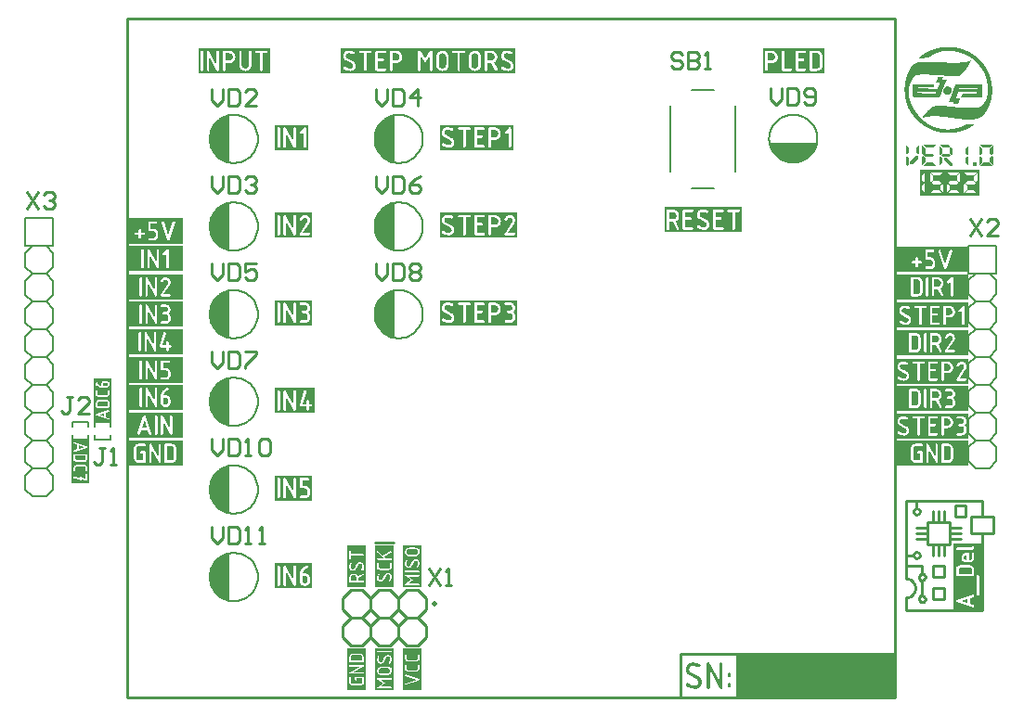
<source format=gto>
G04*
G04 #@! TF.GenerationSoftware,Altium Limited,Altium Designer,21.9.2 (33)*
G04*
G04 Layer_Color=65535*
%FSLAX25Y25*%
%MOIN*%
G70*
G04*
G04 #@! TF.SameCoordinates,17C33EC5-3FD8-4D5E-BF76-7BF67F947422*
G04*
G04*
G04 #@! TF.FilePolarity,Positive*
G04*
G01*
G75*
%ADD10C,0.01000*%
%ADD11C,0.00787*%
%ADD12C,0.01968*%
%ADD13R,0.57087X0.15748*%
G36*
X344463Y236891D02*
X344450D01*
Y236879D01*
X344438D01*
Y236854D01*
X344426D01*
Y236830D01*
X344414D01*
Y236806D01*
X344402D01*
Y236794D01*
X344390D01*
Y236769D01*
X344378D01*
Y236745D01*
X344366D01*
Y236721D01*
X344354D01*
Y236709D01*
X344341D01*
Y236684D01*
X344329D01*
Y236660D01*
X344317D01*
Y236636D01*
X344305D01*
Y236624D01*
X344293D01*
Y236599D01*
X344281D01*
Y236575D01*
X344268D01*
Y236551D01*
X344256D01*
Y236539D01*
X344244D01*
Y236515D01*
X344232D01*
Y236490D01*
X344220D01*
Y236466D01*
X344208D01*
Y236454D01*
X344196D01*
Y236430D01*
X344184D01*
Y236405D01*
X344171D01*
Y236381D01*
X344159D01*
Y236369D01*
X344147D01*
Y236345D01*
X344135D01*
Y236320D01*
X344123D01*
Y236296D01*
X344111D01*
Y236284D01*
X344099D01*
Y236260D01*
X344087D01*
Y236235D01*
X344074D01*
Y236211D01*
X344062D01*
Y236199D01*
X344050D01*
Y236175D01*
X344038D01*
Y236151D01*
X344026D01*
Y236126D01*
X344014D01*
Y236114D01*
X344002D01*
Y236090D01*
X343989D01*
Y236066D01*
X343977D01*
Y236041D01*
X343965D01*
Y236029D01*
X343953D01*
Y236005D01*
X343941D01*
Y235981D01*
X343929D01*
Y235956D01*
X343917D01*
Y235944D01*
X343904D01*
Y235920D01*
X343892D01*
Y235896D01*
X343880D01*
Y235871D01*
X343868D01*
Y235859D01*
X343856D01*
Y235835D01*
X343844D01*
Y235811D01*
X343832D01*
Y235787D01*
X343819D01*
Y235774D01*
X343807D01*
Y235750D01*
X343795D01*
Y235726D01*
X343783D01*
Y235714D01*
X343771D01*
Y235689D01*
X343759D01*
Y235665D01*
X343747D01*
Y235641D01*
X343735D01*
Y235629D01*
X343723D01*
Y235605D01*
X343710D01*
Y235580D01*
X343698D01*
Y235568D01*
X343686D01*
Y235544D01*
X343674D01*
Y235520D01*
X343662D01*
Y235495D01*
X343650D01*
Y235483D01*
X343637D01*
Y235459D01*
X343625D01*
Y235435D01*
X343613D01*
Y235422D01*
X343601D01*
Y235398D01*
X343589D01*
Y235374D01*
X343577D01*
Y235350D01*
X343565D01*
Y235337D01*
X343553D01*
Y235313D01*
X343540D01*
Y235289D01*
X343528D01*
Y235277D01*
X343516D01*
Y235253D01*
X343504D01*
Y235228D01*
X343492D01*
Y235216D01*
X343480D01*
Y235192D01*
X343468D01*
Y235168D01*
X343456D01*
Y235156D01*
X343443D01*
Y235131D01*
X343431D01*
Y235107D01*
X343419D01*
Y235095D01*
X343407D01*
Y235070D01*
X343395D01*
Y235046D01*
X343383D01*
Y235034D01*
X343371D01*
Y235010D01*
X343358D01*
Y234986D01*
X343346D01*
Y234974D01*
X343334D01*
Y234949D01*
X343322D01*
Y234925D01*
X343310D01*
Y234913D01*
X343298D01*
Y234889D01*
X343286D01*
Y234864D01*
X343273D01*
Y234852D01*
X343261D01*
Y234828D01*
X343249D01*
Y234804D01*
X343237D01*
Y234791D01*
X343225D01*
Y234767D01*
X343213D01*
Y234755D01*
X343201D01*
Y234731D01*
X343189D01*
Y234706D01*
X343176D01*
Y234694D01*
X343164D01*
Y234670D01*
X343152D01*
Y234646D01*
X343140D01*
Y234634D01*
X343128D01*
Y234609D01*
X343116D01*
Y234597D01*
X343104D01*
Y234573D01*
X343091D01*
Y234549D01*
X343079D01*
Y234537D01*
X343067D01*
Y234512D01*
X343055D01*
Y234500D01*
X343043D01*
Y234476D01*
X343031D01*
Y234452D01*
X343019D01*
Y234439D01*
X343006D01*
Y234415D01*
X342994D01*
Y234403D01*
X342982D01*
Y234379D01*
X342970D01*
Y234367D01*
X342958D01*
Y234342D01*
X342946D01*
Y234330D01*
X342934D01*
Y234306D01*
X342922D01*
Y234294D01*
X342909D01*
Y234270D01*
X342897D01*
Y234258D01*
X342885D01*
Y234233D01*
X342873D01*
Y234209D01*
X342861D01*
Y234197D01*
X342849D01*
Y234173D01*
X342837D01*
Y234160D01*
X342825D01*
Y234136D01*
X342812D01*
Y234124D01*
X342800D01*
Y234100D01*
X342788D01*
Y234088D01*
X342776D01*
Y234075D01*
X342764D01*
Y234051D01*
X342752D01*
Y234039D01*
X342740D01*
Y234015D01*
X342727D01*
Y234003D01*
X342715D01*
Y233978D01*
X342703D01*
Y233966D01*
X342691D01*
Y233942D01*
X342679D01*
Y233930D01*
X342667D01*
Y233906D01*
X342655D01*
Y233893D01*
X342642D01*
Y233869D01*
X342630D01*
Y233857D01*
X342618D01*
Y233845D01*
X342606D01*
Y233821D01*
X342594D01*
Y233808D01*
X342582D01*
Y233784D01*
X342570D01*
Y233772D01*
X342558D01*
Y233748D01*
X342545D01*
Y233736D01*
X342533D01*
Y233724D01*
X342521D01*
Y233699D01*
X342509D01*
Y233687D01*
X342497D01*
Y233663D01*
X342485D01*
Y233651D01*
X342473D01*
Y233639D01*
X342460D01*
Y233614D01*
X342448D01*
Y233602D01*
X342436D01*
Y233578D01*
X342424D01*
Y233566D01*
X342412D01*
Y233554D01*
X342400D01*
Y233529D01*
X342388D01*
Y233517D01*
X342375D01*
Y233505D01*
X342363D01*
Y233481D01*
X342351D01*
Y233469D01*
X342339D01*
Y233457D01*
X342327D01*
Y233432D01*
X342315D01*
Y233420D01*
X342303D01*
Y233408D01*
X342291D01*
Y233384D01*
X342278D01*
Y233372D01*
X342266D01*
Y233360D01*
X342254D01*
Y233335D01*
X342242D01*
Y233323D01*
X342230D01*
Y233311D01*
X342218D01*
Y233299D01*
X342206D01*
Y233275D01*
X342194D01*
Y233262D01*
X342181D01*
Y233250D01*
X342169D01*
Y233238D01*
X342157D01*
Y233214D01*
X342145D01*
Y233202D01*
X342133D01*
Y233190D01*
X342121D01*
Y233165D01*
X342108D01*
Y233153D01*
X342096D01*
Y233141D01*
X342084D01*
Y233129D01*
X342072D01*
Y233105D01*
X342060D01*
Y233093D01*
X342048D01*
Y233080D01*
X342036D01*
Y233068D01*
X342024D01*
Y233056D01*
X342011D01*
Y233032D01*
X341999D01*
Y233020D01*
X341987D01*
Y233008D01*
X341975D01*
Y232996D01*
X341963D01*
Y232971D01*
X341951D01*
Y232959D01*
X341939D01*
Y232947D01*
X341927D01*
Y232935D01*
X341914D01*
Y232923D01*
X341902D01*
Y232898D01*
X341890D01*
Y232886D01*
X341878D01*
Y232874D01*
X341866D01*
Y232862D01*
X341854D01*
Y232850D01*
X341842D01*
Y232838D01*
X341829D01*
Y232814D01*
X341817D01*
Y232801D01*
X341805D01*
Y232789D01*
X341793D01*
Y232777D01*
X341781D01*
Y232765D01*
X341769D01*
Y232753D01*
X341757D01*
Y232741D01*
X341744D01*
Y232729D01*
X341732D01*
Y232704D01*
X341720D01*
Y232692D01*
X341708D01*
Y232680D01*
X341696D01*
Y232668D01*
X341684D01*
Y232656D01*
X341672D01*
Y232644D01*
X341659D01*
Y232631D01*
X341647D01*
Y232619D01*
X341635D01*
Y232607D01*
X341623D01*
Y232595D01*
X341611D01*
Y232583D01*
X341599D01*
Y232559D01*
X341587D01*
Y232546D01*
X341575D01*
Y232534D01*
X341563D01*
Y232522D01*
X341550D01*
Y232510D01*
X341538D01*
Y232498D01*
X341526D01*
Y232486D01*
X341514D01*
Y232474D01*
X341502D01*
Y232462D01*
X341490D01*
Y232449D01*
X341477D01*
Y232437D01*
X341465D01*
Y232425D01*
X341453D01*
Y232413D01*
X341441D01*
Y232401D01*
X341429D01*
Y232389D01*
X341417D01*
Y232377D01*
X341405D01*
Y232365D01*
X341393D01*
Y232352D01*
X341380D01*
Y232340D01*
X341368D01*
Y232328D01*
X341356D01*
Y232316D01*
X341344D01*
Y232304D01*
X341332D01*
Y232292D01*
X341320D01*
Y232279D01*
X341308D01*
Y232267D01*
X341296D01*
Y232255D01*
X341283D01*
Y232231D01*
X341271D01*
Y232219D01*
X341259D01*
Y232207D01*
X341247D01*
Y232195D01*
X341235D01*
Y232183D01*
X341223D01*
Y232170D01*
X341211D01*
Y232158D01*
X341198D01*
Y232146D01*
X341186D01*
Y232134D01*
X341174D01*
Y232122D01*
X341162D01*
Y232110D01*
X341150D01*
Y232098D01*
X341138D01*
Y232085D01*
X341126D01*
Y232073D01*
X341113D01*
Y232061D01*
X341101D01*
Y232049D01*
X341089D01*
Y232025D01*
X341077D01*
Y232013D01*
X341065D01*
Y232000D01*
X341053D01*
Y231988D01*
X341041D01*
Y231976D01*
X341028D01*
Y231964D01*
X341016D01*
Y231952D01*
X341004D01*
Y231940D01*
X340992D01*
Y231928D01*
X340980D01*
Y231915D01*
X340968D01*
Y231903D01*
X340956D01*
Y231891D01*
X340944D01*
Y231879D01*
X340932D01*
Y231867D01*
X340919D01*
Y231855D01*
X340907D01*
Y231843D01*
X340895D01*
Y231831D01*
X340883D01*
Y231806D01*
X340871D01*
Y231794D01*
X340859D01*
Y231782D01*
X340846D01*
Y231770D01*
X340834D01*
Y231758D01*
X340822D01*
Y231746D01*
X340810D01*
Y231733D01*
X340798D01*
Y231721D01*
X340786D01*
Y231709D01*
X340774D01*
Y231697D01*
X340762D01*
Y231685D01*
X340737D01*
Y231673D01*
X340725D01*
Y231661D01*
X340713D01*
Y231648D01*
X340701D01*
Y231636D01*
X340689D01*
Y231624D01*
X340677D01*
Y231612D01*
X340665D01*
Y231600D01*
X340652D01*
Y231588D01*
X340640D01*
Y231576D01*
X340628D01*
Y231564D01*
X340616D01*
Y231552D01*
X340592D01*
Y231539D01*
X340580D01*
Y231527D01*
X340567D01*
Y231515D01*
X340555D01*
Y231503D01*
X340531D01*
Y231491D01*
X340519D01*
Y231479D01*
X340507D01*
Y231467D01*
X340482D01*
Y231454D01*
X340470D01*
Y231442D01*
X340446D01*
Y231430D01*
X340434D01*
Y231418D01*
X340410D01*
Y231406D01*
X340385D01*
Y231394D01*
X340373D01*
Y231382D01*
X340349D01*
Y231369D01*
X340325D01*
Y231357D01*
X340300D01*
Y231345D01*
X340276D01*
Y231333D01*
X340252D01*
Y231321D01*
X340215D01*
Y231309D01*
X340191D01*
Y231297D01*
X340155D01*
Y231284D01*
X340118D01*
Y231272D01*
X340082D01*
Y231260D01*
X340034D01*
Y231248D01*
X339973D01*
Y231236D01*
X339912D01*
Y231224D01*
X339839D01*
Y231212D01*
X339742D01*
Y231200D01*
X339584D01*
Y231187D01*
X338844D01*
Y231200D01*
X338553D01*
Y231212D01*
X338322D01*
Y231224D01*
X338092D01*
Y231236D01*
X337886D01*
Y231248D01*
X337679D01*
Y231260D01*
X337473D01*
Y231272D01*
X337267D01*
Y231284D01*
X337060D01*
Y231297D01*
X336854D01*
Y231309D01*
X336636D01*
Y231321D01*
X336417D01*
Y231333D01*
X336187D01*
Y231345D01*
X335956D01*
Y231357D01*
X335726D01*
Y231369D01*
X335483D01*
Y231382D01*
X335240D01*
Y231394D01*
X334998D01*
Y231406D01*
X334767D01*
Y231418D01*
X334537D01*
Y231430D01*
X334318D01*
Y231442D01*
X334112D01*
Y231454D01*
X333906D01*
Y231467D01*
X333711D01*
Y231479D01*
X333517D01*
Y231491D01*
X333323D01*
Y231503D01*
X333129D01*
Y231515D01*
X332959D01*
Y231527D01*
X332777D01*
Y231539D01*
X332595D01*
Y231552D01*
X332413D01*
Y231564D01*
X332231D01*
Y231576D01*
X332061D01*
Y231588D01*
X331891D01*
Y231600D01*
X331709D01*
Y231612D01*
X331527D01*
Y231624D01*
X331357D01*
Y231636D01*
X331175D01*
Y231648D01*
X330993D01*
Y231661D01*
X330799D01*
Y231673D01*
X330605D01*
Y231685D01*
X330399D01*
Y231697D01*
X330180D01*
Y231709D01*
X329949D01*
Y231721D01*
X329719D01*
Y231733D01*
X329428D01*
Y231746D01*
X329136D01*
Y231758D01*
X328688D01*
Y231770D01*
X326879D01*
Y231758D01*
X326418D01*
Y231746D01*
X326079D01*
Y231733D01*
X325799D01*
Y231721D01*
X325545D01*
Y231709D01*
X325350D01*
Y231697D01*
X325241D01*
Y231685D01*
X325156D01*
Y231673D01*
X325096D01*
Y231661D01*
X325035D01*
Y231648D01*
X324986D01*
Y231636D01*
X324938D01*
Y231624D01*
X324889D01*
Y231612D01*
X324841D01*
Y231600D01*
X324804D01*
Y231588D01*
X324768D01*
Y231576D01*
X324732D01*
Y231564D01*
X324707D01*
Y231552D01*
X324671D01*
Y231539D01*
X324647D01*
Y231527D01*
X324610D01*
Y231515D01*
X324586D01*
Y231503D01*
X324562D01*
Y231491D01*
X324525D01*
Y231479D01*
X324501D01*
Y231467D01*
X324477D01*
Y231454D01*
X324452D01*
Y231442D01*
X324440D01*
Y231430D01*
X324416D01*
Y231418D01*
X324392D01*
Y231406D01*
X324368D01*
Y231394D01*
X324343D01*
Y231382D01*
X324331D01*
Y231369D01*
X324307D01*
Y231357D01*
X324295D01*
Y231345D01*
X324271D01*
Y231333D01*
X324258D01*
Y231321D01*
X324234D01*
Y231309D01*
X324222D01*
Y231297D01*
X324198D01*
Y231284D01*
X324185D01*
Y231272D01*
X324161D01*
Y231260D01*
X324149D01*
Y231248D01*
X324137D01*
Y231236D01*
X324113D01*
Y231224D01*
X324101D01*
Y231212D01*
X324089D01*
Y231200D01*
X324076D01*
Y231187D01*
X324052D01*
Y231175D01*
X324040D01*
Y231163D01*
X324028D01*
Y231151D01*
X324016D01*
Y231139D01*
X324004D01*
Y231127D01*
X323991D01*
Y231115D01*
X323979D01*
Y231102D01*
X323967D01*
Y231090D01*
X323943D01*
Y231078D01*
X323931D01*
Y231066D01*
X323919D01*
Y231054D01*
X323906D01*
Y231042D01*
X323894D01*
Y231030D01*
X323882D01*
Y231017D01*
X323870D01*
Y231005D01*
X323858D01*
Y230993D01*
X323846D01*
Y230981D01*
X323834D01*
Y230969D01*
X323821D01*
Y230945D01*
X323809D01*
Y230933D01*
X323797D01*
Y230920D01*
X323785D01*
Y230908D01*
X323773D01*
Y230896D01*
X323761D01*
Y230884D01*
X323749D01*
Y230872D01*
X323737D01*
Y230860D01*
X323724D01*
Y230836D01*
X323712D01*
Y230823D01*
X323700D01*
Y230811D01*
X323688D01*
Y230799D01*
X323676D01*
Y230787D01*
X323664D01*
Y230763D01*
X323652D01*
Y230751D01*
X323639D01*
Y230738D01*
X323627D01*
Y230726D01*
X323615D01*
Y230702D01*
X323603D01*
Y230690D01*
X323591D01*
Y230666D01*
X323579D01*
Y230654D01*
X323567D01*
Y230641D01*
X323554D01*
Y230617D01*
X323542D01*
Y230605D01*
X323530D01*
Y230581D01*
X323518D01*
Y230569D01*
X323506D01*
Y230556D01*
X323494D01*
Y230532D01*
X323482D01*
Y230520D01*
X323470D01*
Y230496D01*
X323458D01*
Y230484D01*
X323445D01*
Y230459D01*
X323433D01*
Y230447D01*
X323421D01*
Y230423D01*
X323409D01*
Y230399D01*
X323397D01*
Y230386D01*
X323385D01*
Y230362D01*
X323373D01*
Y230350D01*
X323360D01*
Y230326D01*
X323348D01*
Y230302D01*
X323336D01*
Y230289D01*
X323324D01*
Y230265D01*
X323312D01*
Y230253D01*
X323300D01*
Y230229D01*
X323288D01*
Y230205D01*
X323275D01*
Y230180D01*
X323263D01*
Y230156D01*
X323251D01*
Y230144D01*
X323239D01*
Y230119D01*
X323227D01*
Y230095D01*
X323215D01*
Y230071D01*
X323203D01*
Y230047D01*
X323190D01*
Y230035D01*
X323178D01*
Y230010D01*
X323166D01*
Y229986D01*
X323154D01*
Y229962D01*
X323142D01*
Y229938D01*
X323130D01*
Y229913D01*
X323118D01*
Y229889D01*
X323106D01*
Y229865D01*
X323093D01*
Y229840D01*
X323081D01*
Y229816D01*
X323069D01*
Y229792D01*
X323057D01*
Y229768D01*
X323045D01*
Y229743D01*
X323033D01*
Y229719D01*
X323021D01*
Y229695D01*
X323008D01*
Y229671D01*
X322996D01*
Y229646D01*
X322984D01*
Y229622D01*
X322972D01*
Y229598D01*
X322960D01*
Y229573D01*
X322948D01*
Y229549D01*
X322936D01*
Y229525D01*
X322923D01*
Y229488D01*
X322911D01*
Y229464D01*
X322899D01*
Y229440D01*
X322887D01*
Y229416D01*
X322875D01*
Y229392D01*
X322863D01*
Y229367D01*
X322851D01*
Y229331D01*
X322839D01*
Y229307D01*
X322826D01*
Y229282D01*
X322814D01*
Y229258D01*
X322802D01*
Y229234D01*
X322790D01*
Y229197D01*
X322778D01*
Y229173D01*
X322766D01*
Y229149D01*
X322754D01*
Y229124D01*
X322742D01*
Y229088D01*
X322729D01*
Y229064D01*
X322717D01*
Y229040D01*
X322705D01*
Y229015D01*
X322693D01*
Y228979D01*
X322681D01*
Y228955D01*
X322669D01*
Y228930D01*
X322657D01*
Y228906D01*
X322644D01*
Y228882D01*
X322632D01*
Y228845D01*
X322620D01*
Y228821D01*
X322608D01*
Y228797D01*
X322596D01*
Y228761D01*
X322584D01*
Y228736D01*
X322572D01*
Y228712D01*
X322559D01*
Y228688D01*
X322547D01*
Y228651D01*
X322535D01*
Y228627D01*
X322523D01*
Y228603D01*
X322511D01*
Y228566D01*
X322499D01*
Y228542D01*
X322487D01*
Y228518D01*
X322475D01*
Y228481D01*
X322462D01*
Y228457D01*
X322450D01*
Y228433D01*
X322438D01*
Y228396D01*
X322426D01*
Y228372D01*
X322414D01*
Y228336D01*
X322402D01*
Y228311D01*
X322390D01*
Y228287D01*
X322377D01*
Y228251D01*
X322365D01*
Y228226D01*
X322353D01*
Y228190D01*
X322341D01*
Y228154D01*
X322329D01*
Y228117D01*
X322317D01*
Y228093D01*
X322305D01*
Y228057D01*
X322292D01*
Y228020D01*
X322280D01*
Y227984D01*
X322268D01*
Y227960D01*
X322256D01*
Y227923D01*
X322244D01*
Y227887D01*
X322232D01*
Y227838D01*
X322220D01*
Y227802D01*
X322208D01*
Y227765D01*
X322195D01*
Y227729D01*
X322183D01*
Y227680D01*
X322171D01*
Y227644D01*
X322159D01*
Y227608D01*
X322147D01*
Y227559D01*
X322135D01*
Y227511D01*
X322123D01*
Y227462D01*
X322111D01*
Y227426D01*
X322098D01*
Y227377D01*
X322086D01*
Y227329D01*
X322074D01*
Y227280D01*
X322062D01*
Y227232D01*
X322050D01*
Y227171D01*
X322038D01*
Y227110D01*
X322026D01*
Y227049D01*
X322013D01*
Y226989D01*
X322001D01*
Y226928D01*
X321989D01*
Y226855D01*
X321977D01*
Y226782D01*
X321965D01*
Y226710D01*
X321953D01*
Y226625D01*
X321941D01*
Y226540D01*
X321929D01*
Y226431D01*
X321916D01*
Y226321D01*
X321904D01*
Y226200D01*
X321892D01*
Y226018D01*
X321880D01*
Y225751D01*
X321868D01*
Y225229D01*
X321880D01*
Y224987D01*
X321892D01*
Y224804D01*
X321904D01*
Y224683D01*
X321916D01*
Y224562D01*
X321929D01*
Y224453D01*
X321941D01*
Y224368D01*
X321953D01*
Y224271D01*
X321965D01*
Y224186D01*
X321977D01*
Y224113D01*
X321989D01*
Y224040D01*
X322001D01*
Y223979D01*
X322013D01*
Y223907D01*
X322026D01*
Y223834D01*
X322038D01*
Y223773D01*
X322050D01*
Y223725D01*
X322062D01*
Y223664D01*
X322074D01*
Y223603D01*
X322086D01*
Y223555D01*
X322098D01*
Y223494D01*
X322111D01*
Y223445D01*
X322123D01*
Y223397D01*
X322135D01*
Y223348D01*
X322147D01*
Y223300D01*
X322159D01*
Y223251D01*
X322171D01*
Y223203D01*
X322183D01*
Y223154D01*
X322195D01*
Y223106D01*
X322208D01*
Y223069D01*
X322220D01*
Y223033D01*
X322232D01*
Y222984D01*
X322244D01*
Y222948D01*
X322256D01*
Y222912D01*
X322268D01*
Y222875D01*
X322280D01*
Y222827D01*
X322292D01*
Y222790D01*
X322305D01*
Y222754D01*
X322317D01*
Y222717D01*
X322329D01*
Y222681D01*
X322341D01*
Y222645D01*
X322353D01*
Y222608D01*
X322365D01*
Y222572D01*
X322377D01*
Y222535D01*
X322390D01*
Y222499D01*
X322402D01*
Y222463D01*
X322414D01*
Y222426D01*
X322426D01*
Y222402D01*
X322438D01*
Y222365D01*
X322450D01*
Y222329D01*
X322462D01*
Y222293D01*
X322475D01*
Y222256D01*
X322487D01*
Y222220D01*
X322499D01*
Y222196D01*
X322511D01*
Y222159D01*
X322523D01*
Y222123D01*
X322535D01*
Y222098D01*
X322547D01*
Y222062D01*
X322559D01*
Y222026D01*
X322572D01*
Y222001D01*
X322584D01*
Y221965D01*
X322596D01*
Y221929D01*
X322608D01*
Y221904D01*
X322620D01*
Y221868D01*
X322632D01*
Y221844D01*
X322644D01*
Y221807D01*
X322657D01*
Y221783D01*
X322669D01*
Y221747D01*
X322681D01*
Y221722D01*
X322693D01*
Y221686D01*
X322705D01*
Y221662D01*
X322717D01*
Y221625D01*
X322729D01*
Y221601D01*
X322742D01*
Y221565D01*
X322754D01*
Y221540D01*
X322766D01*
Y221516D01*
X322778D01*
Y221480D01*
X322790D01*
Y221455D01*
X322802D01*
Y221431D01*
X322814D01*
Y221395D01*
X322826D01*
Y221370D01*
X322839D01*
Y221334D01*
X322851D01*
Y221310D01*
X322863D01*
Y221286D01*
X322875D01*
Y221261D01*
X322887D01*
Y221225D01*
X322899D01*
Y221201D01*
X322911D01*
Y221176D01*
X322923D01*
Y221152D01*
X322936D01*
Y221116D01*
X322948D01*
Y221091D01*
X322960D01*
Y221067D01*
X322972D01*
Y221043D01*
X322984D01*
Y221006D01*
X322996D01*
Y220982D01*
X323008D01*
Y220958D01*
X323021D01*
Y220934D01*
X323033D01*
Y220909D01*
X323045D01*
Y220885D01*
X323057D01*
Y220861D01*
X323069D01*
Y220836D01*
X323081D01*
Y220800D01*
X323093D01*
Y220776D01*
X323106D01*
Y220752D01*
X323118D01*
Y220727D01*
X323130D01*
Y220703D01*
X323142D01*
Y220679D01*
X323154D01*
Y220655D01*
X323166D01*
Y220630D01*
X323178D01*
Y220606D01*
X323190D01*
Y220582D01*
X323203D01*
Y220557D01*
X323215D01*
Y220533D01*
X323227D01*
Y220509D01*
X323239D01*
Y220485D01*
X323251D01*
Y220460D01*
X323263D01*
Y220436D01*
X323275D01*
Y220412D01*
X323288D01*
Y220388D01*
X323300D01*
Y220363D01*
X323312D01*
Y220339D01*
X323324D01*
Y220315D01*
X323336D01*
Y220290D01*
X323348D01*
Y220266D01*
X323360D01*
Y220254D01*
X323373D01*
Y220230D01*
X323385D01*
Y220205D01*
X323397D01*
Y220181D01*
X323409D01*
Y220157D01*
X323421D01*
Y220133D01*
X323433D01*
Y220108D01*
X323445D01*
Y220084D01*
X323458D01*
Y220060D01*
X323470D01*
Y220048D01*
X323482D01*
Y220023D01*
X323494D01*
Y219999D01*
X323506D01*
Y219975D01*
X323518D01*
Y219951D01*
X323530D01*
Y219926D01*
X323542D01*
Y219914D01*
X323554D01*
Y219890D01*
X323567D01*
Y219866D01*
X323579D01*
Y219841D01*
X323591D01*
Y219817D01*
X323603D01*
Y219805D01*
X323615D01*
Y219781D01*
X323627D01*
Y219757D01*
X323639D01*
Y219732D01*
X323652D01*
Y219720D01*
X323664D01*
Y219696D01*
X323676D01*
Y219672D01*
X323688D01*
Y219647D01*
X323700D01*
Y219635D01*
X323712D01*
Y219611D01*
X323724D01*
Y219587D01*
X323737D01*
Y219574D01*
X323749D01*
Y219550D01*
X323761D01*
Y219526D01*
X323773D01*
Y219502D01*
X323785D01*
Y219490D01*
X323797D01*
Y219465D01*
X323809D01*
Y219441D01*
X323821D01*
Y219429D01*
X323834D01*
Y219405D01*
X323846D01*
Y219380D01*
X323858D01*
Y219368D01*
X323870D01*
Y219344D01*
X323882D01*
Y219320D01*
X323894D01*
Y219307D01*
X323906D01*
Y219283D01*
X323919D01*
Y219259D01*
X323931D01*
Y219247D01*
X323943D01*
Y219223D01*
X323955D01*
Y219210D01*
X323967D01*
Y219186D01*
X323979D01*
Y219162D01*
X323991D01*
Y219150D01*
X324004D01*
Y219126D01*
X324016D01*
Y219113D01*
X324028D01*
Y219089D01*
X324040D01*
Y219065D01*
X324052D01*
Y219053D01*
X324064D01*
Y219028D01*
X324076D01*
Y219016D01*
X324089D01*
Y218992D01*
X324101D01*
Y218980D01*
X324113D01*
Y218956D01*
X324125D01*
Y218931D01*
X324137D01*
Y218919D01*
X324149D01*
Y218895D01*
X324161D01*
Y218883D01*
X324173D01*
Y218859D01*
X324185D01*
Y218846D01*
X324198D01*
Y218822D01*
X324210D01*
Y218810D01*
X324222D01*
Y218786D01*
X324234D01*
Y218774D01*
X324246D01*
Y218749D01*
X324258D01*
Y218737D01*
X324271D01*
Y218713D01*
X324283D01*
Y218701D01*
X324295D01*
Y218676D01*
X324307D01*
Y218664D01*
X324319D01*
Y218640D01*
X324331D01*
Y218628D01*
X324343D01*
Y218604D01*
X324355D01*
Y218592D01*
X324368D01*
Y218567D01*
X324380D01*
Y218555D01*
X324392D01*
Y218531D01*
X324404D01*
Y218519D01*
X324416D01*
Y218495D01*
X324428D01*
Y218482D01*
X324440D01*
Y218458D01*
X324452D01*
Y218446D01*
X324465D01*
Y218434D01*
X324477D01*
Y218409D01*
X324489D01*
Y218397D01*
X324501D01*
Y218373D01*
X324513D01*
Y218361D01*
X324525D01*
Y218349D01*
X324537D01*
Y218325D01*
X324550D01*
Y218313D01*
X324562D01*
Y218288D01*
X324574D01*
Y218276D01*
X324586D01*
Y218264D01*
X324598D01*
Y218240D01*
X324610D01*
Y218228D01*
X324622D01*
Y218203D01*
X324635D01*
Y218191D01*
X324647D01*
Y218179D01*
X324659D01*
Y218155D01*
X324671D01*
Y218143D01*
X324683D01*
Y218118D01*
X324695D01*
Y218106D01*
X324707D01*
Y218082D01*
X324720D01*
Y218070D01*
X324732D01*
Y218058D01*
X324744D01*
Y218033D01*
X324756D01*
Y218021D01*
X324768D01*
Y218009D01*
X324780D01*
Y217985D01*
X324792D01*
Y217973D01*
X324804D01*
Y217961D01*
X324817D01*
Y217936D01*
X324829D01*
Y217924D01*
X324841D01*
Y217912D01*
X324853D01*
Y217888D01*
X324865D01*
Y217876D01*
X324877D01*
Y217863D01*
X324889D01*
Y217839D01*
X324902D01*
Y217827D01*
X324914D01*
Y217815D01*
X324926D01*
Y217803D01*
X324938D01*
Y217778D01*
X324950D01*
Y217766D01*
X324962D01*
Y217754D01*
X324974D01*
Y217730D01*
X324986D01*
Y217718D01*
X324999D01*
Y217706D01*
X325011D01*
Y217682D01*
X325023D01*
Y217669D01*
X325035D01*
Y217657D01*
X325047D01*
Y217633D01*
X325059D01*
Y217621D01*
X325071D01*
Y217609D01*
X325083D01*
Y217597D01*
X325096D01*
Y217572D01*
X325108D01*
Y217560D01*
X325120D01*
Y217548D01*
X325132D01*
Y217524D01*
X325144D01*
Y217512D01*
X325156D01*
Y217499D01*
X325168D01*
Y217487D01*
X325181D01*
Y217463D01*
X325193D01*
Y217451D01*
X325205D01*
Y217439D01*
X325217D01*
Y217427D01*
X325229D01*
Y217414D01*
X325241D01*
Y217390D01*
X325253D01*
Y217378D01*
X325266D01*
Y217366D01*
X325278D01*
Y217354D01*
X325290D01*
Y217330D01*
X325302D01*
Y217317D01*
X325314D01*
Y217305D01*
X325326D01*
Y217293D01*
X325338D01*
Y217281D01*
X325350D01*
Y217257D01*
X325363D01*
Y217245D01*
X325375D01*
Y217232D01*
X325387D01*
Y217220D01*
X325399D01*
Y217196D01*
X325411D01*
Y217184D01*
X325423D01*
Y217172D01*
X325435D01*
Y217160D01*
X325448D01*
Y217147D01*
X325460D01*
Y217123D01*
X325472D01*
Y217111D01*
X325484D01*
Y217099D01*
X325496D01*
Y217087D01*
X325508D01*
Y217063D01*
X325520D01*
Y217051D01*
X325533D01*
Y217038D01*
X325545D01*
Y217026D01*
X325557D01*
Y217014D01*
X325569D01*
Y217002D01*
X325581D01*
Y216978D01*
X325593D01*
Y216966D01*
X325605D01*
Y216953D01*
X325617D01*
Y216941D01*
X325630D01*
Y216929D01*
X325642D01*
Y216917D01*
X325654D01*
Y216905D01*
X325666D01*
Y216893D01*
X325678D01*
Y216868D01*
X325690D01*
Y216856D01*
X325702D01*
Y216844D01*
X325714D01*
Y216832D01*
X325727D01*
Y216820D01*
X325739D01*
Y216808D01*
X325751D01*
Y216796D01*
X325763D01*
Y216771D01*
X325775D01*
Y216759D01*
X325787D01*
Y216747D01*
X325799D01*
Y216735D01*
X325812D01*
Y216723D01*
X325824D01*
Y216711D01*
X325836D01*
Y216699D01*
X325848D01*
Y216674D01*
X325860D01*
Y216662D01*
X325872D01*
Y216650D01*
X325884D01*
Y216638D01*
X325897D01*
Y216626D01*
X325909D01*
Y216614D01*
X325921D01*
Y216601D01*
X325933D01*
Y216589D01*
X325945D01*
Y216565D01*
X325957D01*
Y216553D01*
X325969D01*
Y216541D01*
X325981D01*
Y216529D01*
X325994D01*
Y216516D01*
X326006D01*
Y216504D01*
X326018D01*
Y216492D01*
X326030D01*
Y216480D01*
X326042D01*
Y216468D01*
X326054D01*
Y216456D01*
X326066D01*
Y216444D01*
X326079D01*
Y216432D01*
X326091D01*
Y216420D01*
X326103D01*
Y216407D01*
X326115D01*
Y216383D01*
X326127D01*
Y216371D01*
X326139D01*
Y216359D01*
X326151D01*
Y216347D01*
X326164D01*
Y216335D01*
X326176D01*
Y216322D01*
X326188D01*
Y216310D01*
X326200D01*
Y216298D01*
X326212D01*
Y216286D01*
X326224D01*
Y216274D01*
X326236D01*
Y216262D01*
X326248D01*
Y216250D01*
X326261D01*
Y216237D01*
X326273D01*
Y216225D01*
X326285D01*
Y216213D01*
X326297D01*
Y216189D01*
X326309D01*
Y216177D01*
X326321D01*
Y216165D01*
X326333D01*
Y216153D01*
X326345D01*
Y216140D01*
X326358D01*
Y216128D01*
X326370D01*
Y216116D01*
X326382D01*
Y216104D01*
X326394D01*
Y216092D01*
X326406D01*
Y216080D01*
X326418D01*
Y216068D01*
X326431D01*
Y216055D01*
X326443D01*
Y216043D01*
X326455D01*
Y216031D01*
X326467D01*
Y216019D01*
X326479D01*
Y216007D01*
X326491D01*
Y215995D01*
X326503D01*
Y215983D01*
X326515D01*
Y215970D01*
X326528D01*
Y215958D01*
X326540D01*
Y215946D01*
X326552D01*
Y215934D01*
X326564D01*
Y215922D01*
X326576D01*
Y215910D01*
X326588D01*
Y215898D01*
X326600D01*
Y215885D01*
X326612D01*
Y215873D01*
X326625D01*
Y215861D01*
X326637D01*
Y215849D01*
X326649D01*
Y215837D01*
X326661D01*
Y215825D01*
X326673D01*
Y215813D01*
X326685D01*
Y215801D01*
X326697D01*
Y215788D01*
X326710D01*
Y215776D01*
X326722D01*
Y215764D01*
X326734D01*
Y215752D01*
X326746D01*
Y215740D01*
X326758D01*
Y215728D01*
X326770D01*
Y215716D01*
X326782D01*
Y215704D01*
X326795D01*
Y215691D01*
X326807D01*
Y215679D01*
X326819D01*
Y215667D01*
X326831D01*
Y215655D01*
X326843D01*
Y215643D01*
X326855D01*
Y215631D01*
X326867D01*
Y215619D01*
X326892D01*
Y215606D01*
X326904D01*
Y215594D01*
X326916D01*
Y215582D01*
X326928D01*
Y215570D01*
X326940D01*
Y215558D01*
X326952D01*
Y215546D01*
X326964D01*
Y215534D01*
X326976D01*
Y215522D01*
X326989D01*
Y215509D01*
X327001D01*
Y215497D01*
X327013D01*
Y215485D01*
X327025D01*
Y215473D01*
X327037D01*
Y215461D01*
X327049D01*
Y215449D01*
X327074D01*
Y215437D01*
X327086D01*
Y215424D01*
X327098D01*
Y215412D01*
X327110D01*
Y215400D01*
X327122D01*
Y215388D01*
X327134D01*
Y215376D01*
X327146D01*
Y215364D01*
X327159D01*
Y215352D01*
X327171D01*
Y215339D01*
X327183D01*
Y215327D01*
X327195D01*
Y215315D01*
X327207D01*
Y215303D01*
X327219D01*
Y215291D01*
X327231D01*
Y215279D01*
X327256D01*
Y215267D01*
X327268D01*
Y215254D01*
X327280D01*
Y215242D01*
X327292D01*
Y215230D01*
X327304D01*
Y215218D01*
X327316D01*
Y215206D01*
X327328D01*
Y215194D01*
X327341D01*
Y215182D01*
X327365D01*
Y215170D01*
X327377D01*
Y215157D01*
X327389D01*
Y215145D01*
X327401D01*
Y215133D01*
X327413D01*
Y215121D01*
X327426D01*
Y215109D01*
X327438D01*
Y215097D01*
X327462D01*
Y215085D01*
X327474D01*
Y215072D01*
X327486D01*
Y215060D01*
X327498D01*
Y215048D01*
X327510D01*
Y215036D01*
X327523D01*
Y215024D01*
X327535D01*
Y215012D01*
X327547D01*
Y215000D01*
X327571D01*
Y214987D01*
X327583D01*
Y214975D01*
X327595D01*
Y214963D01*
X327607D01*
Y214951D01*
X327620D01*
Y214939D01*
X327632D01*
Y214927D01*
X327644D01*
Y214915D01*
X327668D01*
Y214903D01*
X327680D01*
Y214891D01*
X327693D01*
Y214878D01*
X327705D01*
Y214866D01*
X327717D01*
Y214854D01*
X327729D01*
Y214842D01*
X327753D01*
Y214830D01*
X327765D01*
Y214818D01*
X327777D01*
Y214806D01*
X327790D01*
Y214793D01*
X327814D01*
Y214781D01*
X327826D01*
Y214769D01*
X327838D01*
Y214757D01*
X327862D01*
Y214745D01*
X327874D01*
Y214733D01*
X327887D01*
Y214721D01*
X327911D01*
Y214708D01*
X327923D01*
Y214696D01*
X327935D01*
Y214684D01*
X327959D01*
Y214672D01*
X327972D01*
Y214660D01*
X327984D01*
Y214648D01*
X328008D01*
Y214636D01*
X328020D01*
Y214623D01*
X328032D01*
Y214611D01*
X328057D01*
Y214599D01*
X328069D01*
Y214587D01*
X328081D01*
Y214575D01*
X328105D01*
Y214563D01*
X328117D01*
Y214551D01*
X328141D01*
Y214539D01*
X328154D01*
Y214526D01*
X328166D01*
Y214514D01*
X328190D01*
Y214502D01*
X328202D01*
Y214490D01*
X328226D01*
Y214478D01*
X328239D01*
Y214466D01*
X328251D01*
Y214454D01*
X328275D01*
Y214441D01*
X328287D01*
Y214429D01*
X328311D01*
Y214417D01*
X328324D01*
Y214405D01*
X328336D01*
Y214393D01*
X328360D01*
Y214381D01*
X328372D01*
Y214369D01*
X328396D01*
Y214356D01*
X328408D01*
Y214344D01*
X328433D01*
Y214332D01*
X328445D01*
Y214320D01*
X328469D01*
Y214308D01*
X328481D01*
Y214296D01*
X328505D01*
Y214284D01*
X328518D01*
Y214272D01*
X328542D01*
Y214260D01*
X328554D01*
Y214247D01*
X328578D01*
Y214235D01*
X328590D01*
Y214223D01*
X328615D01*
Y214211D01*
X328627D01*
Y214199D01*
X328651D01*
Y214187D01*
X328663D01*
Y214175D01*
X328688D01*
Y214162D01*
X328700D01*
Y214150D01*
X328724D01*
Y214138D01*
X328736D01*
Y214126D01*
X328760D01*
Y214114D01*
X328772D01*
Y214102D01*
X328797D01*
Y214090D01*
X328821D01*
Y214077D01*
X328833D01*
Y214065D01*
X328857D01*
Y214053D01*
X328870D01*
Y214041D01*
X328894D01*
Y214029D01*
X328918D01*
Y214017D01*
X328930D01*
Y214005D01*
X328955D01*
Y213993D01*
X328979D01*
Y213980D01*
X328991D01*
Y213968D01*
X329015D01*
Y213956D01*
X329027D01*
Y213944D01*
X329052D01*
Y213932D01*
X329076D01*
Y213920D01*
X329088D01*
Y213908D01*
X329112D01*
Y213895D01*
X329136D01*
Y213883D01*
X329161D01*
Y213871D01*
X329173D01*
Y213859D01*
X329197D01*
Y213847D01*
X329222D01*
Y213835D01*
X329246D01*
Y213823D01*
X329258D01*
Y213810D01*
X329282D01*
Y213798D01*
X329306D01*
Y213786D01*
X329331D01*
Y213774D01*
X329343D01*
Y213762D01*
X329367D01*
Y213750D01*
X329391D01*
Y213738D01*
X329416D01*
Y213725D01*
X329428D01*
Y213713D01*
X329452D01*
Y213701D01*
X329476D01*
Y213689D01*
X329501D01*
Y213677D01*
X329525D01*
Y213665D01*
X329549D01*
Y213653D01*
X329573D01*
Y213641D01*
X329598D01*
Y213629D01*
X329610D01*
Y213616D01*
X329634D01*
Y213604D01*
X329658D01*
Y213592D01*
X329683D01*
Y213580D01*
X329707D01*
Y213568D01*
X329731D01*
Y213556D01*
X329755D01*
Y213544D01*
X329780D01*
Y213531D01*
X329804D01*
Y213519D01*
X329828D01*
Y213507D01*
X329852D01*
Y213495D01*
X329877D01*
Y213483D01*
X329901D01*
Y213471D01*
X329925D01*
Y213459D01*
X329949D01*
Y213446D01*
X329974D01*
Y213434D01*
X329998D01*
Y213422D01*
X330022D01*
Y213410D01*
X330047D01*
Y213398D01*
X330083D01*
Y213386D01*
X330107D01*
Y213374D01*
X330132D01*
Y213362D01*
X330156D01*
Y213349D01*
X330180D01*
Y213337D01*
X330217D01*
Y213325D01*
X330241D01*
Y213313D01*
X330265D01*
Y213301D01*
X330289D01*
Y213289D01*
X330326D01*
Y213277D01*
X330350D01*
Y213264D01*
X330374D01*
Y213252D01*
X330399D01*
Y213240D01*
X330435D01*
Y213228D01*
X330459D01*
Y213216D01*
X330484D01*
Y213204D01*
X330520D01*
Y213192D01*
X330544D01*
Y213179D01*
X330580D01*
Y213167D01*
X330605D01*
Y213155D01*
X330641D01*
Y213143D01*
X330665D01*
Y213131D01*
X330702D01*
Y213119D01*
X330726D01*
Y213107D01*
X330763D01*
Y213094D01*
X330787D01*
Y213082D01*
X330823D01*
Y213070D01*
X330848D01*
Y213058D01*
X330884D01*
Y213046D01*
X330920D01*
Y213034D01*
X330957D01*
Y213022D01*
X330993D01*
Y213010D01*
X331017D01*
Y212998D01*
X331054D01*
Y212985D01*
X331090D01*
Y212973D01*
X331127D01*
Y212961D01*
X331151D01*
Y212949D01*
X331187D01*
Y212937D01*
X331224D01*
Y212925D01*
X331260D01*
Y212913D01*
X331296D01*
Y212900D01*
X331333D01*
Y212888D01*
X331369D01*
Y212876D01*
X331406D01*
Y212864D01*
X331442D01*
Y212852D01*
X331479D01*
Y212840D01*
X331515D01*
Y212828D01*
X331563D01*
Y212815D01*
X331600D01*
Y212803D01*
X331636D01*
Y212791D01*
X331673D01*
Y212779D01*
X331721D01*
Y212767D01*
X331758D01*
Y212755D01*
X331794D01*
Y212743D01*
X331842D01*
Y212731D01*
X331879D01*
Y212718D01*
X331927D01*
Y212706D01*
X331964D01*
Y212694D01*
X332000D01*
Y212682D01*
X332049D01*
Y212670D01*
X332097D01*
Y212658D01*
X332146D01*
Y212646D01*
X332182D01*
Y212633D01*
X332231D01*
Y212621D01*
X332279D01*
Y212609D01*
X332328D01*
Y212597D01*
X332364D01*
Y212585D01*
X332413D01*
Y212573D01*
X332461D01*
Y212561D01*
X332510D01*
Y212548D01*
X332571D01*
Y212536D01*
X332619D01*
Y212524D01*
X332668D01*
Y212512D01*
X332716D01*
Y212500D01*
X332765D01*
Y212488D01*
X332813D01*
Y212476D01*
X332874D01*
Y212463D01*
X332923D01*
Y212451D01*
X332983D01*
Y212439D01*
X333032D01*
Y212427D01*
X333092D01*
Y212415D01*
X333141D01*
Y212403D01*
X333202D01*
Y212391D01*
X333262D01*
Y212379D01*
X333311D01*
Y212366D01*
X333371D01*
Y212354D01*
X333432D01*
Y212342D01*
X333493D01*
Y212330D01*
X333554D01*
Y212318D01*
X333614D01*
Y212306D01*
X333675D01*
Y212294D01*
X333736D01*
Y212281D01*
X333808D01*
Y212269D01*
X333869D01*
Y212257D01*
X333930D01*
Y212245D01*
X333990D01*
Y212233D01*
X334051D01*
Y212221D01*
X334124D01*
Y212209D01*
X334197D01*
Y212196D01*
X334269D01*
Y212184D01*
X334354D01*
Y212172D01*
X334439D01*
Y212160D01*
X334537D01*
Y212148D01*
X334621D01*
Y212136D01*
X334731D01*
Y212124D01*
X334840D01*
Y212112D01*
X334961D01*
Y212100D01*
X335119D01*
Y212087D01*
X335301D01*
Y212075D01*
X335544D01*
Y212063D01*
X336320D01*
Y212075D01*
X336599D01*
Y212087D01*
X336793D01*
Y212100D01*
X336939D01*
Y212112D01*
X337085D01*
Y212124D01*
X337194D01*
Y212136D01*
X337303D01*
Y212148D01*
X337412D01*
Y212160D01*
X337497D01*
Y212172D01*
X337594D01*
Y212184D01*
X337679D01*
Y212196D01*
X337752D01*
Y212209D01*
X337837D01*
Y212221D01*
X337910D01*
Y212233D01*
X337983D01*
Y212245D01*
X338055D01*
Y212257D01*
X338116D01*
Y212269D01*
X338189D01*
Y212281D01*
X338250D01*
Y212294D01*
X338310D01*
Y212306D01*
X338371D01*
Y212318D01*
X338432D01*
Y212330D01*
X338492D01*
Y212342D01*
X338553D01*
Y212354D01*
X338602D01*
Y212366D01*
X338662D01*
Y212379D01*
X338711D01*
Y212391D01*
X338759D01*
Y212403D01*
X338820D01*
Y212415D01*
X338869D01*
Y212427D01*
X338917D01*
Y212439D01*
X338966D01*
Y212451D01*
X339014D01*
Y212463D01*
X339063D01*
Y212476D01*
X339111D01*
Y212488D01*
X339160D01*
Y212500D01*
X339196D01*
Y212512D01*
X339245D01*
Y212524D01*
X339293D01*
Y212536D01*
X339330D01*
Y212548D01*
X339378D01*
Y212561D01*
X339427D01*
Y212573D01*
X339463D01*
Y212585D01*
X339512D01*
Y212597D01*
X339548D01*
Y212609D01*
X339584D01*
Y212621D01*
X339633D01*
Y212633D01*
X339669D01*
Y212646D01*
X339706D01*
Y212658D01*
X339754D01*
Y212670D01*
X339791D01*
Y212682D01*
X339827D01*
Y212694D01*
X339864D01*
Y212706D01*
X339912D01*
Y212718D01*
X339949D01*
Y212731D01*
X339985D01*
Y212743D01*
X340021D01*
Y212755D01*
X340058D01*
Y212767D01*
X340094D01*
Y212779D01*
X340131D01*
Y212791D01*
X340167D01*
Y212803D01*
X340203D01*
Y212815D01*
X340240D01*
Y212828D01*
X340276D01*
Y212840D01*
X340313D01*
Y212852D01*
X340337D01*
Y212864D01*
X340373D01*
Y212876D01*
X340410D01*
Y212888D01*
X340446D01*
Y212900D01*
X340482D01*
Y212913D01*
X340519D01*
Y212925D01*
X340543D01*
Y212937D01*
X340580D01*
Y212949D01*
X340616D01*
Y212961D01*
X340640D01*
Y212973D01*
X340677D01*
Y212985D01*
X340713D01*
Y212998D01*
X340737D01*
Y213010D01*
X340774D01*
Y213022D01*
X340810D01*
Y213034D01*
X340834D01*
Y213046D01*
X340871D01*
Y213058D01*
X340895D01*
Y213070D01*
X340932D01*
Y213082D01*
X340956D01*
Y213094D01*
X340992D01*
Y213107D01*
X341028D01*
Y213119D01*
X341053D01*
Y213131D01*
X341089D01*
Y213143D01*
X341113D01*
Y213155D01*
X341138D01*
Y213167D01*
X341174D01*
Y213179D01*
X341198D01*
Y213192D01*
X341235D01*
Y213204D01*
X341259D01*
Y213216D01*
X341296D01*
Y213228D01*
X341320D01*
Y213240D01*
X341344D01*
Y213252D01*
X341380D01*
Y213264D01*
X341405D01*
Y213277D01*
X341429D01*
Y213289D01*
X341465D01*
Y213301D01*
X341490D01*
Y213313D01*
X341514D01*
Y213325D01*
X341538D01*
Y213337D01*
X341575D01*
Y213349D01*
X341599D01*
Y213362D01*
X341623D01*
Y213374D01*
X341647D01*
Y213386D01*
X341684D01*
Y213398D01*
X341708D01*
Y213410D01*
X341732D01*
Y213422D01*
X341769D01*
Y213434D01*
X341793D01*
Y213446D01*
X341817D01*
Y213459D01*
X341842D01*
Y213471D01*
X341878D01*
Y213483D01*
X341902D01*
Y213495D01*
X341927D01*
Y213507D01*
X341951D01*
Y213519D01*
X341975D01*
Y213531D01*
X341999D01*
Y213544D01*
X342024D01*
Y213556D01*
X342048D01*
Y213568D01*
X342084D01*
Y213580D01*
X342108D01*
Y213592D01*
X342133D01*
Y213604D01*
X342157D01*
Y213616D01*
X342181D01*
Y213629D01*
X342206D01*
Y213641D01*
X342230D01*
Y213653D01*
X342254D01*
Y213665D01*
X342278D01*
Y213677D01*
X342303D01*
Y213689D01*
X342339D01*
Y213701D01*
X342363D01*
Y213713D01*
X342388D01*
Y213725D01*
X342412D01*
Y213738D01*
X342436D01*
Y213750D01*
X342460D01*
Y213762D01*
X342485D01*
Y213774D01*
X342509D01*
Y213786D01*
X342533D01*
Y213798D01*
X342558D01*
Y213810D01*
X342582D01*
Y213823D01*
X342594D01*
Y213835D01*
X342618D01*
Y213847D01*
X342642D01*
Y213859D01*
X342667D01*
Y213871D01*
X342691D01*
Y213883D01*
X342715D01*
Y213895D01*
X342740D01*
Y213908D01*
X342764D01*
Y213920D01*
X342788D01*
Y213932D01*
X342812D01*
Y213944D01*
X342837D01*
Y213956D01*
X342861D01*
Y213968D01*
X342885D01*
Y213980D01*
X342909D01*
Y213993D01*
X342934D01*
Y214005D01*
X342958D01*
Y214017D01*
X343358D01*
Y214005D01*
X345810D01*
Y213993D01*
X345785D01*
Y213980D01*
X345773D01*
Y213968D01*
X345761D01*
Y213956D01*
X345737D01*
Y213944D01*
X345725D01*
Y213932D01*
X345713D01*
Y213920D01*
X345688D01*
Y213908D01*
X345676D01*
Y213895D01*
X345664D01*
Y213883D01*
X345640D01*
Y213871D01*
X345628D01*
Y213859D01*
X345616D01*
Y213847D01*
X345591D01*
Y213835D01*
X345579D01*
Y213823D01*
X345567D01*
Y213810D01*
X345543D01*
Y213798D01*
X345531D01*
Y213786D01*
X345518D01*
Y213774D01*
X345494D01*
Y213762D01*
X345482D01*
Y213750D01*
X345458D01*
Y213738D01*
X345446D01*
Y213725D01*
X345433D01*
Y213713D01*
X345409D01*
Y213701D01*
X345397D01*
Y213689D01*
X345373D01*
Y213677D01*
X345361D01*
Y213665D01*
X345349D01*
Y213653D01*
X345324D01*
Y213641D01*
X345312D01*
Y213629D01*
X345288D01*
Y213616D01*
X345276D01*
Y213604D01*
X345264D01*
Y213592D01*
X345239D01*
Y213580D01*
X345227D01*
Y213568D01*
X345203D01*
Y213556D01*
X345191D01*
Y213544D01*
X345166D01*
Y213531D01*
X345154D01*
Y213519D01*
X345130D01*
Y213507D01*
X345118D01*
Y213495D01*
X345094D01*
Y213483D01*
X345081D01*
Y213471D01*
X345069D01*
Y213459D01*
X345045D01*
Y213446D01*
X345033D01*
Y213434D01*
X345009D01*
Y213422D01*
X344997D01*
Y213410D01*
X344972D01*
Y213398D01*
X344960D01*
Y213386D01*
X344936D01*
Y213374D01*
X344924D01*
Y213362D01*
X344900D01*
Y213349D01*
X344875D01*
Y213337D01*
X344863D01*
Y213325D01*
X344839D01*
Y213313D01*
X344827D01*
Y213301D01*
X344802D01*
Y213289D01*
X344790D01*
Y213277D01*
X344766D01*
Y213264D01*
X344754D01*
Y213252D01*
X344730D01*
Y213240D01*
X344718D01*
Y213228D01*
X344693D01*
Y213216D01*
X344669D01*
Y213204D01*
X344657D01*
Y213192D01*
X344633D01*
Y213179D01*
X344620D01*
Y213167D01*
X344596D01*
Y213155D01*
X344572D01*
Y213143D01*
X344560D01*
Y213131D01*
X344535D01*
Y213119D01*
X344523D01*
Y213107D01*
X344499D01*
Y213094D01*
X344487D01*
Y213082D01*
X344463D01*
Y213070D01*
X344438D01*
Y213058D01*
X344426D01*
Y213046D01*
X344402D01*
Y213034D01*
X344378D01*
Y213022D01*
X344354D01*
Y213010D01*
X344341D01*
Y212998D01*
X344317D01*
Y212985D01*
X344293D01*
Y212973D01*
X344281D01*
Y212961D01*
X344256D01*
Y212949D01*
X344232D01*
Y212937D01*
X344220D01*
Y212925D01*
X344196D01*
Y212913D01*
X344171D01*
Y212900D01*
X344159D01*
Y212888D01*
X344135D01*
Y212876D01*
X344111D01*
Y212864D01*
X344087D01*
Y212852D01*
X344074D01*
Y212840D01*
X344050D01*
Y212828D01*
X344026D01*
Y212815D01*
X344002D01*
Y212803D01*
X343989D01*
Y212791D01*
X343965D01*
Y212779D01*
X343941D01*
Y212767D01*
X343917D01*
Y212755D01*
X343892D01*
Y212743D01*
X343880D01*
Y212731D01*
X343856D01*
Y212718D01*
X343832D01*
Y212706D01*
X343807D01*
Y212694D01*
X343783D01*
Y212682D01*
X343759D01*
Y212670D01*
X343747D01*
Y212658D01*
X343723D01*
Y212646D01*
X343698D01*
Y212633D01*
X343674D01*
Y212621D01*
X343650D01*
Y212609D01*
X343625D01*
Y212597D01*
X343601D01*
Y212585D01*
X343589D01*
Y212573D01*
X343565D01*
Y212561D01*
X343540D01*
Y212548D01*
X343516D01*
Y212536D01*
X343492D01*
Y212524D01*
X343468D01*
Y212512D01*
X343443D01*
Y212500D01*
X343419D01*
Y212488D01*
X343395D01*
Y212476D01*
X343371D01*
Y212463D01*
X343346D01*
Y212451D01*
X343322D01*
Y212439D01*
X343298D01*
Y212427D01*
X343273D01*
Y212415D01*
X343249D01*
Y212403D01*
X343225D01*
Y212391D01*
X343201D01*
Y212379D01*
X343176D01*
Y212366D01*
X343152D01*
Y212354D01*
X343128D01*
Y212342D01*
X343104D01*
Y212330D01*
X343079D01*
Y212318D01*
X343055D01*
Y212306D01*
X343031D01*
Y212294D01*
X342994D01*
Y212281D01*
X342970D01*
Y212269D01*
X342946D01*
Y212257D01*
X342922D01*
Y212245D01*
X342897D01*
Y212233D01*
X342873D01*
Y212221D01*
X342849D01*
Y212209D01*
X342812D01*
Y212196D01*
X342788D01*
Y212184D01*
X342764D01*
Y212172D01*
X342740D01*
Y212160D01*
X342715D01*
Y212148D01*
X342691D01*
Y212136D01*
X342655D01*
Y212124D01*
X342630D01*
Y212112D01*
X342606D01*
Y212100D01*
X342570D01*
Y212087D01*
X342545D01*
Y212075D01*
X342521D01*
Y212063D01*
X342497D01*
Y212051D01*
X342460D01*
Y212039D01*
X342436D01*
Y212027D01*
X342412D01*
Y212015D01*
X342375D01*
Y212002D01*
X342351D01*
Y211990D01*
X342315D01*
Y211978D01*
X342291D01*
Y211966D01*
X342266D01*
Y211954D01*
X342230D01*
Y211942D01*
X342206D01*
Y211930D01*
X342169D01*
Y211917D01*
X342145D01*
Y211905D01*
X342108D01*
Y211893D01*
X342084D01*
Y211881D01*
X342048D01*
Y211869D01*
X342024D01*
Y211857D01*
X341987D01*
Y211845D01*
X341963D01*
Y211832D01*
X341927D01*
Y211820D01*
X341902D01*
Y211808D01*
X341866D01*
Y211796D01*
X341829D01*
Y211784D01*
X341805D01*
Y211772D01*
X341769D01*
Y211760D01*
X341732D01*
Y211748D01*
X341708D01*
Y211735D01*
X341672D01*
Y211723D01*
X341635D01*
Y211711D01*
X341599D01*
Y211699D01*
X341575D01*
Y211687D01*
X341538D01*
Y211675D01*
X341502D01*
Y211663D01*
X341465D01*
Y211650D01*
X341429D01*
Y211638D01*
X341393D01*
Y211626D01*
X341368D01*
Y211614D01*
X341332D01*
Y211602D01*
X341296D01*
Y211590D01*
X341259D01*
Y211578D01*
X341223D01*
Y211565D01*
X341186D01*
Y211553D01*
X341150D01*
Y211541D01*
X341113D01*
Y211529D01*
X341077D01*
Y211517D01*
X341041D01*
Y211505D01*
X341004D01*
Y211493D01*
X340956D01*
Y211481D01*
X340919D01*
Y211469D01*
X340883D01*
Y211456D01*
X340846D01*
Y211444D01*
X340798D01*
Y211432D01*
X340762D01*
Y211420D01*
X340725D01*
Y211408D01*
X340677D01*
Y211396D01*
X340640D01*
Y211384D01*
X340604D01*
Y211371D01*
X340555D01*
Y211359D01*
X340519D01*
Y211347D01*
X340470D01*
Y211335D01*
X340422D01*
Y211323D01*
X340385D01*
Y211311D01*
X340337D01*
Y211299D01*
X340300D01*
Y211286D01*
X340252D01*
Y211274D01*
X340203D01*
Y211262D01*
X340155D01*
Y211250D01*
X340106D01*
Y211238D01*
X340058D01*
Y211226D01*
X340009D01*
Y211214D01*
X339973D01*
Y211202D01*
X339912D01*
Y211189D01*
X339864D01*
Y211177D01*
X339815D01*
Y211165D01*
X339754D01*
Y211153D01*
X339706D01*
Y211141D01*
X339657D01*
Y211129D01*
X339597D01*
Y211117D01*
X339548D01*
Y211104D01*
X339487D01*
Y211092D01*
X339427D01*
Y211080D01*
X339378D01*
Y211068D01*
X339317D01*
Y211056D01*
X339257D01*
Y211044D01*
X339196D01*
Y211032D01*
X339123D01*
Y211019D01*
X339063D01*
Y211007D01*
X339002D01*
Y210995D01*
X338929D01*
Y210983D01*
X338856D01*
Y210971D01*
X338784D01*
Y210959D01*
X338723D01*
Y210947D01*
X338638D01*
Y210935D01*
X338565D01*
Y210922D01*
X338480D01*
Y210910D01*
X338395D01*
Y210898D01*
X338310D01*
Y210886D01*
X338213D01*
Y210874D01*
X338128D01*
Y210862D01*
X338031D01*
Y210850D01*
X337910D01*
Y210838D01*
X337801D01*
Y210825D01*
X337679D01*
Y210813D01*
X337546D01*
Y210801D01*
X337412D01*
Y210789D01*
X337230D01*
Y210777D01*
X337036D01*
Y210765D01*
X336769D01*
Y210753D01*
X335434D01*
Y210765D01*
X335204D01*
Y210777D01*
X334961D01*
Y210789D01*
X334828D01*
Y210801D01*
X334694D01*
Y210813D01*
X334573D01*
Y210825D01*
X334439D01*
Y210838D01*
X334330D01*
Y210850D01*
X334245D01*
Y210862D01*
X334148D01*
Y210874D01*
X334051D01*
Y210886D01*
X333966D01*
Y210898D01*
X333869D01*
Y210910D01*
X333796D01*
Y210922D01*
X333723D01*
Y210935D01*
X333651D01*
Y210947D01*
X333590D01*
Y210959D01*
X333517D01*
Y210971D01*
X333444D01*
Y210983D01*
X333371D01*
Y210995D01*
X333299D01*
Y211007D01*
X333250D01*
Y211019D01*
X333190D01*
Y211032D01*
X333129D01*
Y211044D01*
X333068D01*
Y211056D01*
X333020D01*
Y211068D01*
X332959D01*
Y211080D01*
X332898D01*
Y211092D01*
X332838D01*
Y211104D01*
X332777D01*
Y211117D01*
X332728D01*
Y211129D01*
X332680D01*
Y211141D01*
X332631D01*
Y211153D01*
X332583D01*
Y211165D01*
X332534D01*
Y211177D01*
X332486D01*
Y211189D01*
X332437D01*
Y211202D01*
X332389D01*
Y211214D01*
X332340D01*
Y211226D01*
X332292D01*
Y211238D01*
X332243D01*
Y211250D01*
X332207D01*
Y211262D01*
X332158D01*
Y211274D01*
X332122D01*
Y211286D01*
X332073D01*
Y211299D01*
X332037D01*
Y211311D01*
X331988D01*
Y211323D01*
X331952D01*
Y211335D01*
X331915D01*
Y211347D01*
X331867D01*
Y211359D01*
X331830D01*
Y211371D01*
X331782D01*
Y211384D01*
X331746D01*
Y211396D01*
X331697D01*
Y211408D01*
X331661D01*
Y211420D01*
X331624D01*
Y211432D01*
X331588D01*
Y211444D01*
X331551D01*
Y211456D01*
X331515D01*
Y211469D01*
X331479D01*
Y211481D01*
X331442D01*
Y211493D01*
X331406D01*
Y211505D01*
X331369D01*
Y211517D01*
X331333D01*
Y211529D01*
X331296D01*
Y211541D01*
X331260D01*
Y211553D01*
X331224D01*
Y211565D01*
X331187D01*
Y211578D01*
X331151D01*
Y211590D01*
X331115D01*
Y211602D01*
X331090D01*
Y211614D01*
X331054D01*
Y211626D01*
X331017D01*
Y211638D01*
X330993D01*
Y211650D01*
X330957D01*
Y211663D01*
X330920D01*
Y211675D01*
X330884D01*
Y211687D01*
X330860D01*
Y211699D01*
X330823D01*
Y211711D01*
X330787D01*
Y211723D01*
X330763D01*
Y211735D01*
X330726D01*
Y211748D01*
X330690D01*
Y211760D01*
X330665D01*
Y211772D01*
X330629D01*
Y211784D01*
X330605D01*
Y211796D01*
X330568D01*
Y211808D01*
X330544D01*
Y211820D01*
X330508D01*
Y211832D01*
X330484D01*
Y211845D01*
X330459D01*
Y211857D01*
X330423D01*
Y211869D01*
X330399D01*
Y211881D01*
X330362D01*
Y211893D01*
X330338D01*
Y211905D01*
X330301D01*
Y211917D01*
X330277D01*
Y211930D01*
X330253D01*
Y211942D01*
X330217D01*
Y211954D01*
X330192D01*
Y211966D01*
X330156D01*
Y211978D01*
X330132D01*
Y211990D01*
X330107D01*
Y212002D01*
X330071D01*
Y212015D01*
X330047D01*
Y212027D01*
X330022D01*
Y212039D01*
X329998D01*
Y212051D01*
X329974D01*
Y212063D01*
X329937D01*
Y212075D01*
X329913D01*
Y212087D01*
X329889D01*
Y212100D01*
X329865D01*
Y212112D01*
X329840D01*
Y212124D01*
X329804D01*
Y212136D01*
X329780D01*
Y212148D01*
X329755D01*
Y212160D01*
X329731D01*
Y212172D01*
X329707D01*
Y212184D01*
X329670D01*
Y212196D01*
X329646D01*
Y212209D01*
X329622D01*
Y212221D01*
X329598D01*
Y212233D01*
X329573D01*
Y212245D01*
X329549D01*
Y212257D01*
X329525D01*
Y212269D01*
X329501D01*
Y212281D01*
X329476D01*
Y212294D01*
X329452D01*
Y212306D01*
X329428D01*
Y212318D01*
X329403D01*
Y212330D01*
X329379D01*
Y212342D01*
X329355D01*
Y212354D01*
X329331D01*
Y212366D01*
X329306D01*
Y212379D01*
X329282D01*
Y212391D01*
X329258D01*
Y212403D01*
X329234D01*
Y212415D01*
X329209D01*
Y212427D01*
X329185D01*
Y212439D01*
X329161D01*
Y212451D01*
X329136D01*
Y212463D01*
X329112D01*
Y212476D01*
X329088D01*
Y212488D01*
X329064D01*
Y212500D01*
X329039D01*
Y212512D01*
X329015D01*
Y212524D01*
X329003D01*
Y212536D01*
X328979D01*
Y212548D01*
X328955D01*
Y212561D01*
X328930D01*
Y212573D01*
X328906D01*
Y212585D01*
X328882D01*
Y212597D01*
X328857D01*
Y212609D01*
X328845D01*
Y212621D01*
X328821D01*
Y212633D01*
X328797D01*
Y212646D01*
X328772D01*
Y212658D01*
X328748D01*
Y212670D01*
X328724D01*
Y212682D01*
X328700D01*
Y212694D01*
X328688D01*
Y212706D01*
X328663D01*
Y212718D01*
X328639D01*
Y212731D01*
X328615D01*
Y212743D01*
X328603D01*
Y212755D01*
X328578D01*
Y212767D01*
X328554D01*
Y212779D01*
X328530D01*
Y212791D01*
X328518D01*
Y212803D01*
X328493D01*
Y212815D01*
X328469D01*
Y212828D01*
X328457D01*
Y212840D01*
X328433D01*
Y212852D01*
X328408D01*
Y212864D01*
X328384D01*
Y212876D01*
X328372D01*
Y212888D01*
X328348D01*
Y212900D01*
X328324D01*
Y212913D01*
X328311D01*
Y212925D01*
X328287D01*
Y212937D01*
X328263D01*
Y212949D01*
X328239D01*
Y212961D01*
X328226D01*
Y212973D01*
X328202D01*
Y212985D01*
X328178D01*
Y212998D01*
X328166D01*
Y213010D01*
X328141D01*
Y213022D01*
X328117D01*
Y213034D01*
X328105D01*
Y213046D01*
X328081D01*
Y213058D01*
X328069D01*
Y213070D01*
X328044D01*
Y213082D01*
X328020D01*
Y213094D01*
X328008D01*
Y213107D01*
X327984D01*
Y213119D01*
X327972D01*
Y213131D01*
X327947D01*
Y213143D01*
X327923D01*
Y213155D01*
X327911D01*
Y213167D01*
X327887D01*
Y213179D01*
X327874D01*
Y213192D01*
X327850D01*
Y213204D01*
X327838D01*
Y213216D01*
X327814D01*
Y213228D01*
X327790D01*
Y213240D01*
X327777D01*
Y213252D01*
X327753D01*
Y213264D01*
X327741D01*
Y213277D01*
X327717D01*
Y213289D01*
X327693D01*
Y213301D01*
X327680D01*
Y213313D01*
X327656D01*
Y213325D01*
X327644D01*
Y213337D01*
X327620D01*
Y213349D01*
X327607D01*
Y213362D01*
X327595D01*
Y213374D01*
X327571D01*
Y213386D01*
X327559D01*
Y213398D01*
X327535D01*
Y213410D01*
X327523D01*
Y213422D01*
X327498D01*
Y213434D01*
X327486D01*
Y213446D01*
X327462D01*
Y213459D01*
X327450D01*
Y213471D01*
X327426D01*
Y213483D01*
X327413D01*
Y213495D01*
X327389D01*
Y213507D01*
X327377D01*
Y213519D01*
X327353D01*
Y213531D01*
X327341D01*
Y213544D01*
X327316D01*
Y213556D01*
X327304D01*
Y213568D01*
X327280D01*
Y213580D01*
X327268D01*
Y213592D01*
X327243D01*
Y213604D01*
X327231D01*
Y213616D01*
X327219D01*
Y213629D01*
X327195D01*
Y213641D01*
X327183D01*
Y213653D01*
X327159D01*
Y213665D01*
X327146D01*
Y213677D01*
X327134D01*
Y213689D01*
X327110D01*
Y213701D01*
X327098D01*
Y213713D01*
X327086D01*
Y213725D01*
X327062D01*
Y213738D01*
X327049D01*
Y213750D01*
X327025D01*
Y213762D01*
X327013D01*
Y213774D01*
X327001D01*
Y213786D01*
X326976D01*
Y213798D01*
X326964D01*
Y213810D01*
X326952D01*
Y213823D01*
X326928D01*
Y213835D01*
X326916D01*
Y213847D01*
X326892D01*
Y213859D01*
X326879D01*
Y213871D01*
X326867D01*
Y213883D01*
X326843D01*
Y213895D01*
X326831D01*
Y213908D01*
X326807D01*
Y213920D01*
X326795D01*
Y213932D01*
X326782D01*
Y213944D01*
X326758D01*
Y213956D01*
X326746D01*
Y213968D01*
X326734D01*
Y213980D01*
X326722D01*
Y213993D01*
X326697D01*
Y214005D01*
X326685D01*
Y214017D01*
X326673D01*
Y214029D01*
X326649D01*
Y214041D01*
X326637D01*
Y214053D01*
X326625D01*
Y214065D01*
X326612D01*
Y214077D01*
X326588D01*
Y214090D01*
X326576D01*
Y214102D01*
X326564D01*
Y214114D01*
X326540D01*
Y214126D01*
X326528D01*
Y214138D01*
X326515D01*
Y214150D01*
X326503D01*
Y214162D01*
X326479D01*
Y214175D01*
X326467D01*
Y214187D01*
X326455D01*
Y214199D01*
X326431D01*
Y214211D01*
X326418D01*
Y214223D01*
X326406D01*
Y214235D01*
X326394D01*
Y214247D01*
X326370D01*
Y214260D01*
X326358D01*
Y214272D01*
X326345D01*
Y214284D01*
X326333D01*
Y214296D01*
X326309D01*
Y214308D01*
X326297D01*
Y214320D01*
X326285D01*
Y214332D01*
X326273D01*
Y214344D01*
X326261D01*
Y214356D01*
X326236D01*
Y214369D01*
X326224D01*
Y214381D01*
X326212D01*
Y214393D01*
X326200D01*
Y214405D01*
X326176D01*
Y214417D01*
X326164D01*
Y214429D01*
X326151D01*
Y214441D01*
X326139D01*
Y214454D01*
X326127D01*
Y214466D01*
X326103D01*
Y214478D01*
X326091D01*
Y214490D01*
X326079D01*
Y214502D01*
X326066D01*
Y214514D01*
X326054D01*
Y214526D01*
X326030D01*
Y214539D01*
X326018D01*
Y214551D01*
X326006D01*
Y214563D01*
X325994D01*
Y214575D01*
X325981D01*
Y214587D01*
X325957D01*
Y214599D01*
X325945D01*
Y214611D01*
X325933D01*
Y214623D01*
X325921D01*
Y214636D01*
X325909D01*
Y214648D01*
X325884D01*
Y214660D01*
X325872D01*
Y214672D01*
X325860D01*
Y214684D01*
X325848D01*
Y214696D01*
X325836D01*
Y214708D01*
X325824D01*
Y214721D01*
X325812D01*
Y214733D01*
X325799D01*
Y214745D01*
X325775D01*
Y214757D01*
X325763D01*
Y214769D01*
X325751D01*
Y214781D01*
X325739D01*
Y214793D01*
X325727D01*
Y214806D01*
X325714D01*
Y214818D01*
X325702D01*
Y214830D01*
X325690D01*
Y214842D01*
X325666D01*
Y214854D01*
X325654D01*
Y214866D01*
X325642D01*
Y214878D01*
X325630D01*
Y214891D01*
X325617D01*
Y214903D01*
X325605D01*
Y214915D01*
X325593D01*
Y214927D01*
X325569D01*
Y214939D01*
X325557D01*
Y214951D01*
X325545D01*
Y214963D01*
X325533D01*
Y214975D01*
X325520D01*
Y214987D01*
X325508D01*
Y215000D01*
X325496D01*
Y215012D01*
X325484D01*
Y215024D01*
X325472D01*
Y215036D01*
X325460D01*
Y215048D01*
X325435D01*
Y215060D01*
X325423D01*
Y215072D01*
X325411D01*
Y215085D01*
X325399D01*
Y215097D01*
X325387D01*
Y215109D01*
X325375D01*
Y215121D01*
X325363D01*
Y215133D01*
X325350D01*
Y215145D01*
X325338D01*
Y215157D01*
X325326D01*
Y215170D01*
X325314D01*
Y215182D01*
X325302D01*
Y215194D01*
X325290D01*
Y215206D01*
X325278D01*
Y215218D01*
X325266D01*
Y215230D01*
X325253D01*
Y215242D01*
X325241D01*
Y215254D01*
X325217D01*
Y215267D01*
X325205D01*
Y215279D01*
X325193D01*
Y215291D01*
X325181D01*
Y215303D01*
X325168D01*
Y215315D01*
X325156D01*
Y215327D01*
X325144D01*
Y215339D01*
X325132D01*
Y215352D01*
X325120D01*
Y215364D01*
X325108D01*
Y215376D01*
X325096D01*
Y215388D01*
X325083D01*
Y215400D01*
X325071D01*
Y215412D01*
X325059D01*
Y215424D01*
X325047D01*
Y215437D01*
X325035D01*
Y215449D01*
X325023D01*
Y215461D01*
X325011D01*
Y215473D01*
X324999D01*
Y215485D01*
X324986D01*
Y215497D01*
X324974D01*
Y215509D01*
X324962D01*
Y215522D01*
X324950D01*
Y215534D01*
X324938D01*
Y215546D01*
X324926D01*
Y215558D01*
X324914D01*
Y215570D01*
X324902D01*
Y215582D01*
X324889D01*
Y215594D01*
X324877D01*
Y215606D01*
X324865D01*
Y215619D01*
X324853D01*
Y215631D01*
X324841D01*
Y215643D01*
X324829D01*
Y215655D01*
X324817D01*
Y215667D01*
X324804D01*
Y215679D01*
X324792D01*
Y215691D01*
X324780D01*
Y215704D01*
X324768D01*
Y215716D01*
X324756D01*
Y215728D01*
X324744D01*
Y215740D01*
X324732D01*
Y215752D01*
X324720D01*
Y215764D01*
X324707D01*
Y215776D01*
X324695D01*
Y215788D01*
X324683D01*
Y215801D01*
X324671D01*
Y215813D01*
X324659D01*
Y215825D01*
X324647D01*
Y215849D01*
X324635D01*
Y215861D01*
X324622D01*
Y215873D01*
X324610D01*
Y215885D01*
X324598D01*
Y215898D01*
X324586D01*
Y215910D01*
X324574D01*
Y215922D01*
X324562D01*
Y215934D01*
X324550D01*
Y215946D01*
X324537D01*
Y215958D01*
X324525D01*
Y215970D01*
X324513D01*
Y215983D01*
X324501D01*
Y215995D01*
X324489D01*
Y216019D01*
X324477D01*
Y216031D01*
X324465D01*
Y216043D01*
X324452D01*
Y216055D01*
X324440D01*
Y216068D01*
X324428D01*
Y216080D01*
X324416D01*
Y216092D01*
X324404D01*
Y216104D01*
X324392D01*
Y216116D01*
X324380D01*
Y216128D01*
X324368D01*
Y216140D01*
X324355D01*
Y216153D01*
X324343D01*
Y216165D01*
X324331D01*
Y216177D01*
X324319D01*
Y216201D01*
X324307D01*
Y216213D01*
X324295D01*
Y216225D01*
X324283D01*
Y216237D01*
X324271D01*
Y216250D01*
X324258D01*
Y216262D01*
X324246D01*
Y216274D01*
X324234D01*
Y216298D01*
X324222D01*
Y216310D01*
X324210D01*
Y216322D01*
X324198D01*
Y216335D01*
X324185D01*
Y216347D01*
X324173D01*
Y216359D01*
X324161D01*
Y216371D01*
X324149D01*
Y216395D01*
X324137D01*
Y216407D01*
X324125D01*
Y216420D01*
X324113D01*
Y216432D01*
X324101D01*
Y216444D01*
X324089D01*
Y216456D01*
X324076D01*
Y216468D01*
X324064D01*
Y216492D01*
X324052D01*
Y216504D01*
X324040D01*
Y216516D01*
X324028D01*
Y216529D01*
X324016D01*
Y216541D01*
X324004D01*
Y216553D01*
X323991D01*
Y216577D01*
X323979D01*
Y216589D01*
X323967D01*
Y216601D01*
X323955D01*
Y216614D01*
X323943D01*
Y216626D01*
X323931D01*
Y216638D01*
X323919D01*
Y216662D01*
X323906D01*
Y216674D01*
X323894D01*
Y216686D01*
X323882D01*
Y216699D01*
X323870D01*
Y216711D01*
X323858D01*
Y216735D01*
X323846D01*
Y216747D01*
X323834D01*
Y216759D01*
X323821D01*
Y216771D01*
X323809D01*
Y216796D01*
X323797D01*
Y216808D01*
X323785D01*
Y216820D01*
X323773D01*
Y216832D01*
X323761D01*
Y216844D01*
X323749D01*
Y216868D01*
X323737D01*
Y216881D01*
X323724D01*
Y216893D01*
X323712D01*
Y216905D01*
X323700D01*
Y216929D01*
X323688D01*
Y216941D01*
X323676D01*
Y216953D01*
X323664D01*
Y216966D01*
X323652D01*
Y216978D01*
X323639D01*
Y217002D01*
X323627D01*
Y217014D01*
X323615D01*
Y217026D01*
X323603D01*
Y217038D01*
X323591D01*
Y217063D01*
X323579D01*
Y217075D01*
X323567D01*
Y217087D01*
X323554D01*
Y217111D01*
X323542D01*
Y217123D01*
X323530D01*
Y217135D01*
X323518D01*
Y217160D01*
X323506D01*
Y217172D01*
X323494D01*
Y217184D01*
X323482D01*
Y217196D01*
X323470D01*
Y217220D01*
X323458D01*
Y217232D01*
X323445D01*
Y217245D01*
X323433D01*
Y217269D01*
X323421D01*
Y217281D01*
X323409D01*
Y217293D01*
X323397D01*
Y217317D01*
X323385D01*
Y217330D01*
X323373D01*
Y217342D01*
X323360D01*
Y217366D01*
X323348D01*
Y217378D01*
X323336D01*
Y217390D01*
X323324D01*
Y217414D01*
X323312D01*
Y217427D01*
X323300D01*
Y217439D01*
X323288D01*
Y217451D01*
X323275D01*
Y217475D01*
X323263D01*
Y217487D01*
X323251D01*
Y217499D01*
X323239D01*
Y217524D01*
X323227D01*
Y217536D01*
X323215D01*
Y217560D01*
X323203D01*
Y217572D01*
X323190D01*
Y217584D01*
X323178D01*
Y217609D01*
X323166D01*
Y217621D01*
X323154D01*
Y217645D01*
X323142D01*
Y217657D01*
X323130D01*
Y217669D01*
X323118D01*
Y217694D01*
X323106D01*
Y217706D01*
X323093D01*
Y217730D01*
X323081D01*
Y217742D01*
X323069D01*
Y217754D01*
X323057D01*
Y217778D01*
X323045D01*
Y217791D01*
X323033D01*
Y217815D01*
X323021D01*
Y217827D01*
X323008D01*
Y217839D01*
X322996D01*
Y217863D01*
X322984D01*
Y217876D01*
X322972D01*
Y217900D01*
X322960D01*
Y217912D01*
X322948D01*
Y217924D01*
X322936D01*
Y217948D01*
X322923D01*
Y217961D01*
X322911D01*
Y217985D01*
X322899D01*
Y217997D01*
X322887D01*
Y218021D01*
X322875D01*
Y218033D01*
X322863D01*
Y218058D01*
X322851D01*
Y218070D01*
X322839D01*
Y218094D01*
X322826D01*
Y218106D01*
X322814D01*
Y218130D01*
X322802D01*
Y218143D01*
X322790D01*
Y218167D01*
X322778D01*
Y218179D01*
X322766D01*
Y218203D01*
X322754D01*
Y218215D01*
X322742D01*
Y218240D01*
X322729D01*
Y218252D01*
X322717D01*
Y218276D01*
X322705D01*
Y218288D01*
X322693D01*
Y218313D01*
X322681D01*
Y218325D01*
X322669D01*
Y218349D01*
X322657D01*
Y218361D01*
X322644D01*
Y218385D01*
X322632D01*
Y218397D01*
X322620D01*
Y218422D01*
X322608D01*
Y218446D01*
X322596D01*
Y218458D01*
X322584D01*
Y218482D01*
X322572D01*
Y218495D01*
X322559D01*
Y218519D01*
X322547D01*
Y218543D01*
X322535D01*
Y218555D01*
X322523D01*
Y218579D01*
X322511D01*
Y218592D01*
X322499D01*
Y218616D01*
X322487D01*
Y218640D01*
X322475D01*
Y218652D01*
X322462D01*
Y218676D01*
X322450D01*
Y218701D01*
X322438D01*
Y218713D01*
X322426D01*
Y218737D01*
X322414D01*
Y218749D01*
X322402D01*
Y218774D01*
X322390D01*
Y218798D01*
X322377D01*
Y218810D01*
X322365D01*
Y218834D01*
X322353D01*
Y218859D01*
X322341D01*
Y218871D01*
X322329D01*
Y218895D01*
X322317D01*
Y218907D01*
X322305D01*
Y218931D01*
X322292D01*
Y218956D01*
X322280D01*
Y218980D01*
X322268D01*
Y218992D01*
X322256D01*
Y219016D01*
X322244D01*
Y219040D01*
X322232D01*
Y219065D01*
X322220D01*
Y219077D01*
X322208D01*
Y219101D01*
X322195D01*
Y219126D01*
X322183D01*
Y219150D01*
X322171D01*
Y219162D01*
X322159D01*
Y219186D01*
X322147D01*
Y219210D01*
X322135D01*
Y219235D01*
X322123D01*
Y219247D01*
X322111D01*
Y219271D01*
X322098D01*
Y219295D01*
X322086D01*
Y219320D01*
X322074D01*
Y219332D01*
X322062D01*
Y219356D01*
X322050D01*
Y219380D01*
X322038D01*
Y219405D01*
X322026D01*
Y219429D01*
X322013D01*
Y219453D01*
X322001D01*
Y219465D01*
X321989D01*
Y219490D01*
X321977D01*
Y219514D01*
X321965D01*
Y219538D01*
X321953D01*
Y219562D01*
X321941D01*
Y219587D01*
X321929D01*
Y219611D01*
X321916D01*
Y219635D01*
X321904D01*
Y219659D01*
X321892D01*
Y219672D01*
X321880D01*
Y219696D01*
X321868D01*
Y219720D01*
X321856D01*
Y219744D01*
X321844D01*
Y219769D01*
X321831D01*
Y219793D01*
X321819D01*
Y219817D01*
X321807D01*
Y219841D01*
X321795D01*
Y219866D01*
X321783D01*
Y219890D01*
X321771D01*
Y219914D01*
X321759D01*
Y219951D01*
X321746D01*
Y219975D01*
X321734D01*
Y220011D01*
X321722D01*
Y220036D01*
X321710D01*
Y220072D01*
X321698D01*
Y220096D01*
X321686D01*
Y220133D01*
X321674D01*
Y220157D01*
X321661D01*
Y220193D01*
X321649D01*
Y220218D01*
X321637D01*
Y220254D01*
X321625D01*
Y220290D01*
X321613D01*
Y220315D01*
X321601D01*
Y220351D01*
X321589D01*
Y220388D01*
X321577D01*
Y220412D01*
X321564D01*
Y220448D01*
X321552D01*
Y220485D01*
X321540D01*
Y220521D01*
X321528D01*
Y220545D01*
X321516D01*
Y220582D01*
X321504D01*
Y220618D01*
X321492D01*
Y220655D01*
X321480D01*
Y220679D01*
X321467D01*
Y220715D01*
X321455D01*
Y220752D01*
X321443D01*
Y220788D01*
X321431D01*
Y220824D01*
X321419D01*
Y220861D01*
X321407D01*
Y220897D01*
X321394D01*
Y220934D01*
X321382D01*
Y220970D01*
X321370D01*
Y221006D01*
X321358D01*
Y221043D01*
X321346D01*
Y221079D01*
X321334D01*
Y221116D01*
X321322D01*
Y221152D01*
X321310D01*
Y221188D01*
X321298D01*
Y221225D01*
X321285D01*
Y221261D01*
X321273D01*
Y221310D01*
X321261D01*
Y221346D01*
X321249D01*
Y221382D01*
X321237D01*
Y221431D01*
X321225D01*
Y221467D01*
X321213D01*
Y221504D01*
X321200D01*
Y221552D01*
X321188D01*
Y221589D01*
X321176D01*
Y221637D01*
X321164D01*
Y221674D01*
X321152D01*
Y221722D01*
X321140D01*
Y221759D01*
X321128D01*
Y221807D01*
X321115D01*
Y221856D01*
X321103D01*
Y221892D01*
X321091D01*
Y221941D01*
X321079D01*
Y221989D01*
X321067D01*
Y222038D01*
X321055D01*
Y222074D01*
X321043D01*
Y222123D01*
X321030D01*
Y222171D01*
X321018D01*
Y222220D01*
X321006D01*
Y222268D01*
X320994D01*
Y222317D01*
X320982D01*
Y222378D01*
X320970D01*
Y222426D01*
X320958D01*
Y222475D01*
X320946D01*
Y222523D01*
X320933D01*
Y222572D01*
X320921D01*
Y222632D01*
X320909D01*
Y222693D01*
X320897D01*
Y222742D01*
X320885D01*
Y222802D01*
X320873D01*
Y222863D01*
X320861D01*
Y222924D01*
X320848D01*
Y222984D01*
X320836D01*
Y223033D01*
X320824D01*
Y223094D01*
X320812D01*
Y223166D01*
X320800D01*
Y223227D01*
X320788D01*
Y223300D01*
X320776D01*
Y223373D01*
X320763D01*
Y223433D01*
X320751D01*
Y223506D01*
X320739D01*
Y223567D01*
X320727D01*
Y223652D01*
X320715D01*
Y223737D01*
X320703D01*
Y223810D01*
X320691D01*
Y223894D01*
X320679D01*
Y223979D01*
X320667D01*
Y224052D01*
X320654D01*
Y224149D01*
X320642D01*
Y224258D01*
X320630D01*
Y224356D01*
X320618D01*
Y224453D01*
X320606D01*
Y224562D01*
X320594D01*
Y224695D01*
X320582D01*
Y224817D01*
X320569D01*
Y224950D01*
X320557D01*
Y225120D01*
X320545D01*
Y225314D01*
X320533D01*
Y225508D01*
X320521D01*
Y225836D01*
X320509D01*
Y226819D01*
X320521D01*
Y227122D01*
X320533D01*
Y227353D01*
X320545D01*
Y227535D01*
X320557D01*
Y227680D01*
X320569D01*
Y227826D01*
X320582D01*
Y227960D01*
X320594D01*
Y228069D01*
X320606D01*
Y228178D01*
X320618D01*
Y228275D01*
X320630D01*
Y228384D01*
X320642D01*
Y228469D01*
X320654D01*
Y228554D01*
X320667D01*
Y228639D01*
X320679D01*
Y228724D01*
X320691D01*
Y228809D01*
X320703D01*
Y228894D01*
X320715D01*
Y228967D01*
X320727D01*
Y229027D01*
X320739D01*
Y229100D01*
X320751D01*
Y229161D01*
X320763D01*
Y229234D01*
X320776D01*
Y229307D01*
X320788D01*
Y229367D01*
X320800D01*
Y229428D01*
X320812D01*
Y229488D01*
X320824D01*
Y229549D01*
X320836D01*
Y229598D01*
X320848D01*
Y229658D01*
X320861D01*
Y229719D01*
X320873D01*
Y229780D01*
X320885D01*
Y229840D01*
X320897D01*
Y229889D01*
X320909D01*
Y229938D01*
X320921D01*
Y229986D01*
X320933D01*
Y230035D01*
X320946D01*
Y230083D01*
X320958D01*
Y230132D01*
X320970D01*
Y230180D01*
X320982D01*
Y230229D01*
X320994D01*
Y230289D01*
X321006D01*
Y230326D01*
X321018D01*
Y230374D01*
X321030D01*
Y230423D01*
X321043D01*
Y230459D01*
X321055D01*
Y230508D01*
X321067D01*
Y230544D01*
X321079D01*
Y230593D01*
X321091D01*
Y230641D01*
X321103D01*
Y230678D01*
X321115D01*
Y230726D01*
X321128D01*
Y230763D01*
X321140D01*
Y230799D01*
X321152D01*
Y230848D01*
X321164D01*
Y230884D01*
X321176D01*
Y230920D01*
X321188D01*
Y230957D01*
X321200D01*
Y230993D01*
X321213D01*
Y231030D01*
X321225D01*
Y231078D01*
X321237D01*
Y231115D01*
X321249D01*
Y231151D01*
X321261D01*
Y231187D01*
X321273D01*
Y231224D01*
X321285D01*
Y231260D01*
X321298D01*
Y231297D01*
X321310D01*
Y231333D01*
X321322D01*
Y231369D01*
X321334D01*
Y231406D01*
X321346D01*
Y231430D01*
X321358D01*
Y231467D01*
X321370D01*
Y231503D01*
X321382D01*
Y231539D01*
X321394D01*
Y231576D01*
X321407D01*
Y231612D01*
X321419D01*
Y231648D01*
X321431D01*
Y231673D01*
X321443D01*
Y231709D01*
X321455D01*
Y231733D01*
X321467D01*
Y231770D01*
X321480D01*
Y231806D01*
X321492D01*
Y231831D01*
X321504D01*
Y231867D01*
X321516D01*
Y231891D01*
X321528D01*
Y231928D01*
X321540D01*
Y231952D01*
X321552D01*
Y231988D01*
X321564D01*
Y232013D01*
X321577D01*
Y232049D01*
X321589D01*
Y232085D01*
X321601D01*
Y232110D01*
X321613D01*
Y232146D01*
X321625D01*
Y232170D01*
X321637D01*
Y232195D01*
X321649D01*
Y232219D01*
X321661D01*
Y232255D01*
X321674D01*
Y232279D01*
X321686D01*
Y232304D01*
X321698D01*
Y232340D01*
X321710D01*
Y232365D01*
X321722D01*
Y232389D01*
X321734D01*
Y232425D01*
X321746D01*
Y232449D01*
X321759D01*
Y232474D01*
X321771D01*
Y232510D01*
X321783D01*
Y232534D01*
X321795D01*
Y232559D01*
X321807D01*
Y232583D01*
X321819D01*
Y232607D01*
X321831D01*
Y232644D01*
X321844D01*
Y232668D01*
X321856D01*
Y232692D01*
X321868D01*
Y232716D01*
X321880D01*
Y232741D01*
X321892D01*
Y232765D01*
X321904D01*
Y232789D01*
X321916D01*
Y232814D01*
X321929D01*
Y232838D01*
X321941D01*
Y232874D01*
X321953D01*
Y232898D01*
X321965D01*
Y232923D01*
X321977D01*
Y232947D01*
X321989D01*
Y232971D01*
X322001D01*
Y232996D01*
X322013D01*
Y233020D01*
X322026D01*
Y233044D01*
X322038D01*
Y233068D01*
X322050D01*
Y233093D01*
X322062D01*
Y233117D01*
X322074D01*
Y233141D01*
X322086D01*
Y233165D01*
X322098D01*
Y233177D01*
X322111D01*
Y233202D01*
X322123D01*
Y233226D01*
X322135D01*
Y233250D01*
X322147D01*
Y233275D01*
X322159D01*
Y233299D01*
X322171D01*
Y233323D01*
X322183D01*
Y233347D01*
X322195D01*
Y233372D01*
X322208D01*
Y233396D01*
X322220D01*
Y233420D01*
X322232D01*
Y233444D01*
X322244D01*
Y233457D01*
X322256D01*
Y233481D01*
X322268D01*
Y233505D01*
X322280D01*
Y233529D01*
X322292D01*
Y233542D01*
X322305D01*
Y233566D01*
X322317D01*
Y233590D01*
X322329D01*
Y233614D01*
X322341D01*
Y233627D01*
X322353D01*
Y233651D01*
X322365D01*
Y233675D01*
X322377D01*
Y233699D01*
X322390D01*
Y233711D01*
X322402D01*
Y233736D01*
X322414D01*
Y233760D01*
X322426D01*
Y233784D01*
X322438D01*
Y233808D01*
X322450D01*
Y233821D01*
X322462D01*
Y233845D01*
X322475D01*
Y233869D01*
X322487D01*
Y233881D01*
X322499D01*
Y233906D01*
X322511D01*
Y233930D01*
X322523D01*
Y233942D01*
X322535D01*
Y233966D01*
X322547D01*
Y233978D01*
X322559D01*
Y234003D01*
X322572D01*
Y234027D01*
X322584D01*
Y234039D01*
X322596D01*
Y234063D01*
X322608D01*
Y234075D01*
X322620D01*
Y234100D01*
X322632D01*
Y234124D01*
X322644D01*
Y234136D01*
X322657D01*
Y234160D01*
X322669D01*
Y234185D01*
X322681D01*
Y234197D01*
X322693D01*
Y234221D01*
X322705D01*
Y234233D01*
X322717D01*
Y234258D01*
X322729D01*
Y234282D01*
X322742D01*
Y234294D01*
X322754D01*
Y234318D01*
X322766D01*
Y234330D01*
X322778D01*
Y234342D01*
X322790D01*
Y234367D01*
X322802D01*
Y234379D01*
X322814D01*
Y234403D01*
X322826D01*
Y234415D01*
X322839D01*
Y234439D01*
X322851D01*
Y234452D01*
X322863D01*
Y234476D01*
X322875D01*
Y234488D01*
X322887D01*
Y234512D01*
X322899D01*
Y234524D01*
X322911D01*
Y234549D01*
X322923D01*
Y234561D01*
X322936D01*
Y234585D01*
X322948D01*
Y234597D01*
X322960D01*
Y234622D01*
X322972D01*
Y234634D01*
X322984D01*
Y234658D01*
X322996D01*
Y234670D01*
X323008D01*
Y234682D01*
X323021D01*
Y234694D01*
X323033D01*
Y234706D01*
X323045D01*
Y234719D01*
X323057D01*
Y234731D01*
X323069D01*
Y234743D01*
X323081D01*
Y234755D01*
X323093D01*
Y234767D01*
X323106D01*
Y234779D01*
X323118D01*
Y234791D01*
X323130D01*
Y234804D01*
X323142D01*
Y234816D01*
X323154D01*
Y234828D01*
X323166D01*
Y234840D01*
X323178D01*
Y234852D01*
X323190D01*
Y234864D01*
X323203D01*
Y234876D01*
X323215D01*
Y234889D01*
X323227D01*
Y234901D01*
X323239D01*
Y234913D01*
X323251D01*
Y234925D01*
X323263D01*
Y234937D01*
X323275D01*
Y234949D01*
X323288D01*
Y234961D01*
X323300D01*
Y234974D01*
X323312D01*
Y234986D01*
X323324D01*
Y234998D01*
X323336D01*
Y235010D01*
X323348D01*
Y235022D01*
X323360D01*
Y235034D01*
X323373D01*
Y235046D01*
X323397D01*
Y235058D01*
X323409D01*
Y235070D01*
X323421D01*
Y235083D01*
X323433D01*
Y235095D01*
X323445D01*
Y235107D01*
X323458D01*
Y235119D01*
X323470D01*
Y235131D01*
X323482D01*
Y235143D01*
X323494D01*
Y235156D01*
X323518D01*
Y235168D01*
X323530D01*
Y235180D01*
X323542D01*
Y235192D01*
X323554D01*
Y235204D01*
X323567D01*
Y235216D01*
X323579D01*
Y235228D01*
X323603D01*
Y235240D01*
X323615D01*
Y235253D01*
X323627D01*
Y235265D01*
X323639D01*
Y235277D01*
X323652D01*
Y235289D01*
X323676D01*
Y235301D01*
X323688D01*
Y235313D01*
X323700D01*
Y235325D01*
X323712D01*
Y235337D01*
X323724D01*
Y235350D01*
X323749D01*
Y235362D01*
X323761D01*
Y235374D01*
X323773D01*
Y235386D01*
X323785D01*
Y235398D01*
X323809D01*
Y235410D01*
X323821D01*
Y235422D01*
X323834D01*
Y235435D01*
X323858D01*
Y235447D01*
X323870D01*
Y235459D01*
X323882D01*
Y235471D01*
X323894D01*
Y235483D01*
X323919D01*
Y235495D01*
X323931D01*
Y235507D01*
X323943D01*
Y235520D01*
X323967D01*
Y235532D01*
X323979D01*
Y235544D01*
X323991D01*
Y235556D01*
X324016D01*
Y235568D01*
X324028D01*
Y235580D01*
X324052D01*
Y235592D01*
X324064D01*
Y235605D01*
X324089D01*
Y235617D01*
X324101D01*
Y235629D01*
X324113D01*
Y235641D01*
X324137D01*
Y235653D01*
X324149D01*
Y235665D01*
X324173D01*
Y235677D01*
X324185D01*
Y235689D01*
X324210D01*
Y235701D01*
X324222D01*
Y235714D01*
X324246D01*
Y235726D01*
X324258D01*
Y235738D01*
X324283D01*
Y235750D01*
X324307D01*
Y235762D01*
X324319D01*
Y235774D01*
X324343D01*
Y235787D01*
X324355D01*
Y235799D01*
X324380D01*
Y235811D01*
X324404D01*
Y235823D01*
X324416D01*
Y235835D01*
X324440D01*
Y235847D01*
X324465D01*
Y235859D01*
X324489D01*
Y235871D01*
X324501D01*
Y235884D01*
X324525D01*
Y235896D01*
X324550D01*
Y235908D01*
X324574D01*
Y235920D01*
X324598D01*
Y235932D01*
X324610D01*
Y235944D01*
X324635D01*
Y235956D01*
X324659D01*
Y235968D01*
X324683D01*
Y235981D01*
X324707D01*
Y235993D01*
X324732D01*
Y236005D01*
X324756D01*
Y236017D01*
X324792D01*
Y236029D01*
X324817D01*
Y236041D01*
X324841D01*
Y236053D01*
X324865D01*
Y236066D01*
X324889D01*
Y236078D01*
X324914D01*
Y236090D01*
X324950D01*
Y236102D01*
X324974D01*
Y236114D01*
X325011D01*
Y236126D01*
X325035D01*
Y236138D01*
X325071D01*
Y236151D01*
X325096D01*
Y236163D01*
X325132D01*
Y236175D01*
X325168D01*
Y236187D01*
X325205D01*
Y236199D01*
X325241D01*
Y236211D01*
X325278D01*
Y236223D01*
X325314D01*
Y236235D01*
X325350D01*
Y236248D01*
X325387D01*
Y236260D01*
X325435D01*
Y236272D01*
X325472D01*
Y236284D01*
X325533D01*
Y236296D01*
X325581D01*
Y236308D01*
X325642D01*
Y236320D01*
X325702D01*
Y236333D01*
X325775D01*
Y236345D01*
X325848D01*
Y236357D01*
X325945D01*
Y236369D01*
X326103D01*
Y236381D01*
X326431D01*
Y236369D01*
X326588D01*
Y236357D01*
X327571D01*
Y236345D01*
X328239D01*
Y236333D01*
X328821D01*
Y236320D01*
X329222D01*
Y236308D01*
X329634D01*
Y236296D01*
X330010D01*
Y236284D01*
X330338D01*
Y236272D01*
X330678D01*
Y236260D01*
X331005D01*
Y236248D01*
X331309D01*
Y236235D01*
X331612D01*
Y236223D01*
X331915D01*
Y236211D01*
X332219D01*
Y236199D01*
X332522D01*
Y236187D01*
X332825D01*
Y236175D01*
X333129D01*
Y236163D01*
X333444D01*
Y236151D01*
X333748D01*
Y236138D01*
X334051D01*
Y236126D01*
X334367D01*
Y236114D01*
X334706D01*
Y236102D01*
X335046D01*
Y236090D01*
X335386D01*
Y236078D01*
X335786D01*
Y236066D01*
X336187D01*
Y236053D01*
X336648D01*
Y236041D01*
X337230D01*
Y236029D01*
X338274D01*
Y236017D01*
X338674D01*
Y236029D01*
X339560D01*
Y236041D01*
X339973D01*
Y236053D01*
X340264D01*
Y236066D01*
X340495D01*
Y236078D01*
X340701D01*
Y236090D01*
X340871D01*
Y236102D01*
X341028D01*
Y236114D01*
X341162D01*
Y236126D01*
X341283D01*
Y236138D01*
X341417D01*
Y236151D01*
X341526D01*
Y236163D01*
X341623D01*
Y236175D01*
X341720D01*
Y236187D01*
X341817D01*
Y236199D01*
X341890D01*
Y236211D01*
X341975D01*
Y236223D01*
X342048D01*
Y236235D01*
X342121D01*
Y236248D01*
X342194D01*
Y236260D01*
X342254D01*
Y236272D01*
X342315D01*
Y236284D01*
X342375D01*
Y236296D01*
X342436D01*
Y236308D01*
X342485D01*
Y236320D01*
X342545D01*
Y236333D01*
X342594D01*
Y236345D01*
X342655D01*
Y236357D01*
X342703D01*
Y236369D01*
X342752D01*
Y236381D01*
X342812D01*
Y236393D01*
X342861D01*
Y236405D01*
X342909D01*
Y236418D01*
X342970D01*
Y236430D01*
X343019D01*
Y236442D01*
X343067D01*
Y236454D01*
X343116D01*
Y236466D01*
X343176D01*
Y236478D01*
X343225D01*
Y236490D01*
X343273D01*
Y236502D01*
X343322D01*
Y236515D01*
X343358D01*
Y236527D01*
X343407D01*
Y236539D01*
X343456D01*
Y236551D01*
X343492D01*
Y236563D01*
X343540D01*
Y236575D01*
X343577D01*
Y236587D01*
X343613D01*
Y236599D01*
X343650D01*
Y236612D01*
X343686D01*
Y236624D01*
X343723D01*
Y236636D01*
X343759D01*
Y236648D01*
X343795D01*
Y236660D01*
X343832D01*
Y236672D01*
X343868D01*
Y236684D01*
X343904D01*
Y236697D01*
X343929D01*
Y236709D01*
X343965D01*
Y236721D01*
X344002D01*
Y236733D01*
X344026D01*
Y236745D01*
X344062D01*
Y236757D01*
X344087D01*
Y236769D01*
X344123D01*
Y236782D01*
X344147D01*
Y236794D01*
X344184D01*
Y236806D01*
X344208D01*
Y236818D01*
X344244D01*
Y236830D01*
X344268D01*
Y236842D01*
X344305D01*
Y236854D01*
X344329D01*
Y236866D01*
X344366D01*
Y236879D01*
X344390D01*
Y236891D01*
X344426D01*
Y236903D01*
X344463D01*
Y236891D01*
D02*
G37*
G36*
X334269Y230775D02*
X334257D01*
Y230738D01*
X334245D01*
Y230702D01*
X334233D01*
Y230666D01*
X334221D01*
Y230629D01*
X334209D01*
Y230593D01*
X334197D01*
Y230556D01*
X334185D01*
Y230520D01*
X334172D01*
Y230484D01*
X334160D01*
Y230447D01*
X334148D01*
Y230423D01*
X334136D01*
Y230386D01*
X334124D01*
Y230350D01*
X334112D01*
Y230314D01*
X334100D01*
Y230277D01*
X334087D01*
Y230241D01*
X334075D01*
Y230205D01*
X334063D01*
Y230180D01*
X334051D01*
Y230144D01*
X334039D01*
Y230107D01*
X334027D01*
Y230071D01*
X334015D01*
Y230035D01*
X334002D01*
Y229998D01*
X333990D01*
Y229962D01*
X334112D01*
Y229974D01*
X335616D01*
Y229950D01*
X335604D01*
Y229925D01*
X335592D01*
Y229889D01*
X335580D01*
Y229865D01*
X335568D01*
Y229828D01*
X335556D01*
Y229804D01*
X335544D01*
Y229780D01*
X335531D01*
Y229743D01*
X335519D01*
Y229719D01*
X335507D01*
Y229683D01*
X335495D01*
Y229658D01*
X335483D01*
Y229622D01*
X335471D01*
Y229598D01*
X335459D01*
Y229561D01*
X335447D01*
Y229537D01*
X335434D01*
Y229501D01*
X335422D01*
Y229476D01*
X335410D01*
Y229452D01*
X335398D01*
Y229416D01*
X335386D01*
Y229392D01*
X335374D01*
Y229355D01*
X335362D01*
Y229331D01*
X335349D01*
Y229294D01*
X335337D01*
Y229270D01*
X335325D01*
Y229234D01*
X335313D01*
Y229209D01*
X335301D01*
Y229173D01*
X335289D01*
Y229149D01*
X335277D01*
Y229124D01*
X335265D01*
Y229088D01*
X335252D01*
Y229064D01*
X335240D01*
Y229027D01*
X335228D01*
Y229003D01*
X335216D01*
Y228967D01*
X335204D01*
Y228942D01*
X335192D01*
Y228906D01*
X335180D01*
Y228882D01*
X335168D01*
Y228845D01*
X335155D01*
Y228821D01*
X335143D01*
Y228797D01*
X335131D01*
Y228761D01*
X335119D01*
Y228736D01*
X335107D01*
Y228700D01*
X335095D01*
Y228676D01*
X335083D01*
Y228639D01*
X335070D01*
Y228615D01*
X335058D01*
Y228578D01*
X335046D01*
Y228554D01*
X335034D01*
Y228518D01*
X335022D01*
Y228493D01*
X335010D01*
Y228457D01*
X334998D01*
Y228433D01*
X334985D01*
Y228409D01*
X334973D01*
Y228372D01*
X334961D01*
Y228348D01*
X334949D01*
Y228311D01*
X334937D01*
Y228287D01*
X334925D01*
Y228251D01*
X334913D01*
Y228226D01*
X334900D01*
Y228190D01*
X334888D01*
Y228166D01*
X334876D01*
Y228130D01*
X334864D01*
Y228105D01*
X334852D01*
Y228069D01*
X334840D01*
Y228045D01*
X334828D01*
Y228008D01*
X334816D01*
Y227984D01*
X334803D01*
Y227947D01*
X334791D01*
Y227923D01*
X334779D01*
Y227887D01*
X334767D01*
Y227863D01*
X334755D01*
Y227826D01*
X334743D01*
Y227802D01*
X334731D01*
Y227765D01*
X334718D01*
Y227741D01*
X334706D01*
Y227705D01*
X334694D01*
Y227680D01*
X334682D01*
Y227644D01*
X334670D01*
Y227620D01*
X334658D01*
Y227583D01*
X334646D01*
Y227559D01*
X334633D01*
Y227523D01*
X334621D01*
Y227499D01*
X334609D01*
Y227462D01*
X334597D01*
Y227438D01*
X334585D01*
Y227401D01*
X334573D01*
Y227377D01*
X334561D01*
Y227341D01*
X334549D01*
Y227316D01*
X334537D01*
Y227280D01*
X334524D01*
Y227256D01*
X334512D01*
Y227219D01*
X334500D01*
Y227195D01*
X334488D01*
Y227159D01*
X334476D01*
Y227134D01*
X334464D01*
Y227098D01*
X334452D01*
Y227074D01*
X334439D01*
Y227037D01*
X334427D01*
Y227013D01*
X334415D01*
Y226977D01*
X334403D01*
Y226952D01*
X334391D01*
Y226916D01*
X334379D01*
Y226892D01*
X334367D01*
Y226855D01*
X334354D01*
Y226831D01*
X334342D01*
Y226795D01*
X334330D01*
Y226770D01*
X334318D01*
Y226734D01*
X334306D01*
Y226710D01*
X334294D01*
Y226673D01*
X334282D01*
Y226649D01*
X334269D01*
Y226613D01*
X334257D01*
Y226588D01*
X334245D01*
Y226552D01*
X334233D01*
Y226528D01*
X334221D01*
Y226491D01*
X334209D01*
Y226467D01*
X334197D01*
Y226431D01*
X334185D01*
Y226406D01*
X334172D01*
Y226370D01*
X334160D01*
Y226346D01*
X334148D01*
Y226309D01*
X334136D01*
Y226285D01*
X334124D01*
Y226249D01*
X334112D01*
Y226224D01*
X334100D01*
Y226188D01*
X334087D01*
Y226151D01*
X334075D01*
Y226127D01*
X334063D01*
Y226091D01*
X334051D01*
Y226067D01*
X334039D01*
Y226030D01*
X334027D01*
Y226006D01*
X334015D01*
Y225970D01*
X334002D01*
Y225945D01*
X333990D01*
Y225909D01*
X333978D01*
Y225885D01*
X333966D01*
Y225848D01*
X333954D01*
Y225824D01*
X333942D01*
Y225787D01*
X333930D01*
Y225763D01*
X333918D01*
Y225727D01*
X333906D01*
Y225703D01*
X333893D01*
Y225666D01*
X333881D01*
Y225642D01*
X333869D01*
Y225605D01*
X333857D01*
Y225581D01*
X333845D01*
Y225545D01*
X333833D01*
Y225520D01*
X333821D01*
Y225484D01*
X333808D01*
Y225448D01*
X333796D01*
Y225423D01*
X333784D01*
Y225387D01*
X333772D01*
Y225363D01*
X333760D01*
Y225326D01*
X333748D01*
Y225302D01*
X333736D01*
Y225266D01*
X333723D01*
Y225241D01*
X333711D01*
Y225205D01*
X333699D01*
Y225181D01*
X333687D01*
Y225144D01*
X333675D01*
Y225120D01*
X333663D01*
Y225084D01*
X333651D01*
Y225047D01*
X333639D01*
Y225023D01*
X333626D01*
Y224987D01*
X333614D01*
Y224962D01*
X333602D01*
Y224926D01*
X333590D01*
Y224902D01*
X333578D01*
Y224865D01*
X333566D01*
Y224841D01*
X333554D01*
Y224804D01*
X333541D01*
Y224768D01*
X333529D01*
Y224744D01*
X333517D01*
Y224708D01*
X333505D01*
Y224683D01*
X333493D01*
Y224647D01*
X333481D01*
Y224623D01*
X333469D01*
Y224586D01*
X333456D01*
Y224562D01*
X333444D01*
Y224525D01*
X333432D01*
Y224489D01*
X333420D01*
Y224465D01*
X333408D01*
Y224428D01*
X333396D01*
Y224404D01*
X333384D01*
Y224368D01*
X333371D01*
Y224343D01*
X333359D01*
Y224307D01*
X333347D01*
Y224283D01*
X333335D01*
Y224246D01*
X333323D01*
Y224210D01*
X333311D01*
Y224186D01*
X333299D01*
Y224149D01*
X333287D01*
Y224125D01*
X333275D01*
Y224089D01*
X333262D01*
Y224064D01*
X333250D01*
Y224028D01*
X333238D01*
Y224004D01*
X333226D01*
Y223967D01*
X333214D01*
Y223931D01*
X333202D01*
Y223907D01*
X333190D01*
Y223870D01*
X333177D01*
Y223846D01*
X333165D01*
Y223810D01*
X333153D01*
Y223785D01*
X333141D01*
Y223749D01*
X333129D01*
Y223725D01*
X333117D01*
Y223712D01*
X332194D01*
Y223700D01*
X330702D01*
Y223688D01*
X327438D01*
Y223700D01*
X325969D01*
Y223712D01*
X325132D01*
Y223725D01*
X324428D01*
Y223737D01*
X323858D01*
Y223749D01*
X323470D01*
Y223955D01*
X323458D01*
Y225254D01*
X323445D01*
Y226139D01*
X323433D01*
Y227183D01*
X323421D01*
Y228396D01*
X323433D01*
Y228409D01*
X323906D01*
Y228396D01*
X326782D01*
Y228384D01*
X331284D01*
Y228360D01*
X331272D01*
Y228311D01*
X331260D01*
Y228275D01*
X331248D01*
Y228239D01*
X331236D01*
Y228202D01*
X331224D01*
Y228166D01*
X331212D01*
Y228130D01*
X331199D01*
Y228093D01*
X331187D01*
Y228057D01*
X331175D01*
Y228020D01*
X331163D01*
Y227996D01*
X331151D01*
Y227960D01*
X331139D01*
Y227923D01*
X331127D01*
Y227887D01*
X331115D01*
Y227850D01*
X331102D01*
Y227826D01*
X331090D01*
Y227790D01*
X331078D01*
Y227753D01*
X331066D01*
Y227717D01*
X331054D01*
Y227693D01*
X331042D01*
Y227656D01*
X331030D01*
Y227632D01*
X331017D01*
Y227595D01*
X331005D01*
Y227559D01*
X330993D01*
Y227535D01*
X330981D01*
Y227499D01*
X330969D01*
Y227474D01*
X330957D01*
Y227438D01*
X330945D01*
Y227414D01*
X330932D01*
Y227377D01*
X330920D01*
Y227353D01*
X330908D01*
Y227316D01*
X330896D01*
Y227292D01*
X330399D01*
Y227304D01*
X328821D01*
Y227316D01*
X327680D01*
Y227329D01*
X326649D01*
Y227341D01*
X325617D01*
Y227353D01*
X325496D01*
Y227341D01*
X325484D01*
Y227292D01*
X325472D01*
Y227256D01*
X325460D01*
Y227219D01*
X325448D01*
Y227171D01*
X325435D01*
Y227122D01*
X325423D01*
Y227086D01*
X325411D01*
Y227037D01*
X325399D01*
Y226989D01*
X325387D01*
Y226940D01*
X325375D01*
Y226892D01*
X325363D01*
Y226831D01*
X325350D01*
Y226770D01*
X325338D01*
Y226758D01*
X325799D01*
Y226746D01*
X328979D01*
Y226734D01*
X332255D01*
Y226758D01*
X332267D01*
Y226782D01*
X332279D01*
Y226819D01*
X332292D01*
Y226843D01*
X332304D01*
Y226868D01*
X332316D01*
Y226892D01*
X332328D01*
Y226916D01*
X332340D01*
Y226940D01*
X332352D01*
Y226964D01*
X332364D01*
Y226989D01*
X332377D01*
Y227013D01*
X332389D01*
Y227037D01*
X332401D01*
Y227062D01*
X332413D01*
Y227086D01*
X332425D01*
Y227122D01*
X332437D01*
Y227147D01*
X332449D01*
Y227171D01*
X332461D01*
Y227195D01*
X332474D01*
Y227219D01*
X332486D01*
Y227244D01*
X332498D01*
Y227268D01*
X332510D01*
Y227292D01*
X332522D01*
Y227316D01*
X332534D01*
Y227341D01*
X332546D01*
Y227365D01*
X332558D01*
Y227389D01*
X332571D01*
Y227426D01*
X332583D01*
Y227450D01*
X332595D01*
Y227474D01*
X332607D01*
Y227499D01*
X332619D01*
Y227523D01*
X332631D01*
Y227547D01*
X332643D01*
Y227571D01*
X332656D01*
Y227595D01*
X332668D01*
Y227620D01*
X332680D01*
Y227644D01*
X332692D01*
Y227680D01*
X332704D01*
Y227705D01*
X332716D01*
Y227729D01*
X332728D01*
Y227753D01*
X332740D01*
Y227778D01*
X332753D01*
Y227802D01*
X332765D01*
Y227826D01*
X332777D01*
Y227850D01*
X332789D01*
Y227887D01*
X332801D01*
Y227911D01*
X332813D01*
Y227935D01*
X332825D01*
Y227960D01*
X332838D01*
Y227984D01*
X332850D01*
Y228008D01*
X332862D01*
Y228045D01*
X332874D01*
Y228069D01*
X332886D01*
Y228093D01*
X332898D01*
Y228117D01*
X332910D01*
Y228142D01*
X332923D01*
Y228178D01*
X332935D01*
Y228202D01*
X332947D01*
Y228226D01*
X332959D01*
Y228251D01*
X332971D01*
Y228275D01*
X332983D01*
Y228311D01*
X332995D01*
Y228336D01*
X333008D01*
Y228360D01*
X333020D01*
Y228384D01*
X333032D01*
Y228421D01*
X333044D01*
Y228445D01*
X333056D01*
Y228469D01*
X333068D01*
Y228493D01*
X333080D01*
Y228530D01*
X333092D01*
Y228554D01*
X333105D01*
Y228578D01*
X333117D01*
Y228615D01*
X333129D01*
Y228639D01*
X333141D01*
Y228663D01*
X333153D01*
Y228688D01*
X333165D01*
Y228724D01*
X333177D01*
Y228748D01*
X333190D01*
Y228773D01*
X333202D01*
Y228797D01*
X333214D01*
Y228833D01*
X333226D01*
Y228857D01*
X333238D01*
Y228870D01*
X333092D01*
Y228882D01*
X332425D01*
Y228894D01*
X331915D01*
Y228906D01*
X331733D01*
Y228930D01*
X331746D01*
Y228967D01*
X331758D01*
Y228991D01*
X331770D01*
Y229027D01*
X331782D01*
Y229052D01*
X331794D01*
Y229088D01*
X331806D01*
Y229112D01*
X331818D01*
Y229149D01*
X331830D01*
Y229173D01*
X331842D01*
Y229209D01*
X331855D01*
Y229246D01*
X331867D01*
Y229270D01*
X331879D01*
Y229307D01*
X331891D01*
Y229331D01*
X331903D01*
Y229367D01*
X331915D01*
Y229392D01*
X331927D01*
Y229428D01*
X331940D01*
Y229452D01*
X331952D01*
Y229488D01*
X331964D01*
Y229513D01*
X331976D01*
Y229549D01*
X331988D01*
Y229573D01*
X332000D01*
Y229610D01*
X332012D01*
Y229634D01*
X332025D01*
Y229671D01*
X332037D01*
Y229707D01*
X332049D01*
Y229731D01*
X332061D01*
Y229768D01*
X332073D01*
Y229792D01*
X332085D01*
Y229828D01*
X332097D01*
Y229853D01*
X332109D01*
Y229889D01*
X332122D01*
Y229913D01*
X332134D01*
Y229950D01*
X332146D01*
Y229974D01*
X332158D01*
Y230010D01*
X332170D01*
Y230035D01*
X332182D01*
Y230071D01*
X332194D01*
Y230107D01*
X332207D01*
Y230132D01*
X332219D01*
Y230168D01*
X332231D01*
Y230192D01*
X332243D01*
Y230229D01*
X332255D01*
Y230253D01*
X332267D01*
Y230289D01*
X332279D01*
Y230314D01*
X332292D01*
Y230350D01*
X332304D01*
Y230374D01*
X332316D01*
Y230411D01*
X332328D01*
Y230435D01*
X332340D01*
Y230471D01*
X332352D01*
Y230496D01*
X332364D01*
Y230532D01*
X332377D01*
Y230556D01*
X332389D01*
Y230593D01*
X332401D01*
Y230617D01*
X332413D01*
Y230654D01*
X332425D01*
Y230678D01*
X332437D01*
Y230714D01*
X332449D01*
Y230738D01*
X332461D01*
Y230775D01*
X332474D01*
Y230799D01*
X334269D01*
Y230775D01*
D02*
G37*
G36*
X335956Y227499D02*
X336078D01*
Y227486D01*
X336162D01*
Y227474D01*
X336247D01*
Y227462D01*
X336308D01*
Y227450D01*
X336357D01*
Y227438D01*
X336393D01*
Y227426D01*
X336430D01*
Y227414D01*
X336466D01*
Y227401D01*
X336490D01*
Y227389D01*
X336527D01*
Y227377D01*
X336551D01*
Y227365D01*
X336575D01*
Y227353D01*
X336612D01*
Y227341D01*
X336636D01*
Y227329D01*
X336648D01*
Y227316D01*
X336672D01*
Y227304D01*
X336696D01*
Y227292D01*
X336721D01*
Y227280D01*
X336733D01*
Y227268D01*
X336757D01*
Y227256D01*
X336769D01*
Y227244D01*
X336793D01*
Y227232D01*
X336818D01*
Y227219D01*
X336830D01*
Y227207D01*
X336854D01*
Y227195D01*
X336866D01*
Y227183D01*
X336878D01*
Y227171D01*
X336891D01*
Y227159D01*
X336915D01*
Y227147D01*
X336927D01*
Y227134D01*
X336939D01*
Y227122D01*
X336951D01*
Y227110D01*
X336976D01*
Y227098D01*
X336988D01*
Y227086D01*
X337000D01*
Y227074D01*
X337012D01*
Y227062D01*
X337024D01*
Y227049D01*
X337036D01*
Y227037D01*
X337048D01*
Y227025D01*
X337060D01*
Y227013D01*
X337073D01*
Y227001D01*
X337085D01*
Y226989D01*
X337097D01*
Y226977D01*
X337109D01*
Y226964D01*
X337121D01*
Y226940D01*
X337133D01*
Y226928D01*
X337145D01*
Y226916D01*
X337158D01*
Y226892D01*
X337170D01*
Y226880D01*
X337182D01*
Y226868D01*
X337194D01*
Y226843D01*
X337206D01*
Y226831D01*
X337218D01*
Y226819D01*
X337230D01*
Y226795D01*
X337243D01*
Y226782D01*
X337255D01*
Y226758D01*
X337267D01*
Y226734D01*
X337279D01*
Y226710D01*
X337291D01*
Y226698D01*
X337303D01*
Y226673D01*
X337315D01*
Y226649D01*
X337328D01*
Y226625D01*
X337340D01*
Y226588D01*
X337352D01*
Y226564D01*
X337364D01*
Y226540D01*
X337376D01*
Y226503D01*
X337388D01*
Y226467D01*
X337400D01*
Y226431D01*
X337412D01*
Y226382D01*
X337424D01*
Y226333D01*
X337437D01*
Y226273D01*
X337449D01*
Y226200D01*
X337461D01*
Y226103D01*
X337473D01*
Y225921D01*
X337461D01*
Y225812D01*
X337449D01*
Y225739D01*
X337437D01*
Y225690D01*
X337424D01*
Y225630D01*
X337412D01*
Y225593D01*
X337400D01*
Y225557D01*
X337388D01*
Y225520D01*
X337376D01*
Y225484D01*
X337364D01*
Y225460D01*
X337352D01*
Y225435D01*
X337340D01*
Y225399D01*
X337328D01*
Y225375D01*
X337315D01*
Y225351D01*
X337303D01*
Y225326D01*
X337291D01*
Y225302D01*
X337279D01*
Y225290D01*
X337267D01*
Y225266D01*
X337255D01*
Y225241D01*
X337243D01*
Y225229D01*
X337230D01*
Y225205D01*
X337218D01*
Y225193D01*
X337206D01*
Y225169D01*
X337194D01*
Y225156D01*
X337182D01*
Y225132D01*
X337170D01*
Y225120D01*
X337158D01*
Y225108D01*
X337145D01*
Y225084D01*
X337133D01*
Y225072D01*
X337121D01*
Y225059D01*
X337109D01*
Y225047D01*
X337097D01*
Y225035D01*
X337085D01*
Y225023D01*
X337073D01*
Y224999D01*
X337060D01*
Y224987D01*
X337048D01*
Y224974D01*
X337036D01*
Y224962D01*
X337024D01*
Y224950D01*
X337012D01*
Y224938D01*
X337000D01*
Y224926D01*
X336988D01*
Y224914D01*
X336963D01*
Y224902D01*
X336951D01*
Y224889D01*
X336939D01*
Y224877D01*
X336927D01*
Y224865D01*
X336915D01*
Y224853D01*
X336903D01*
Y224841D01*
X336878D01*
Y224829D01*
X336866D01*
Y224817D01*
X336854D01*
Y224804D01*
X336830D01*
Y224792D01*
X336818D01*
Y224780D01*
X336806D01*
Y224768D01*
X336781D01*
Y224756D01*
X336769D01*
Y224744D01*
X336745D01*
Y224732D01*
X336721D01*
Y224720D01*
X336709D01*
Y224708D01*
X336684D01*
Y224695D01*
X336660D01*
Y224683D01*
X336636D01*
Y224671D01*
X336612D01*
Y224659D01*
X336587D01*
Y224647D01*
X336563D01*
Y224635D01*
X336539D01*
Y224623D01*
X336502D01*
Y224610D01*
X336478D01*
Y224598D01*
X336454D01*
Y224586D01*
X336405D01*
Y224574D01*
X336369D01*
Y224562D01*
X336332D01*
Y224550D01*
X336284D01*
Y224538D01*
X336223D01*
Y224525D01*
X336162D01*
Y224513D01*
X336078D01*
Y224501D01*
X335738D01*
Y224513D01*
X335653D01*
Y224525D01*
X335592D01*
Y224538D01*
X335544D01*
Y224550D01*
X335495D01*
Y224562D01*
X335459D01*
Y224574D01*
X335422D01*
Y224586D01*
X335386D01*
Y224598D01*
X335349D01*
Y224610D01*
X335325D01*
Y224623D01*
X335289D01*
Y224635D01*
X335265D01*
Y224647D01*
X335240D01*
Y224659D01*
X335216D01*
Y224671D01*
X335192D01*
Y224683D01*
X335168D01*
Y224695D01*
X335143D01*
Y224708D01*
X335131D01*
Y224720D01*
X335107D01*
Y224732D01*
X335083D01*
Y224744D01*
X335070D01*
Y224756D01*
X335046D01*
Y224768D01*
X335034D01*
Y224780D01*
X335022D01*
Y224792D01*
X334998D01*
Y224804D01*
X334985D01*
Y224817D01*
X334973D01*
Y224829D01*
X334949D01*
Y224841D01*
X334937D01*
Y224853D01*
X334925D01*
Y224865D01*
X334913D01*
Y224877D01*
X334900D01*
Y224889D01*
X334876D01*
Y224902D01*
X334864D01*
Y224914D01*
X334852D01*
Y224926D01*
X334840D01*
Y224938D01*
X334828D01*
Y224950D01*
X334816D01*
Y224962D01*
X334803D01*
Y224974D01*
X334791D01*
Y224987D01*
X334779D01*
Y224999D01*
X334767D01*
Y225011D01*
X334755D01*
Y225035D01*
X334743D01*
Y225047D01*
X334731D01*
Y225059D01*
X334718D01*
Y225072D01*
X334706D01*
Y225096D01*
X334694D01*
Y225108D01*
X334682D01*
Y225120D01*
X334670D01*
Y225144D01*
X334658D01*
Y225156D01*
X334646D01*
Y225169D01*
X334633D01*
Y225193D01*
X334621D01*
Y225205D01*
X334609D01*
Y225229D01*
X334597D01*
Y225254D01*
X334585D01*
Y225266D01*
X334573D01*
Y225290D01*
X334561D01*
Y225314D01*
X334549D01*
Y225339D01*
X334537D01*
Y225351D01*
X334524D01*
Y225387D01*
X334512D01*
Y225411D01*
X334500D01*
Y225435D01*
X334488D01*
Y225472D01*
X334476D01*
Y225508D01*
X334464D01*
Y225545D01*
X334452D01*
Y225593D01*
X334439D01*
Y225630D01*
X334427D01*
Y225678D01*
X334415D01*
Y225739D01*
X334403D01*
Y225824D01*
X334391D01*
Y226139D01*
X334403D01*
Y226224D01*
X334415D01*
Y226297D01*
X334427D01*
Y226346D01*
X334439D01*
Y226394D01*
X334452D01*
Y226431D01*
X334464D01*
Y226467D01*
X334476D01*
Y226491D01*
X334488D01*
Y226528D01*
X334500D01*
Y226552D01*
X334512D01*
Y226576D01*
X334524D01*
Y226601D01*
X334537D01*
Y226625D01*
X334549D01*
Y226649D01*
X334561D01*
Y226673D01*
X334573D01*
Y226698D01*
X334585D01*
Y226722D01*
X334597D01*
Y226734D01*
X334609D01*
Y226758D01*
X334621D01*
Y226782D01*
X334633D01*
Y226795D01*
X334646D01*
Y226819D01*
X334658D01*
Y226831D01*
X334670D01*
Y226855D01*
X334682D01*
Y226868D01*
X334694D01*
Y226880D01*
X334706D01*
Y226904D01*
X334718D01*
Y226916D01*
X334731D01*
Y226928D01*
X334743D01*
Y226940D01*
X334755D01*
Y226952D01*
X334767D01*
Y226977D01*
X334779D01*
Y226989D01*
X334791D01*
Y227001D01*
X334803D01*
Y227013D01*
X334816D01*
Y227025D01*
X334828D01*
Y227037D01*
X334840D01*
Y227049D01*
X334852D01*
Y227062D01*
X334864D01*
Y227074D01*
X334876D01*
Y227086D01*
X334888D01*
Y227098D01*
X334900D01*
Y227110D01*
X334913D01*
Y227122D01*
X334937D01*
Y227134D01*
X334949D01*
Y227147D01*
X334961D01*
Y227159D01*
X334973D01*
Y227171D01*
X334998D01*
Y227183D01*
X335010D01*
Y227195D01*
X335022D01*
Y227207D01*
X335034D01*
Y227219D01*
X335058D01*
Y227232D01*
X335070D01*
Y227244D01*
X335095D01*
Y227256D01*
X335107D01*
Y227268D01*
X335131D01*
Y227280D01*
X335155D01*
Y227292D01*
X335180D01*
Y227304D01*
X335192D01*
Y227316D01*
X335216D01*
Y227329D01*
X335240D01*
Y227341D01*
X335277D01*
Y227353D01*
X335301D01*
Y227365D01*
X335325D01*
Y227377D01*
X335362D01*
Y227389D01*
X335386D01*
Y227401D01*
X335422D01*
Y227414D01*
X335459D01*
Y227426D01*
X335495D01*
Y227438D01*
X335544D01*
Y227450D01*
X335592D01*
Y227462D01*
X335641D01*
Y227474D01*
X335701D01*
Y227486D01*
X335799D01*
Y227499D01*
X335944D01*
Y227511D01*
X335956D01*
Y227499D01*
D02*
G37*
G36*
X348407Y224307D02*
X348419D01*
Y223725D01*
X342084D01*
Y223737D01*
X340810D01*
Y223749D01*
X340822D01*
Y223785D01*
X340834D01*
Y223810D01*
X340846D01*
Y223834D01*
X340859D01*
Y223870D01*
X340871D01*
Y223894D01*
X340883D01*
Y223919D01*
X340895D01*
Y223955D01*
X340907D01*
Y223979D01*
X340919D01*
Y224016D01*
X340932D01*
Y224040D01*
X340944D01*
Y224064D01*
X340956D01*
Y224101D01*
X340968D01*
Y224125D01*
X340980D01*
Y224161D01*
X340992D01*
Y224186D01*
X341004D01*
Y224210D01*
X341016D01*
Y224246D01*
X341028D01*
Y224271D01*
X341041D01*
Y224307D01*
X341053D01*
Y224331D01*
X341065D01*
Y224368D01*
X341077D01*
Y224392D01*
X341089D01*
Y224428D01*
X341101D01*
Y224453D01*
X341113D01*
Y224489D01*
X341126D01*
Y224513D01*
X341138D01*
Y224550D01*
X341150D01*
Y224574D01*
X341162D01*
Y224610D01*
X341174D01*
Y224647D01*
X341186D01*
Y224671D01*
X341198D01*
Y224708D01*
X341211D01*
Y224732D01*
X341223D01*
Y224768D01*
X341235D01*
Y224792D01*
X341247D01*
Y224829D01*
X341259D01*
Y224865D01*
X341271D01*
Y224889D01*
X341283D01*
Y224902D01*
X341599D01*
Y224914D01*
X342630D01*
Y224926D01*
X344499D01*
Y224938D01*
X346307D01*
Y224999D01*
X346319D01*
Y225059D01*
X346331D01*
Y225132D01*
X346344D01*
Y225193D01*
X346356D01*
Y225254D01*
X346368D01*
Y225314D01*
X346380D01*
Y225375D01*
X346392D01*
Y225448D01*
X346404D01*
Y225484D01*
X345858D01*
Y225496D01*
X343480D01*
Y225484D01*
X340531D01*
Y225472D01*
X339706D01*
Y225448D01*
X339694D01*
Y225411D01*
X339682D01*
Y225387D01*
X339669D01*
Y225351D01*
X339657D01*
Y225314D01*
X339645D01*
Y225278D01*
X339633D01*
Y225241D01*
X339621D01*
Y225205D01*
X339609D01*
Y225169D01*
X339597D01*
Y225144D01*
X339584D01*
Y225108D01*
X339572D01*
Y225072D01*
X339560D01*
Y225035D01*
X339548D01*
Y224999D01*
X339536D01*
Y224962D01*
X339524D01*
Y224926D01*
X339512D01*
Y224889D01*
X339499D01*
Y224865D01*
X339487D01*
Y224829D01*
X339475D01*
Y224792D01*
X339463D01*
Y224756D01*
X339451D01*
Y224720D01*
X339439D01*
Y224683D01*
X339427D01*
Y224647D01*
X339415D01*
Y224623D01*
X339403D01*
Y224586D01*
X339390D01*
Y224550D01*
X339378D01*
Y224513D01*
X339366D01*
Y224477D01*
X339354D01*
Y224441D01*
X339342D01*
Y224404D01*
X339330D01*
Y224368D01*
X339317D01*
Y224331D01*
X339305D01*
Y224295D01*
X339293D01*
Y224258D01*
X339281D01*
Y224222D01*
X339269D01*
Y224186D01*
X339257D01*
Y224149D01*
X339245D01*
Y224113D01*
X339233D01*
Y224077D01*
X339220D01*
Y224040D01*
X339208D01*
Y224004D01*
X339196D01*
Y223967D01*
X339184D01*
Y223931D01*
X339172D01*
Y223894D01*
X339160D01*
Y223846D01*
X339148D01*
Y223810D01*
X339136D01*
Y223773D01*
X339123D01*
Y223737D01*
X339111D01*
Y223700D01*
X339099D01*
Y223664D01*
X339087D01*
Y223615D01*
X339075D01*
Y223579D01*
X339063D01*
Y223542D01*
X339051D01*
Y223506D01*
X339038D01*
Y223470D01*
X339026D01*
Y223421D01*
X339014D01*
Y223385D01*
X339002D01*
Y223348D01*
X338990D01*
Y223324D01*
X340398D01*
Y223312D01*
X340410D01*
Y223288D01*
X340398D01*
Y223251D01*
X340385D01*
Y223203D01*
X340373D01*
Y223166D01*
X340361D01*
Y223118D01*
X340349D01*
Y223081D01*
X340337D01*
Y223033D01*
X340325D01*
Y222996D01*
X340313D01*
Y222948D01*
X340300D01*
Y222912D01*
X340288D01*
Y222863D01*
X340276D01*
Y222827D01*
X340264D01*
Y222790D01*
X340252D01*
Y222742D01*
X340240D01*
Y222705D01*
X340228D01*
Y222657D01*
X340215D01*
Y222620D01*
X340203D01*
Y222572D01*
X340191D01*
Y222535D01*
X340179D01*
Y222499D01*
X340167D01*
Y222450D01*
X340155D01*
Y222414D01*
X340143D01*
Y222378D01*
X340131D01*
Y222329D01*
X340118D01*
Y222293D01*
X340106D01*
Y222256D01*
X340094D01*
Y222208D01*
X340082D01*
Y222171D01*
X340070D01*
Y222135D01*
X340058D01*
Y222086D01*
X340046D01*
Y222050D01*
X340034D01*
Y222014D01*
X340021D01*
Y221965D01*
X340009D01*
Y221929D01*
X339997D01*
Y221892D01*
X339985D01*
Y221844D01*
X339973D01*
Y221807D01*
X339961D01*
Y221771D01*
X339949D01*
Y221734D01*
X339936D01*
Y221686D01*
X339924D01*
Y221650D01*
X339912D01*
Y221613D01*
X339900D01*
Y221577D01*
X339888D01*
Y221540D01*
X339876D01*
Y221492D01*
X339864D01*
Y221455D01*
X339851D01*
Y221419D01*
X339839D01*
Y221382D01*
X339827D01*
Y221346D01*
X339815D01*
Y221310D01*
X339803D01*
Y221273D01*
X339791D01*
Y221237D01*
X339779D01*
Y221201D01*
X339767D01*
Y221164D01*
X338031D01*
Y221176D01*
X337874D01*
Y221213D01*
X337886D01*
Y221249D01*
X337898D01*
Y221298D01*
X337910D01*
Y221334D01*
X337922D01*
Y221370D01*
X337934D01*
Y221407D01*
X337946D01*
Y221455D01*
X337958D01*
Y221492D01*
X337971D01*
Y221540D01*
X337983D01*
Y221577D01*
X337995D01*
Y221613D01*
X338007D01*
Y221662D01*
X338019D01*
Y221698D01*
X338031D01*
Y221747D01*
X338043D01*
Y221783D01*
X338055D01*
Y221831D01*
X338068D01*
Y221868D01*
X338080D01*
Y221917D01*
X338092D01*
Y221965D01*
X338104D01*
Y221989D01*
X337485D01*
Y221977D01*
X337230D01*
Y221989D01*
X336466D01*
Y222038D01*
X336478D01*
Y222062D01*
X336490D01*
Y222098D01*
X336502D01*
Y222135D01*
X336514D01*
Y222171D01*
X336527D01*
Y222208D01*
X336539D01*
Y222232D01*
X336551D01*
Y222268D01*
X336563D01*
Y222305D01*
X336575D01*
Y222341D01*
X336587D01*
Y222378D01*
X336599D01*
Y222402D01*
X336612D01*
Y222438D01*
X336624D01*
Y222475D01*
X336636D01*
Y222511D01*
X336648D01*
Y222548D01*
X336660D01*
Y222572D01*
X336672D01*
Y222608D01*
X336684D01*
Y222645D01*
X336696D01*
Y222681D01*
X336709D01*
Y222717D01*
X336721D01*
Y222742D01*
X336733D01*
Y222778D01*
X336745D01*
Y222814D01*
X336757D01*
Y222851D01*
X336769D01*
Y222887D01*
X336781D01*
Y222912D01*
X336793D01*
Y222948D01*
X336806D01*
Y222984D01*
X336818D01*
Y223021D01*
X336830D01*
Y223057D01*
X336842D01*
Y223081D01*
X336854D01*
Y223118D01*
X336866D01*
Y223154D01*
X336878D01*
Y223191D01*
X336891D01*
Y223227D01*
X336903D01*
Y223251D01*
X336915D01*
Y223288D01*
X336927D01*
Y223324D01*
X336939D01*
Y223360D01*
X336951D01*
Y223385D01*
X336963D01*
Y223421D01*
X336976D01*
Y223458D01*
X336988D01*
Y223494D01*
X337000D01*
Y223530D01*
X337012D01*
Y223555D01*
X337024D01*
Y223591D01*
X337036D01*
Y223627D01*
X337048D01*
Y223664D01*
X337060D01*
Y223688D01*
X337073D01*
Y223725D01*
X337085D01*
Y223761D01*
X337097D01*
Y223797D01*
X337109D01*
Y223834D01*
X337121D01*
Y223858D01*
X337133D01*
Y223894D01*
X337145D01*
Y223931D01*
X337158D01*
Y223967D01*
X337170D01*
Y223991D01*
X337182D01*
Y224028D01*
X337194D01*
Y224064D01*
X337206D01*
Y224101D01*
X337218D01*
Y224137D01*
X337230D01*
Y224161D01*
X337243D01*
Y224198D01*
X337255D01*
Y224234D01*
X337267D01*
Y224271D01*
X337279D01*
Y224295D01*
X337291D01*
Y224331D01*
X337303D01*
Y224368D01*
X337315D01*
Y224404D01*
X337328D01*
Y224428D01*
X337340D01*
Y224465D01*
X337352D01*
Y224501D01*
X337364D01*
Y224538D01*
X337376D01*
Y224562D01*
X337388D01*
Y224598D01*
X337400D01*
Y224635D01*
X337412D01*
Y224671D01*
X337424D01*
Y224695D01*
X337437D01*
Y224732D01*
X337449D01*
Y224768D01*
X337461D01*
Y224804D01*
X337473D01*
Y224829D01*
X337485D01*
Y224865D01*
X337497D01*
Y224902D01*
X337509D01*
Y224938D01*
X337522D01*
Y224962D01*
X337534D01*
Y224999D01*
X337546D01*
Y225035D01*
X337558D01*
Y225072D01*
X337570D01*
Y225096D01*
X337582D01*
Y225132D01*
X337594D01*
Y225169D01*
X337607D01*
Y225205D01*
X337619D01*
Y225229D01*
X337631D01*
Y225266D01*
X337643D01*
Y225302D01*
X337655D01*
Y225339D01*
X337667D01*
Y225363D01*
X337679D01*
Y225399D01*
X337691D01*
Y225435D01*
X337704D01*
Y225472D01*
X337716D01*
Y225496D01*
X337728D01*
Y225533D01*
X337740D01*
Y225569D01*
X337752D01*
Y225605D01*
X337764D01*
Y225630D01*
X337776D01*
Y225666D01*
X337789D01*
Y225703D01*
X337801D01*
Y225739D01*
X337813D01*
Y225763D01*
X337825D01*
Y225800D01*
X337837D01*
Y225836D01*
X337849D01*
Y225860D01*
X337861D01*
Y225897D01*
X337874D01*
Y225933D01*
X337886D01*
Y225970D01*
X337898D01*
Y225994D01*
X337910D01*
Y226030D01*
X337922D01*
Y226067D01*
X337934D01*
Y226091D01*
X337946D01*
Y226127D01*
X337958D01*
Y226164D01*
X337971D01*
Y226200D01*
X337983D01*
Y226224D01*
X337995D01*
Y226261D01*
X338007D01*
Y226297D01*
X338019D01*
Y226333D01*
X338031D01*
Y226358D01*
X338043D01*
Y226394D01*
X338055D01*
Y226431D01*
X338068D01*
Y226455D01*
X338080D01*
Y226491D01*
X338092D01*
Y226528D01*
X338104D01*
Y226564D01*
X338116D01*
Y226588D01*
X338128D01*
Y226625D01*
X338141D01*
Y226661D01*
X338153D01*
Y226685D01*
X338165D01*
Y226722D01*
X338177D01*
Y226758D01*
X338189D01*
Y226782D01*
X338201D01*
Y226819D01*
X338213D01*
Y226855D01*
X338225D01*
Y226880D01*
X338238D01*
Y226916D01*
X338250D01*
Y226952D01*
X338262D01*
Y226989D01*
X338274D01*
Y227013D01*
X338286D01*
Y227049D01*
X338298D01*
Y227086D01*
X338310D01*
Y227110D01*
X338322D01*
Y227147D01*
X338335D01*
Y227183D01*
X338347D01*
Y227207D01*
X338359D01*
Y227244D01*
X338371D01*
Y227280D01*
X338383D01*
Y227304D01*
X338395D01*
Y227341D01*
X338407D01*
Y227377D01*
X338420D01*
Y227414D01*
X338432D01*
Y227438D01*
X338444D01*
Y227474D01*
X338456D01*
Y227511D01*
X338468D01*
Y227535D01*
X338480D01*
Y227571D01*
X338492D01*
Y227608D01*
X338505D01*
Y227632D01*
X338517D01*
Y227668D01*
X338529D01*
Y227705D01*
X338541D01*
Y227729D01*
X338553D01*
Y227765D01*
X338565D01*
Y227802D01*
X338577D01*
Y227826D01*
X338589D01*
Y227863D01*
X338602D01*
Y227899D01*
X338614D01*
Y227923D01*
X338626D01*
Y227960D01*
X338638D01*
Y227996D01*
X338650D01*
Y228020D01*
X338662D01*
Y228057D01*
X338674D01*
Y228093D01*
X338686D01*
Y228117D01*
X338699D01*
Y228154D01*
X338711D01*
Y228178D01*
X338723D01*
Y228214D01*
X338735D01*
Y228226D01*
X339136D01*
Y228239D01*
X340604D01*
Y228251D01*
X342315D01*
Y228263D01*
X344681D01*
Y228275D01*
X348407D01*
Y224307D01*
D02*
G37*
G36*
X336696Y241720D02*
X336976D01*
Y241708D01*
X337218D01*
Y241696D01*
X337364D01*
Y241684D01*
X337522D01*
Y241672D01*
X337667D01*
Y241660D01*
X337776D01*
Y241648D01*
X337898D01*
Y241635D01*
X338007D01*
Y241623D01*
X338104D01*
Y241611D01*
X338189D01*
Y241599D01*
X338274D01*
Y241587D01*
X338359D01*
Y241575D01*
X338432D01*
Y241563D01*
X338517D01*
Y241550D01*
X338602D01*
Y241538D01*
X338686D01*
Y241526D01*
X338772D01*
Y241514D01*
X338844D01*
Y241502D01*
X338929D01*
Y241490D01*
X338990D01*
Y241478D01*
X339051D01*
Y241465D01*
X339111D01*
Y241453D01*
X339172D01*
Y241441D01*
X339220D01*
Y241429D01*
X339281D01*
Y241417D01*
X339342D01*
Y241405D01*
X339403D01*
Y241393D01*
X339463D01*
Y241381D01*
X339524D01*
Y241368D01*
X339584D01*
Y241356D01*
X339645D01*
Y241344D01*
X339706D01*
Y241332D01*
X339754D01*
Y241320D01*
X339815D01*
Y241308D01*
X339864D01*
Y241296D01*
X339900D01*
Y241283D01*
X339949D01*
Y241271D01*
X339997D01*
Y241259D01*
X340046D01*
Y241247D01*
X340094D01*
Y241235D01*
X340131D01*
Y241223D01*
X340179D01*
Y241211D01*
X340228D01*
Y241198D01*
X340276D01*
Y241186D01*
X340325D01*
Y241174D01*
X340373D01*
Y241162D01*
X340410D01*
Y241150D01*
X340458D01*
Y241138D01*
X340507D01*
Y241126D01*
X340555D01*
Y241114D01*
X340604D01*
Y241102D01*
X340640D01*
Y241089D01*
X340677D01*
Y241077D01*
X340713D01*
Y241065D01*
X340749D01*
Y241053D01*
X340798D01*
Y241041D01*
X340834D01*
Y241029D01*
X340871D01*
Y241017D01*
X340907D01*
Y241004D01*
X340944D01*
Y240992D01*
X340980D01*
Y240980D01*
X341016D01*
Y240968D01*
X341053D01*
Y240956D01*
X341101D01*
Y240944D01*
X341138D01*
Y240932D01*
X341174D01*
Y240919D01*
X341211D01*
Y240907D01*
X341247D01*
Y240895D01*
X341283D01*
Y240883D01*
X341320D01*
Y240871D01*
X341356D01*
Y240859D01*
X341405D01*
Y240847D01*
X341441D01*
Y240834D01*
X341465D01*
Y240822D01*
X341502D01*
Y240810D01*
X341538D01*
Y240798D01*
X341563D01*
Y240786D01*
X341599D01*
Y240774D01*
X341635D01*
Y240762D01*
X341659D01*
Y240750D01*
X341696D01*
Y240737D01*
X341720D01*
Y240725D01*
X341757D01*
Y240713D01*
X341793D01*
Y240701D01*
X341817D01*
Y240689D01*
X341854D01*
Y240677D01*
X341890D01*
Y240665D01*
X341914D01*
Y240652D01*
X341951D01*
Y240640D01*
X341975D01*
Y240628D01*
X342011D01*
Y240616D01*
X342048D01*
Y240604D01*
X342072D01*
Y240592D01*
X342108D01*
Y240580D01*
X342145D01*
Y240568D01*
X342169D01*
Y240555D01*
X342206D01*
Y240543D01*
X342242D01*
Y240531D01*
X342266D01*
Y240519D01*
X342291D01*
Y240507D01*
X342327D01*
Y240495D01*
X342351D01*
Y240483D01*
X342375D01*
Y240471D01*
X342400D01*
Y240458D01*
X342436D01*
Y240446D01*
X342460D01*
Y240434D01*
X342485D01*
Y240422D01*
X342509D01*
Y240410D01*
X342545D01*
Y240398D01*
X342570D01*
Y240386D01*
X342594D01*
Y240373D01*
X342618D01*
Y240361D01*
X342655D01*
Y240349D01*
X342679D01*
Y240337D01*
X342703D01*
Y240325D01*
X342727D01*
Y240313D01*
X342764D01*
Y240301D01*
X342788D01*
Y240288D01*
X342812D01*
Y240276D01*
X342837D01*
Y240264D01*
X342873D01*
Y240252D01*
X342897D01*
Y240240D01*
X342922D01*
Y240228D01*
X342946D01*
Y240216D01*
X342982D01*
Y240203D01*
X343006D01*
Y240191D01*
X343031D01*
Y240179D01*
X343055D01*
Y240167D01*
X343079D01*
Y240155D01*
X343104D01*
Y240143D01*
X343128D01*
Y240131D01*
X343152D01*
Y240119D01*
X343176D01*
Y240106D01*
X343201D01*
Y240094D01*
X343225D01*
Y240082D01*
X343249D01*
Y240070D01*
X343273D01*
Y240058D01*
X343298D01*
Y240046D01*
X343322D01*
Y240034D01*
X343346D01*
Y240021D01*
X343371D01*
Y240009D01*
X343395D01*
Y239997D01*
X343419D01*
Y239985D01*
X343443D01*
Y239973D01*
X343468D01*
Y239961D01*
X343492D01*
Y239949D01*
X343516D01*
Y239936D01*
X343540D01*
Y239924D01*
X343553D01*
Y239912D01*
X343577D01*
Y239900D01*
X343601D01*
Y239888D01*
X343625D01*
Y239876D01*
X343650D01*
Y239864D01*
X343674D01*
Y239852D01*
X343698D01*
Y239840D01*
X343723D01*
Y239827D01*
X343747D01*
Y239815D01*
X343771D01*
Y239803D01*
X343795D01*
Y239791D01*
X343819D01*
Y239779D01*
X343844D01*
Y239767D01*
X343868D01*
Y239755D01*
X343880D01*
Y239742D01*
X343904D01*
Y239730D01*
X343929D01*
Y239718D01*
X343953D01*
Y239706D01*
X343965D01*
Y239694D01*
X343989D01*
Y239682D01*
X344014D01*
Y239670D01*
X344026D01*
Y239657D01*
X344050D01*
Y239645D01*
X344074D01*
Y239633D01*
X344099D01*
Y239621D01*
X344111D01*
Y239609D01*
X344135D01*
Y239597D01*
X344159D01*
Y239585D01*
X344171D01*
Y239573D01*
X344196D01*
Y239560D01*
X344220D01*
Y239548D01*
X344244D01*
Y239536D01*
X344256D01*
Y239524D01*
X344281D01*
Y239512D01*
X344305D01*
Y239500D01*
X344329D01*
Y239488D01*
X344341D01*
Y239475D01*
X344366D01*
Y239463D01*
X344390D01*
Y239451D01*
X344402D01*
Y239439D01*
X344426D01*
Y239427D01*
X344450D01*
Y239415D01*
X344475D01*
Y239403D01*
X344487D01*
Y239390D01*
X344511D01*
Y239378D01*
X344535D01*
Y239366D01*
X344548D01*
Y239354D01*
X344572D01*
Y239342D01*
X344596D01*
Y239330D01*
X344608D01*
Y239318D01*
X344633D01*
Y239305D01*
X344645D01*
Y239293D01*
X344669D01*
Y239281D01*
X344681D01*
Y239269D01*
X344705D01*
Y239257D01*
X344730D01*
Y239245D01*
X344742D01*
Y239233D01*
X344766D01*
Y239221D01*
X344778D01*
Y239209D01*
X344802D01*
Y239196D01*
X344815D01*
Y239184D01*
X344839D01*
Y239172D01*
X344851D01*
Y239160D01*
X344875D01*
Y239148D01*
X344887D01*
Y239136D01*
X344912D01*
Y239124D01*
X344924D01*
Y239111D01*
X344948D01*
Y239099D01*
X344960D01*
Y239087D01*
X344985D01*
Y239075D01*
X344997D01*
Y239063D01*
X345021D01*
Y239051D01*
X345033D01*
Y239039D01*
X345057D01*
Y239026D01*
X345069D01*
Y239014D01*
X345094D01*
Y239002D01*
X345106D01*
Y238990D01*
X345130D01*
Y238978D01*
X345142D01*
Y238966D01*
X345166D01*
Y238954D01*
X345191D01*
Y238942D01*
X345203D01*
Y238929D01*
X345227D01*
Y238917D01*
X345239D01*
Y238905D01*
X345264D01*
Y238893D01*
X345276D01*
Y238881D01*
X345300D01*
Y238869D01*
X345312D01*
Y238857D01*
X345324D01*
Y238844D01*
X345349D01*
Y238832D01*
X345361D01*
Y238820D01*
X345385D01*
Y238808D01*
X345397D01*
Y238796D01*
X345409D01*
Y238784D01*
X345433D01*
Y238772D01*
X345446D01*
Y238759D01*
X345458D01*
Y238747D01*
X345482D01*
Y238735D01*
X345494D01*
Y238723D01*
X345506D01*
Y238711D01*
X345531D01*
Y238699D01*
X345543D01*
Y238687D01*
X345555D01*
Y238674D01*
X345579D01*
Y238662D01*
X345591D01*
Y238650D01*
X345603D01*
Y238638D01*
X345628D01*
Y238626D01*
X345640D01*
Y238614D01*
X345664D01*
Y238602D01*
X345676D01*
Y238590D01*
X345688D01*
Y238578D01*
X345713D01*
Y238565D01*
X345725D01*
Y238553D01*
X345737D01*
Y238541D01*
X345761D01*
Y238529D01*
X345773D01*
Y238517D01*
X345785D01*
Y238505D01*
X345810D01*
Y238492D01*
X345822D01*
Y238480D01*
X345834D01*
Y238468D01*
X345858D01*
Y238456D01*
X345870D01*
Y238444D01*
X345882D01*
Y238432D01*
X345907D01*
Y238420D01*
X345919D01*
Y238408D01*
X345931D01*
Y238395D01*
X345955D01*
Y238383D01*
X345967D01*
Y238371D01*
X345992D01*
Y238359D01*
X346004D01*
Y238347D01*
X346016D01*
Y238335D01*
X346028D01*
Y238323D01*
X346052D01*
Y238311D01*
X346064D01*
Y238298D01*
X346077D01*
Y238286D01*
X346089D01*
Y238274D01*
X346101D01*
Y238262D01*
X346125D01*
Y238250D01*
X346137D01*
Y238238D01*
X346149D01*
Y238226D01*
X346162D01*
Y238213D01*
X346174D01*
Y238201D01*
X346198D01*
Y238189D01*
X346210D01*
Y238177D01*
X346222D01*
Y238165D01*
X346234D01*
Y238153D01*
X346259D01*
Y238141D01*
X346271D01*
Y238128D01*
X346283D01*
Y238116D01*
X346295D01*
Y238104D01*
X346307D01*
Y238092D01*
X346331D01*
Y238080D01*
X346344D01*
Y238068D01*
X346356D01*
Y238056D01*
X346368D01*
Y238043D01*
X346380D01*
Y238031D01*
X346404D01*
Y238019D01*
X346416D01*
Y238007D01*
X346428D01*
Y237995D01*
X346441D01*
Y237983D01*
X346453D01*
Y237971D01*
X346477D01*
Y237959D01*
X346489D01*
Y237947D01*
X346501D01*
Y237934D01*
X346514D01*
Y237922D01*
X346526D01*
Y237910D01*
X346550D01*
Y237898D01*
X346562D01*
Y237886D01*
X346574D01*
Y237874D01*
X346586D01*
Y237861D01*
X346598D01*
Y237849D01*
X346623D01*
Y237837D01*
X346635D01*
Y237825D01*
X346647D01*
Y237813D01*
X346659D01*
Y237801D01*
X346671D01*
Y237789D01*
X346695D01*
Y237777D01*
X346708D01*
Y237764D01*
X346720D01*
Y237752D01*
X346732D01*
Y237740D01*
X346744D01*
Y237728D01*
X346756D01*
Y237716D01*
X346768D01*
Y237704D01*
X346780D01*
Y237692D01*
X346793D01*
Y237680D01*
X346805D01*
Y237667D01*
X346817D01*
Y237655D01*
X346829D01*
Y237643D01*
X346853D01*
Y237631D01*
X346865D01*
Y237619D01*
X346878D01*
Y237607D01*
X346890D01*
Y237595D01*
X346902D01*
Y237582D01*
X346914D01*
Y237570D01*
X346926D01*
Y237558D01*
X346938D01*
Y237546D01*
X346950D01*
Y237534D01*
X346962D01*
Y237522D01*
X346975D01*
Y237510D01*
X346987D01*
Y237497D01*
X346999D01*
Y237485D01*
X347011D01*
Y237473D01*
X347035D01*
Y237461D01*
X347047D01*
Y237449D01*
X347059D01*
Y237437D01*
X347072D01*
Y237425D01*
X347084D01*
Y237413D01*
X347096D01*
Y237400D01*
X347108D01*
Y237388D01*
X347120D01*
Y237376D01*
X347132D01*
Y237364D01*
X347145D01*
Y237352D01*
X347157D01*
Y237340D01*
X347169D01*
Y237328D01*
X347181D01*
Y237316D01*
X347193D01*
Y237303D01*
X347217D01*
Y237291D01*
X347229D01*
Y237279D01*
X347241D01*
Y237267D01*
X347254D01*
Y237255D01*
X347266D01*
Y237243D01*
X347278D01*
Y237230D01*
X347290D01*
Y237218D01*
X347302D01*
Y237206D01*
X347314D01*
Y237194D01*
X347326D01*
Y237182D01*
X347339D01*
Y237170D01*
X347351D01*
Y237158D01*
X347363D01*
Y237146D01*
X347375D01*
Y237133D01*
X347387D01*
Y237121D01*
X347399D01*
Y237109D01*
X347411D01*
Y237097D01*
X347424D01*
Y237085D01*
X347436D01*
Y237073D01*
X347448D01*
Y237061D01*
X347460D01*
Y237049D01*
X347472D01*
Y237036D01*
X347484D01*
Y237024D01*
X347496D01*
Y237000D01*
X347509D01*
Y236988D01*
X347521D01*
Y236976D01*
X347533D01*
Y236964D01*
X347545D01*
Y236951D01*
X347557D01*
Y236939D01*
X347569D01*
Y236927D01*
X347581D01*
Y236915D01*
X347593D01*
Y236903D01*
X347606D01*
Y236891D01*
X347618D01*
Y236879D01*
X347630D01*
Y236866D01*
X347642D01*
Y236854D01*
X347654D01*
Y236842D01*
X347666D01*
Y236830D01*
X347678D01*
Y236818D01*
X347691D01*
Y236806D01*
X347703D01*
Y236794D01*
X347715D01*
Y236782D01*
X347727D01*
Y236769D01*
X347739D01*
Y236757D01*
X347751D01*
Y236733D01*
X347763D01*
Y236721D01*
X347776D01*
Y236709D01*
X347788D01*
Y236697D01*
X347800D01*
Y236684D01*
X347812D01*
Y236672D01*
X347824D01*
Y236660D01*
X347836D01*
Y236648D01*
X347848D01*
Y236636D01*
X347860D01*
Y236624D01*
X347872D01*
Y236612D01*
X347885D01*
Y236599D01*
X347897D01*
Y236587D01*
X347909D01*
Y236575D01*
X347921D01*
Y236563D01*
X347933D01*
Y236551D01*
X347945D01*
Y236539D01*
X347957D01*
Y236515D01*
X347970D01*
Y236502D01*
X347982D01*
Y236490D01*
X347994D01*
Y236478D01*
X348006D01*
Y236466D01*
X348018D01*
Y236454D01*
X348030D01*
Y236442D01*
X348042D01*
Y236430D01*
X348055D01*
Y236418D01*
X348067D01*
Y236393D01*
X348079D01*
Y236381D01*
X348091D01*
Y236369D01*
X348103D01*
Y236357D01*
X348115D01*
Y236345D01*
X348127D01*
Y236333D01*
X348140D01*
Y236320D01*
X348152D01*
Y236308D01*
X348164D01*
Y236296D01*
X348176D01*
Y236272D01*
X348188D01*
Y236260D01*
X348200D01*
Y236248D01*
X348212D01*
Y236235D01*
X348224D01*
Y236223D01*
X348237D01*
Y236211D01*
X348249D01*
Y236199D01*
X348261D01*
Y236187D01*
X348273D01*
Y236163D01*
X348285D01*
Y236151D01*
X348297D01*
Y236138D01*
X348309D01*
Y236126D01*
X348322D01*
Y236114D01*
X348334D01*
Y236102D01*
X348346D01*
Y236078D01*
X348358D01*
Y236066D01*
X348370D01*
Y236053D01*
X348382D01*
Y236041D01*
X348394D01*
Y236017D01*
X348407D01*
Y236005D01*
X348419D01*
Y235993D01*
X348431D01*
Y235981D01*
X348443D01*
Y235968D01*
X348455D01*
Y235944D01*
X348467D01*
Y235932D01*
X348479D01*
Y235920D01*
X348491D01*
Y235908D01*
X348503D01*
Y235896D01*
X348516D01*
Y235871D01*
X348528D01*
Y235859D01*
X348540D01*
Y235847D01*
X348552D01*
Y235835D01*
X348564D01*
Y235823D01*
X348576D01*
Y235799D01*
X348588D01*
Y235787D01*
X348601D01*
Y235774D01*
X348613D01*
Y235762D01*
X348625D01*
Y235750D01*
X348637D01*
Y235726D01*
X348649D01*
Y235714D01*
X348661D01*
Y235701D01*
X348673D01*
Y235677D01*
X348686D01*
Y235665D01*
X348698D01*
Y235653D01*
X348710D01*
Y235629D01*
X348722D01*
Y235617D01*
X348734D01*
Y235605D01*
X348746D01*
Y235592D01*
X348758D01*
Y235568D01*
X348770D01*
Y235556D01*
X348783D01*
Y235544D01*
X348795D01*
Y235520D01*
X348807D01*
Y235507D01*
X348819D01*
Y235495D01*
X348831D01*
Y235471D01*
X348843D01*
Y235459D01*
X348855D01*
Y235447D01*
X348868D01*
Y235435D01*
X348880D01*
Y235410D01*
X348892D01*
Y235398D01*
X348904D01*
Y235386D01*
X348916D01*
Y235362D01*
X348928D01*
Y235350D01*
X348940D01*
Y235337D01*
X348953D01*
Y235313D01*
X348965D01*
Y235301D01*
X348977D01*
Y235289D01*
X348989D01*
Y235265D01*
X349001D01*
Y235253D01*
X349013D01*
Y235228D01*
X349025D01*
Y235216D01*
X349038D01*
Y235204D01*
X349050D01*
Y235180D01*
X349062D01*
Y235168D01*
X349074D01*
Y235143D01*
X349086D01*
Y235131D01*
X349098D01*
Y235119D01*
X349110D01*
Y235095D01*
X349122D01*
Y235083D01*
X349134D01*
Y235058D01*
X349147D01*
Y235046D01*
X349159D01*
Y235034D01*
X349171D01*
Y235010D01*
X349183D01*
Y234998D01*
X349195D01*
Y234974D01*
X349207D01*
Y234961D01*
X349219D01*
Y234949D01*
X349232D01*
Y234925D01*
X349244D01*
Y234913D01*
X349256D01*
Y234889D01*
X349268D01*
Y234876D01*
X349280D01*
Y234852D01*
X349292D01*
Y234840D01*
X349304D01*
Y234816D01*
X349317D01*
Y234804D01*
X349329D01*
Y234779D01*
X349341D01*
Y234767D01*
X349353D01*
Y234743D01*
X349365D01*
Y234731D01*
X349377D01*
Y234706D01*
X349389D01*
Y234694D01*
X349401D01*
Y234670D01*
X349414D01*
Y234658D01*
X349426D01*
Y234634D01*
X349438D01*
Y234622D01*
X349450D01*
Y234597D01*
X349462D01*
Y234585D01*
X349474D01*
Y234561D01*
X349486D01*
Y234537D01*
X349499D01*
Y234524D01*
X349511D01*
Y234500D01*
X349523D01*
Y234488D01*
X349535D01*
Y234464D01*
X349547D01*
Y234452D01*
X349559D01*
Y234427D01*
X349571D01*
Y234415D01*
X349584D01*
Y234391D01*
X349596D01*
Y234367D01*
X349608D01*
Y234355D01*
X349620D01*
Y234330D01*
X349632D01*
Y234306D01*
X349644D01*
Y234294D01*
X349656D01*
Y234270D01*
X349669D01*
Y234245D01*
X349681D01*
Y234233D01*
X349693D01*
Y234209D01*
X349705D01*
Y234197D01*
X349717D01*
Y234173D01*
X349729D01*
Y234148D01*
X349741D01*
Y234136D01*
X349753D01*
Y234112D01*
X349765D01*
Y234088D01*
X349778D01*
Y234075D01*
X349790D01*
Y234051D01*
X349802D01*
Y234027D01*
X349814D01*
Y234015D01*
X349826D01*
Y233991D01*
X349838D01*
Y233966D01*
X349851D01*
Y233942D01*
X349863D01*
Y233930D01*
X349875D01*
Y233906D01*
X349887D01*
Y233881D01*
X349899D01*
Y233857D01*
X349911D01*
Y233845D01*
X349923D01*
Y233821D01*
X349935D01*
Y233796D01*
X349948D01*
Y233772D01*
X349960D01*
Y233748D01*
X349972D01*
Y233736D01*
X349984D01*
Y233711D01*
X349996D01*
Y233687D01*
X350008D01*
Y233663D01*
X350020D01*
Y233651D01*
X350032D01*
Y233627D01*
X350045D01*
Y233602D01*
X350057D01*
Y233578D01*
X350069D01*
Y233554D01*
X350081D01*
Y233542D01*
X350093D01*
Y233517D01*
X350105D01*
Y233493D01*
X350117D01*
Y233469D01*
X350130D01*
Y233444D01*
X350142D01*
Y233420D01*
X350154D01*
Y233396D01*
X350166D01*
Y233372D01*
X350178D01*
Y233347D01*
X350190D01*
Y233323D01*
X350202D01*
Y233299D01*
X350215D01*
Y233275D01*
X350227D01*
Y233250D01*
X350239D01*
Y233226D01*
X350251D01*
Y233202D01*
X350263D01*
Y233177D01*
X350275D01*
Y233165D01*
X350287D01*
Y233141D01*
X350300D01*
Y233117D01*
X350312D01*
Y233093D01*
X350324D01*
Y233068D01*
X350336D01*
Y233044D01*
X350348D01*
Y233020D01*
X350360D01*
Y232983D01*
X350372D01*
Y232959D01*
X350384D01*
Y232935D01*
X350396D01*
Y232911D01*
X350409D01*
Y232886D01*
X350421D01*
Y232862D01*
X350433D01*
Y232838D01*
X350445D01*
Y232814D01*
X350457D01*
Y232777D01*
X350469D01*
Y232753D01*
X350482D01*
Y232729D01*
X350494D01*
Y232704D01*
X350506D01*
Y232680D01*
X350518D01*
Y232656D01*
X350530D01*
Y232631D01*
X350542D01*
Y232607D01*
X350554D01*
Y232571D01*
X350566D01*
Y232546D01*
X350579D01*
Y232522D01*
X350591D01*
Y232486D01*
X350603D01*
Y232462D01*
X350615D01*
Y232437D01*
X350627D01*
Y232401D01*
X350639D01*
Y232377D01*
X350651D01*
Y232352D01*
X350663D01*
Y232316D01*
X350676D01*
Y232292D01*
X350688D01*
Y232267D01*
X350700D01*
Y232231D01*
X350712D01*
Y232207D01*
X350724D01*
Y232183D01*
X350736D01*
Y232146D01*
X350748D01*
Y232122D01*
X350761D01*
Y232098D01*
X350773D01*
Y232061D01*
X350785D01*
Y232037D01*
X350797D01*
Y232000D01*
X350809D01*
Y231964D01*
X350821D01*
Y231940D01*
X350833D01*
Y231903D01*
X350846D01*
Y231879D01*
X350858D01*
Y231843D01*
X350870D01*
Y231818D01*
X350882D01*
Y231782D01*
X350894D01*
Y231758D01*
X350906D01*
Y231721D01*
X350918D01*
Y231685D01*
X350931D01*
Y231661D01*
X350943D01*
Y231624D01*
X350955D01*
Y231600D01*
X350967D01*
Y231564D01*
X350979D01*
Y231527D01*
X350991D01*
Y231491D01*
X351003D01*
Y231454D01*
X351015D01*
Y231418D01*
X351028D01*
Y231382D01*
X351040D01*
Y231357D01*
X351052D01*
Y231321D01*
X351064D01*
Y231284D01*
X351076D01*
Y231248D01*
X351088D01*
Y231212D01*
X351100D01*
Y231175D01*
X351113D01*
Y231139D01*
X351125D01*
Y231115D01*
X351137D01*
Y231066D01*
X351149D01*
Y231030D01*
X351161D01*
Y230993D01*
X351173D01*
Y230957D01*
X351185D01*
Y230920D01*
X351197D01*
Y230884D01*
X351210D01*
Y230836D01*
X351222D01*
Y230799D01*
X351234D01*
Y230763D01*
X351246D01*
Y230726D01*
X351258D01*
Y230690D01*
X351270D01*
Y230641D01*
X351282D01*
Y230605D01*
X351294D01*
Y230569D01*
X351307D01*
Y230520D01*
X351319D01*
Y230471D01*
X351331D01*
Y230435D01*
X351343D01*
Y230386D01*
X351355D01*
Y230338D01*
X351367D01*
Y230302D01*
X351379D01*
Y230253D01*
X351392D01*
Y230217D01*
X351404D01*
Y230168D01*
X351416D01*
Y230119D01*
X351428D01*
Y230083D01*
X351440D01*
Y230023D01*
X351452D01*
Y229974D01*
X351464D01*
Y229925D01*
X351477D01*
Y229877D01*
X351489D01*
Y229828D01*
X351501D01*
Y229780D01*
X351513D01*
Y229731D01*
X351525D01*
Y229671D01*
X351537D01*
Y229622D01*
X351549D01*
Y229573D01*
X351561D01*
Y229513D01*
X351574D01*
Y229452D01*
X351586D01*
Y229392D01*
X351598D01*
Y229343D01*
X351610D01*
Y229282D01*
X351622D01*
Y229222D01*
X351634D01*
Y229161D01*
X351646D01*
Y229100D01*
X351659D01*
Y229040D01*
X351671D01*
Y228967D01*
X351683D01*
Y228894D01*
X351695D01*
Y228821D01*
X351707D01*
Y228748D01*
X351719D01*
Y228676D01*
X351731D01*
Y228615D01*
X351744D01*
Y228542D01*
X351756D01*
Y228445D01*
X351768D01*
Y228360D01*
X351780D01*
Y228275D01*
X351792D01*
Y228178D01*
X351804D01*
Y228093D01*
X351816D01*
Y228008D01*
X351829D01*
Y227887D01*
X351841D01*
Y227765D01*
X351853D01*
Y227644D01*
X351865D01*
Y227523D01*
X351877D01*
Y227365D01*
X351889D01*
Y227183D01*
X351901D01*
Y227001D01*
X351913D01*
Y226698D01*
X351925D01*
Y225678D01*
X351913D01*
Y225351D01*
X351901D01*
Y225181D01*
X351889D01*
Y225011D01*
X351877D01*
Y224829D01*
X351865D01*
Y224720D01*
X351853D01*
Y224610D01*
X351841D01*
Y224501D01*
X351829D01*
Y224380D01*
X351816D01*
Y224283D01*
X351804D01*
Y224198D01*
X351792D01*
Y224113D01*
X351780D01*
Y224016D01*
X351768D01*
Y223931D01*
X351756D01*
Y223846D01*
X351744D01*
Y223773D01*
X351731D01*
Y223700D01*
X351719D01*
Y223627D01*
X351707D01*
Y223567D01*
X351695D01*
Y223494D01*
X351683D01*
Y223433D01*
X351671D01*
Y223360D01*
X351659D01*
Y223300D01*
X351646D01*
Y223227D01*
X351634D01*
Y223179D01*
X351622D01*
Y223118D01*
X351610D01*
Y223069D01*
X351598D01*
Y223009D01*
X351586D01*
Y222948D01*
X351574D01*
Y222899D01*
X351561D01*
Y222839D01*
X351549D01*
Y222790D01*
X351537D01*
Y222729D01*
X351525D01*
Y222681D01*
X351513D01*
Y222632D01*
X351501D01*
Y222584D01*
X351489D01*
Y222535D01*
X351477D01*
Y222499D01*
X351464D01*
Y222450D01*
X351452D01*
Y222402D01*
X351440D01*
Y222353D01*
X351428D01*
Y222305D01*
X351416D01*
Y222256D01*
X351404D01*
Y222208D01*
X351392D01*
Y222171D01*
X351379D01*
Y222123D01*
X351367D01*
Y222086D01*
X351355D01*
Y222050D01*
X351343D01*
Y222001D01*
X351331D01*
Y221965D01*
X351319D01*
Y221917D01*
X351307D01*
Y221880D01*
X351294D01*
Y221844D01*
X351282D01*
Y221795D01*
X351270D01*
Y221759D01*
X351258D01*
Y221722D01*
X351246D01*
Y221686D01*
X351234D01*
Y221650D01*
X351222D01*
Y221613D01*
X351210D01*
Y221577D01*
X351197D01*
Y221540D01*
X351185D01*
Y221504D01*
X351173D01*
Y221467D01*
X351161D01*
Y221431D01*
X351149D01*
Y221395D01*
X351137D01*
Y221358D01*
X351125D01*
Y221322D01*
X351113D01*
Y221286D01*
X351100D01*
Y221249D01*
X351088D01*
Y221213D01*
X351076D01*
Y221176D01*
X351064D01*
Y221152D01*
X351052D01*
Y221116D01*
X351040D01*
Y221079D01*
X351028D01*
Y221055D01*
X351015D01*
Y221019D01*
X351003D01*
Y220994D01*
X350991D01*
Y220958D01*
X350979D01*
Y220921D01*
X350967D01*
Y220897D01*
X350955D01*
Y220861D01*
X350943D01*
Y220824D01*
X350931D01*
Y220800D01*
X350918D01*
Y220764D01*
X350906D01*
Y220727D01*
X350894D01*
Y220703D01*
X350882D01*
Y220679D01*
X350870D01*
Y220642D01*
X350858D01*
Y220618D01*
X350846D01*
Y220594D01*
X350833D01*
Y220557D01*
X350821D01*
Y220533D01*
X350809D01*
Y220497D01*
X350797D01*
Y220472D01*
X350785D01*
Y220448D01*
X350773D01*
Y220412D01*
X350761D01*
Y220388D01*
X350748D01*
Y220363D01*
X350736D01*
Y220327D01*
X350724D01*
Y220303D01*
X350712D01*
Y220278D01*
X350700D01*
Y220254D01*
X350688D01*
Y220218D01*
X350676D01*
Y220193D01*
X350663D01*
Y220169D01*
X350651D01*
Y220145D01*
X350639D01*
Y220121D01*
X350627D01*
Y220084D01*
X350615D01*
Y220060D01*
X350603D01*
Y220036D01*
X350591D01*
Y220011D01*
X350579D01*
Y219987D01*
X350566D01*
Y219951D01*
X350554D01*
Y219926D01*
X350542D01*
Y219902D01*
X350530D01*
Y219878D01*
X350518D01*
Y219854D01*
X350506D01*
Y219829D01*
X350494D01*
Y219805D01*
X350482D01*
Y219781D01*
X350469D01*
Y219744D01*
X350457D01*
Y219720D01*
X350445D01*
Y219696D01*
X350433D01*
Y219672D01*
X350421D01*
Y219647D01*
X350409D01*
Y219623D01*
X350396D01*
Y219599D01*
X350384D01*
Y219574D01*
X350372D01*
Y219550D01*
X350360D01*
Y219526D01*
X350348D01*
Y219502D01*
X350336D01*
Y219477D01*
X350324D01*
Y219453D01*
X350312D01*
Y219429D01*
X350300D01*
Y219405D01*
X350287D01*
Y219380D01*
X350275D01*
Y219356D01*
X350263D01*
Y219332D01*
X350251D01*
Y219307D01*
X350239D01*
Y219295D01*
X350227D01*
Y219271D01*
X350215D01*
Y219247D01*
X350202D01*
Y219223D01*
X350190D01*
Y219198D01*
X350178D01*
Y219174D01*
X350166D01*
Y219162D01*
X350154D01*
Y219138D01*
X350142D01*
Y219113D01*
X350130D01*
Y219089D01*
X350117D01*
Y219065D01*
X350105D01*
Y219040D01*
X350093D01*
Y219016D01*
X350081D01*
Y219004D01*
X350069D01*
Y218980D01*
X350057D01*
Y218956D01*
X350045D01*
Y218944D01*
X350032D01*
Y218919D01*
X350020D01*
Y218895D01*
X350008D01*
Y218871D01*
X349996D01*
Y218859D01*
X349984D01*
Y218834D01*
X349972D01*
Y218810D01*
X349960D01*
Y218798D01*
X349948D01*
Y218774D01*
X349935D01*
Y218749D01*
X349923D01*
Y218725D01*
X349911D01*
Y218713D01*
X349899D01*
Y218689D01*
X349887D01*
Y218664D01*
X349875D01*
Y218652D01*
X349863D01*
Y218628D01*
X349851D01*
Y218616D01*
X349838D01*
Y218592D01*
X349826D01*
Y218579D01*
X349814D01*
Y218555D01*
X349802D01*
Y218531D01*
X349790D01*
Y218519D01*
X349778D01*
Y218495D01*
X349765D01*
Y218482D01*
X349753D01*
Y218458D01*
X349741D01*
Y218446D01*
X349729D01*
Y218422D01*
X349717D01*
Y218397D01*
X349705D01*
Y218385D01*
X349693D01*
Y218361D01*
X349681D01*
Y218349D01*
X349669D01*
Y218325D01*
X349656D01*
Y218313D01*
X349644D01*
Y218288D01*
X349632D01*
Y218276D01*
X349620D01*
Y218264D01*
X349608D01*
Y218240D01*
X349596D01*
Y218228D01*
X349584D01*
Y218203D01*
X349571D01*
Y218191D01*
X349559D01*
Y218179D01*
X349547D01*
Y218155D01*
X349535D01*
Y218143D01*
X349523D01*
Y218118D01*
X349511D01*
Y218106D01*
X349499D01*
Y218082D01*
X349486D01*
Y218070D01*
X349474D01*
Y218058D01*
X349462D01*
Y218033D01*
X349450D01*
Y218021D01*
X349438D01*
Y218009D01*
X349426D01*
Y217985D01*
X349414D01*
Y217973D01*
X349401D01*
Y217961D01*
X349389D01*
Y217936D01*
X349377D01*
Y217924D01*
X349365D01*
Y217912D01*
X349353D01*
Y217900D01*
X349341D01*
Y217876D01*
X349329D01*
Y217863D01*
X349317D01*
Y217851D01*
X349304D01*
Y217827D01*
X349292D01*
Y217815D01*
X349280D01*
Y217803D01*
X349268D01*
Y217778D01*
X349256D01*
Y217766D01*
X349244D01*
Y217754D01*
X349232D01*
Y217742D01*
X349219D01*
Y217718D01*
X349207D01*
Y217706D01*
X349195D01*
Y217694D01*
X349183D01*
Y217682D01*
X349171D01*
Y217669D01*
X349159D01*
Y217657D01*
X349147D01*
Y217633D01*
X349134D01*
Y217621D01*
X349122D01*
Y217609D01*
X349110D01*
Y217597D01*
X349098D01*
Y217584D01*
X349086D01*
Y217572D01*
X349074D01*
Y217548D01*
X349062D01*
Y217536D01*
X349050D01*
Y217524D01*
X349038D01*
Y217512D01*
X349025D01*
Y217499D01*
X349013D01*
Y217487D01*
X349001D01*
Y217463D01*
X348989D01*
Y217451D01*
X348977D01*
Y217439D01*
X348965D01*
Y217427D01*
X348953D01*
Y217414D01*
X348940D01*
Y217402D01*
X348928D01*
Y217390D01*
X348916D01*
Y217378D01*
X348904D01*
Y217366D01*
X348892D01*
Y217354D01*
X348880D01*
Y217342D01*
X348868D01*
Y217330D01*
X348855D01*
Y217317D01*
X348843D01*
Y217305D01*
X348831D01*
Y217293D01*
X348819D01*
Y217281D01*
X348807D01*
Y217269D01*
X348795D01*
Y217257D01*
X348783D01*
Y217232D01*
X348770D01*
Y217220D01*
X348758D01*
Y217208D01*
X348746D01*
Y217196D01*
X348734D01*
Y217184D01*
X348722D01*
Y217172D01*
X348710D01*
Y217160D01*
X348698D01*
Y217147D01*
X348686D01*
Y217135D01*
X348673D01*
Y217123D01*
X348661D01*
Y217111D01*
X348637D01*
Y217099D01*
X348625D01*
Y217087D01*
X348613D01*
Y217075D01*
X348601D01*
Y217063D01*
X348588D01*
Y217051D01*
X348576D01*
Y217038D01*
X348564D01*
Y217026D01*
X348552D01*
Y217014D01*
X348540D01*
Y217002D01*
X348528D01*
Y216990D01*
X348516D01*
Y216978D01*
X348503D01*
Y216966D01*
X348479D01*
Y216953D01*
X348467D01*
Y216941D01*
X348455D01*
Y216929D01*
X348443D01*
Y216917D01*
X348431D01*
Y216905D01*
X348419D01*
Y216893D01*
X348407D01*
Y216881D01*
X348382D01*
Y216868D01*
X348370D01*
Y216856D01*
X348358D01*
Y216844D01*
X348346D01*
Y216832D01*
X348334D01*
Y216820D01*
X348309D01*
Y216808D01*
X348297D01*
Y216796D01*
X348285D01*
Y216783D01*
X348273D01*
Y216771D01*
X348249D01*
Y216759D01*
X348237D01*
Y216747D01*
X348224D01*
Y216735D01*
X348200D01*
Y216723D01*
X348188D01*
Y216711D01*
X348176D01*
Y216699D01*
X348164D01*
Y216686D01*
X348140D01*
Y216674D01*
X348127D01*
Y216662D01*
X348115D01*
Y216650D01*
X348091D01*
Y216638D01*
X348079D01*
Y216626D01*
X348067D01*
Y216614D01*
X348042D01*
Y216601D01*
X348030D01*
Y216589D01*
X348006D01*
Y216577D01*
X347994D01*
Y216565D01*
X347970D01*
Y216553D01*
X347957D01*
Y216541D01*
X347945D01*
Y216529D01*
X347921D01*
Y216516D01*
X347909D01*
Y216504D01*
X347885D01*
Y216492D01*
X347872D01*
Y216480D01*
X347848D01*
Y216468D01*
X347836D01*
Y216456D01*
X347812D01*
Y216444D01*
X347788D01*
Y216432D01*
X347776D01*
Y216420D01*
X347751D01*
Y216407D01*
X347739D01*
Y216395D01*
X347715D01*
Y216383D01*
X347691D01*
Y216371D01*
X347678D01*
Y216359D01*
X347654D01*
Y216347D01*
X347630D01*
Y216335D01*
X347618D01*
Y216322D01*
X347593D01*
Y216310D01*
X347569D01*
Y216298D01*
X347545D01*
Y216286D01*
X347521D01*
Y216274D01*
X347509D01*
Y216262D01*
X347484D01*
Y216250D01*
X347460D01*
Y216237D01*
X347436D01*
Y216225D01*
X347411D01*
Y216213D01*
X347387D01*
Y216201D01*
X347363D01*
Y216189D01*
X347339D01*
Y216177D01*
X347314D01*
Y216165D01*
X347290D01*
Y216153D01*
X347266D01*
Y216140D01*
X347241D01*
Y216128D01*
X347217D01*
Y216116D01*
X347193D01*
Y216104D01*
X347169D01*
Y216092D01*
X347132D01*
Y216080D01*
X347108D01*
Y216068D01*
X347084D01*
Y216055D01*
X347059D01*
Y216043D01*
X347023D01*
Y216031D01*
X346987D01*
Y216019D01*
X346950D01*
Y216007D01*
X346902D01*
Y215995D01*
X346865D01*
Y215983D01*
X346829D01*
Y215970D01*
X346793D01*
Y215958D01*
X346756D01*
Y215946D01*
X346708D01*
Y215934D01*
X346659D01*
Y215922D01*
X346623D01*
Y215910D01*
X346574D01*
Y215898D01*
X346526D01*
Y215885D01*
X346489D01*
Y215873D01*
X346441D01*
Y215861D01*
X346392D01*
Y215849D01*
X346331D01*
Y215837D01*
X346283D01*
Y215825D01*
X346222D01*
Y215813D01*
X346174D01*
Y215801D01*
X346113D01*
Y215788D01*
X346052D01*
Y215776D01*
X345992D01*
Y215764D01*
X345919D01*
Y215752D01*
X345858D01*
Y215740D01*
X345785D01*
Y215728D01*
X345700D01*
Y215716D01*
X345616D01*
Y215704D01*
X345531D01*
Y215691D01*
X345421D01*
Y215679D01*
X345312D01*
Y215667D01*
X345179D01*
Y215655D01*
X345009D01*
Y215643D01*
X344778D01*
Y215631D01*
X343577D01*
Y215643D01*
X343201D01*
Y215655D01*
X342849D01*
Y215667D01*
X342521D01*
Y215679D01*
X342121D01*
Y215691D01*
X341878D01*
Y215704D01*
X341659D01*
Y215716D01*
X341441D01*
Y215728D01*
X341283D01*
Y215740D01*
X341126D01*
Y215752D01*
X340968D01*
Y215764D01*
X340810D01*
Y215776D01*
X340689D01*
Y215788D01*
X340555D01*
Y215801D01*
X340422D01*
Y215813D01*
X340300D01*
Y215825D01*
X340179D01*
Y215837D01*
X340070D01*
Y215849D01*
X339961D01*
Y215861D01*
X339851D01*
Y215873D01*
X339742D01*
Y215885D01*
X339621D01*
Y215898D01*
X339524D01*
Y215910D01*
X339427D01*
Y215922D01*
X339330D01*
Y215934D01*
X339233D01*
Y215946D01*
X339136D01*
Y215958D01*
X339038D01*
Y215970D01*
X338953D01*
Y215983D01*
X338856D01*
Y215995D01*
X338772D01*
Y216007D01*
X338674D01*
Y216019D01*
X338589D01*
Y216031D01*
X338492D01*
Y216043D01*
X338407D01*
Y216055D01*
X338322D01*
Y216068D01*
X338238D01*
Y216080D01*
X338153D01*
Y216092D01*
X338068D01*
Y216104D01*
X337983D01*
Y216116D01*
X337898D01*
Y216128D01*
X337813D01*
Y216140D01*
X337740D01*
Y216153D01*
X337655D01*
Y216165D01*
X337570D01*
Y216177D01*
X337485D01*
Y216189D01*
X337400D01*
Y216201D01*
X337315D01*
Y216213D01*
X337230D01*
Y216225D01*
X337145D01*
Y216237D01*
X337060D01*
Y216250D01*
X336988D01*
Y216262D01*
X336903D01*
Y216274D01*
X336818D01*
Y216286D01*
X336733D01*
Y216298D01*
X336648D01*
Y216310D01*
X336575D01*
Y216322D01*
X336490D01*
Y216335D01*
X336405D01*
Y216347D01*
X336320D01*
Y216359D01*
X336235D01*
Y216371D01*
X336162D01*
Y216383D01*
X336078D01*
Y216395D01*
X335993D01*
Y216407D01*
X335908D01*
Y216420D01*
X335823D01*
Y216432D01*
X335726D01*
Y216444D01*
X335641D01*
Y216456D01*
X335556D01*
Y216468D01*
X335471D01*
Y216480D01*
X335386D01*
Y216492D01*
X335289D01*
Y216504D01*
X335204D01*
Y216516D01*
X335107D01*
Y216529D01*
X335022D01*
Y216541D01*
X334925D01*
Y216553D01*
X334828D01*
Y216565D01*
X334731D01*
Y216577D01*
X334633D01*
Y216589D01*
X334537D01*
Y216601D01*
X334439D01*
Y216614D01*
X334342D01*
Y216626D01*
X334233D01*
Y216638D01*
X334124D01*
Y216650D01*
X334015D01*
Y216662D01*
X333906D01*
Y216674D01*
X333796D01*
Y216686D01*
X333687D01*
Y216699D01*
X333554D01*
Y216711D01*
X333432D01*
Y216723D01*
X333299D01*
Y216735D01*
X333177D01*
Y216747D01*
X333032D01*
Y216759D01*
X332874D01*
Y216771D01*
X332728D01*
Y216783D01*
X332571D01*
Y216796D01*
X332364D01*
Y216808D01*
X332097D01*
Y216820D01*
X331576D01*
Y216832D01*
X331248D01*
Y216820D01*
X330738D01*
Y216808D01*
X330496D01*
Y216796D01*
X330289D01*
Y216783D01*
X330132D01*
Y216771D01*
X329974D01*
Y216759D01*
X329852D01*
Y216747D01*
X329731D01*
Y216735D01*
X329622D01*
Y216723D01*
X329525D01*
Y216711D01*
X329428D01*
Y216699D01*
X329318D01*
Y216686D01*
X329234D01*
Y216674D01*
X329149D01*
Y216662D01*
X329076D01*
Y216650D01*
X328991D01*
Y216638D01*
X328918D01*
Y216626D01*
X328845D01*
Y216614D01*
X328772D01*
Y216601D01*
X328700D01*
Y216589D01*
X328627D01*
Y216577D01*
X328566D01*
Y216565D01*
X328493D01*
Y216553D01*
X328433D01*
Y216541D01*
X328360D01*
Y216529D01*
X328299D01*
Y216516D01*
X328239D01*
Y216504D01*
X328178D01*
Y216492D01*
X328117D01*
Y216480D01*
X328069D01*
Y216468D01*
X328008D01*
Y216456D01*
X327947D01*
Y216444D01*
X327899D01*
Y216432D01*
X327838D01*
Y216420D01*
X327790D01*
Y216407D01*
X327729D01*
Y216395D01*
X327680D01*
Y216383D01*
X327620D01*
Y216371D01*
X327571D01*
Y216359D01*
X327510D01*
Y216347D01*
X327462D01*
Y216335D01*
X327401D01*
Y216322D01*
X327353D01*
Y216310D01*
X327304D01*
Y216298D01*
X327243D01*
Y216286D01*
X327195D01*
Y216274D01*
X327146D01*
Y216262D01*
X327098D01*
Y216250D01*
X327037D01*
Y216237D01*
X326989D01*
Y216225D01*
X326940D01*
Y216213D01*
X326892D01*
Y216201D01*
X326831D01*
Y216189D01*
X326795D01*
Y216201D01*
X326807D01*
Y216225D01*
X326819D01*
Y216237D01*
X326831D01*
Y216262D01*
X326843D01*
Y216286D01*
X326855D01*
Y216310D01*
X326867D01*
Y216335D01*
X326879D01*
Y216347D01*
X326892D01*
Y216371D01*
X326904D01*
Y216395D01*
X326916D01*
Y216407D01*
X326928D01*
Y216432D01*
X326940D01*
Y216444D01*
X326952D01*
Y216468D01*
X326964D01*
Y216492D01*
X326976D01*
Y216504D01*
X326989D01*
Y216529D01*
X327001D01*
Y216541D01*
X327013D01*
Y216565D01*
X327025D01*
Y216577D01*
X327037D01*
Y216601D01*
X327049D01*
Y216614D01*
X327062D01*
Y216638D01*
X327074D01*
Y216650D01*
X327086D01*
Y216674D01*
X327098D01*
Y216686D01*
X327110D01*
Y216711D01*
X327122D01*
Y216723D01*
X327134D01*
Y216735D01*
X327146D01*
Y216759D01*
X327159D01*
Y216771D01*
X327171D01*
Y216796D01*
X327183D01*
Y216808D01*
X327195D01*
Y216820D01*
X327207D01*
Y216844D01*
X327219D01*
Y216856D01*
X327231D01*
Y216881D01*
X327243D01*
Y216893D01*
X327256D01*
Y216905D01*
X327268D01*
Y216929D01*
X327280D01*
Y216941D01*
X327292D01*
Y216953D01*
X327304D01*
Y216978D01*
X327316D01*
Y216990D01*
X327328D01*
Y217002D01*
X327341D01*
Y217026D01*
X327353D01*
Y217038D01*
X327365D01*
Y217051D01*
X327377D01*
Y217075D01*
X327389D01*
Y217087D01*
X327401D01*
Y217099D01*
X327413D01*
Y217123D01*
X327426D01*
Y217135D01*
X327438D01*
Y217147D01*
X327450D01*
Y217160D01*
X327462D01*
Y217184D01*
X327474D01*
Y217196D01*
X327486D01*
Y217208D01*
X327498D01*
Y217220D01*
X327510D01*
Y217245D01*
X327523D01*
Y217257D01*
X327535D01*
Y217269D01*
X327547D01*
Y217293D01*
X327559D01*
Y217305D01*
X327571D01*
Y217317D01*
X327583D01*
Y217330D01*
X327595D01*
Y217354D01*
X327607D01*
Y217366D01*
X327620D01*
Y217378D01*
X327632D01*
Y217390D01*
X327644D01*
Y217402D01*
X327656D01*
Y217427D01*
X327668D01*
Y217439D01*
X327680D01*
Y217451D01*
X327693D01*
Y217463D01*
X327705D01*
Y217487D01*
X327717D01*
Y217499D01*
X327729D01*
Y217512D01*
X327741D01*
Y217524D01*
X327753D01*
Y217536D01*
X327765D01*
Y217560D01*
X327777D01*
Y217572D01*
X327790D01*
Y217584D01*
X327802D01*
Y217597D01*
X327814D01*
Y217609D01*
X327826D01*
Y217633D01*
X327838D01*
Y217645D01*
X327850D01*
Y217657D01*
X327862D01*
Y217669D01*
X327874D01*
Y217682D01*
X327887D01*
Y217694D01*
X327899D01*
Y217718D01*
X327911D01*
Y217730D01*
X327923D01*
Y217742D01*
X327935D01*
Y217754D01*
X327947D01*
Y217766D01*
X327959D01*
Y217778D01*
X327972D01*
Y217803D01*
X327984D01*
Y217815D01*
X327996D01*
Y217827D01*
X328008D01*
Y217839D01*
X328020D01*
Y217851D01*
X328032D01*
Y217863D01*
X328044D01*
Y217876D01*
X328057D01*
Y217900D01*
X328069D01*
Y217912D01*
X328081D01*
Y217924D01*
X328093D01*
Y217936D01*
X328105D01*
Y217948D01*
X328117D01*
Y217961D01*
X328129D01*
Y217973D01*
X328141D01*
Y217985D01*
X328154D01*
Y217997D01*
X328166D01*
Y218021D01*
X328178D01*
Y218033D01*
X328190D01*
Y218045D01*
X328202D01*
Y218058D01*
X328214D01*
Y218070D01*
X328226D01*
Y218082D01*
X328239D01*
Y218094D01*
X328251D01*
Y218106D01*
X328263D01*
Y218118D01*
X328275D01*
Y218143D01*
X328287D01*
Y218155D01*
X328299D01*
Y218167D01*
X328311D01*
Y218179D01*
X328324D01*
Y218191D01*
X328336D01*
Y218203D01*
X328348D01*
Y218215D01*
X328360D01*
Y218228D01*
X328372D01*
Y218240D01*
X328384D01*
Y218252D01*
X328396D01*
Y218264D01*
X328408D01*
Y218288D01*
X328421D01*
Y218300D01*
X328433D01*
Y218313D01*
X328445D01*
Y218325D01*
X328457D01*
Y218337D01*
X328469D01*
Y218349D01*
X328481D01*
Y218361D01*
X328493D01*
Y218373D01*
X328505D01*
Y218385D01*
X328518D01*
Y218397D01*
X328530D01*
Y218409D01*
X328542D01*
Y218422D01*
X328554D01*
Y218434D01*
X328566D01*
Y218446D01*
X328578D01*
Y218458D01*
X328590D01*
Y218470D01*
X328603D01*
Y218482D01*
X328615D01*
Y218495D01*
X328627D01*
Y218507D01*
X328639D01*
Y218519D01*
X328651D01*
Y218543D01*
X328663D01*
Y218555D01*
X328675D01*
Y218567D01*
X328688D01*
Y218579D01*
X328700D01*
Y218592D01*
X328712D01*
Y218604D01*
X328724D01*
Y218616D01*
X328736D01*
Y218628D01*
X328748D01*
Y218640D01*
X328760D01*
Y218652D01*
X328772D01*
Y218664D01*
X328785D01*
Y218676D01*
X328797D01*
Y218689D01*
X328809D01*
Y218701D01*
X328821D01*
Y218713D01*
X328833D01*
Y218725D01*
X328845D01*
Y218737D01*
X328857D01*
Y218749D01*
X328870D01*
Y218761D01*
X328882D01*
Y218774D01*
X328894D01*
Y218786D01*
X328906D01*
Y218798D01*
X328918D01*
Y218810D01*
X328930D01*
Y218822D01*
X328942D01*
Y218834D01*
X328955D01*
Y218846D01*
X328967D01*
Y218859D01*
X328979D01*
Y218871D01*
X328991D01*
Y218883D01*
X329003D01*
Y218895D01*
X329015D01*
Y218907D01*
X329027D01*
Y218919D01*
X329039D01*
Y218931D01*
X329052D01*
Y218944D01*
X329064D01*
Y218956D01*
X329076D01*
Y218968D01*
X329100D01*
Y218980D01*
X329112D01*
Y218992D01*
X329124D01*
Y219004D01*
X329136D01*
Y219016D01*
X329149D01*
Y219028D01*
X329161D01*
Y219040D01*
X329173D01*
Y219053D01*
X329185D01*
Y219065D01*
X329197D01*
Y219077D01*
X329209D01*
Y219089D01*
X329222D01*
Y219101D01*
X329234D01*
Y219113D01*
X329246D01*
Y219126D01*
X329258D01*
Y219138D01*
X329270D01*
Y219150D01*
X329282D01*
Y219162D01*
X329294D01*
Y219174D01*
X329306D01*
Y219186D01*
X329318D01*
Y219198D01*
X329331D01*
Y219210D01*
X329355D01*
Y219223D01*
X329367D01*
Y219235D01*
X329379D01*
Y219247D01*
X329391D01*
Y219259D01*
X329403D01*
Y219271D01*
X329416D01*
Y219283D01*
X329428D01*
Y219295D01*
X329440D01*
Y219307D01*
X329452D01*
Y219320D01*
X329464D01*
Y219332D01*
X329476D01*
Y219344D01*
X329488D01*
Y219356D01*
X329513D01*
Y219368D01*
X329525D01*
Y219380D01*
X329537D01*
Y219392D01*
X329549D01*
Y219405D01*
X329561D01*
Y219417D01*
X329573D01*
Y219429D01*
X329586D01*
Y219441D01*
X329598D01*
Y219453D01*
X329622D01*
Y219465D01*
X329634D01*
Y219477D01*
X329646D01*
Y219490D01*
X329658D01*
Y219502D01*
X329670D01*
Y219514D01*
X329683D01*
Y219526D01*
X329695D01*
Y219538D01*
X329707D01*
Y219550D01*
X329731D01*
Y219562D01*
X329743D01*
Y219574D01*
X329755D01*
Y219587D01*
X329767D01*
Y219599D01*
X329780D01*
Y219611D01*
X329792D01*
Y219623D01*
X329804D01*
Y219635D01*
X329828D01*
Y219647D01*
X329840D01*
Y219659D01*
X329852D01*
Y219672D01*
X329865D01*
Y219684D01*
X329877D01*
Y219696D01*
X329889D01*
Y219708D01*
X329913D01*
Y219720D01*
X329925D01*
Y219732D01*
X329937D01*
Y219744D01*
X329949D01*
Y219757D01*
X329962D01*
Y219769D01*
X329986D01*
Y219781D01*
X329998D01*
Y219793D01*
X330010D01*
Y219805D01*
X330022D01*
Y219817D01*
X330034D01*
Y219829D01*
X330059D01*
Y219841D01*
X330071D01*
Y219854D01*
X330083D01*
Y219866D01*
X330095D01*
Y219878D01*
X330107D01*
Y219890D01*
X330132D01*
Y219902D01*
X330144D01*
Y219914D01*
X330156D01*
Y219926D01*
X330168D01*
Y219938D01*
X330180D01*
Y219951D01*
X330192D01*
Y219963D01*
X330204D01*
Y219975D01*
X330229D01*
Y219987D01*
X330241D01*
Y219999D01*
X330253D01*
Y220011D01*
X330277D01*
Y220023D01*
X330289D01*
Y220036D01*
X330301D01*
Y220048D01*
X330326D01*
Y220060D01*
X330338D01*
Y220072D01*
X330362D01*
Y220084D01*
X330386D01*
Y220096D01*
X330399D01*
Y220108D01*
X330423D01*
Y220121D01*
X330447D01*
Y220133D01*
X330471D01*
Y220145D01*
X330496D01*
Y220157D01*
X330520D01*
Y220169D01*
X330544D01*
Y220181D01*
X330568D01*
Y220193D01*
X330605D01*
Y220205D01*
X330629D01*
Y220218D01*
X330653D01*
Y220230D01*
X330690D01*
Y220242D01*
X330726D01*
Y220254D01*
X330750D01*
Y220266D01*
X330787D01*
Y220278D01*
X330823D01*
Y220290D01*
X330860D01*
Y220303D01*
X330908D01*
Y220315D01*
X330945D01*
Y220327D01*
X330993D01*
Y220339D01*
X331042D01*
Y220351D01*
X331090D01*
Y220363D01*
X331139D01*
Y220375D01*
X331187D01*
Y220388D01*
X331248D01*
Y220400D01*
X331309D01*
Y220412D01*
X331381D01*
Y220424D01*
X331442D01*
Y220436D01*
X331527D01*
Y220448D01*
X331612D01*
Y220460D01*
X331697D01*
Y220472D01*
X331806D01*
Y220485D01*
X331927D01*
Y220497D01*
X332061D01*
Y220509D01*
X332243D01*
Y220521D01*
X332474D01*
Y220533D01*
X333675D01*
Y220521D01*
X333990D01*
Y220509D01*
X334233D01*
Y220497D01*
X334452D01*
Y220485D01*
X334646D01*
Y220472D01*
X334828D01*
Y220460D01*
X334998D01*
Y220448D01*
X335155D01*
Y220436D01*
X335313D01*
Y220424D01*
X335459D01*
Y220412D01*
X335604D01*
Y220400D01*
X335738D01*
Y220388D01*
X335871D01*
Y220375D01*
X336005D01*
Y220363D01*
X336138D01*
Y220351D01*
X336272D01*
Y220339D01*
X336393D01*
Y220327D01*
X336514D01*
Y220315D01*
X336636D01*
Y220303D01*
X336745D01*
Y220290D01*
X336854D01*
Y220278D01*
X336963D01*
Y220266D01*
X337073D01*
Y220254D01*
X337182D01*
Y220242D01*
X337291D01*
Y220230D01*
X337400D01*
Y220218D01*
X337522D01*
Y220205D01*
X337631D01*
Y220193D01*
X337728D01*
Y220181D01*
X337837D01*
Y220169D01*
X337946D01*
Y220157D01*
X338068D01*
Y220145D01*
X338177D01*
Y220133D01*
X338286D01*
Y220121D01*
X338395D01*
Y220108D01*
X338517D01*
Y220096D01*
X338626D01*
Y220084D01*
X338735D01*
Y220072D01*
X338856D01*
Y220060D01*
X338978D01*
Y220048D01*
X339087D01*
Y220036D01*
X339208D01*
Y220023D01*
X339330D01*
Y220011D01*
X339463D01*
Y219999D01*
X339584D01*
Y219987D01*
X339718D01*
Y219975D01*
X339864D01*
Y219963D01*
X339997D01*
Y219951D01*
X340143D01*
Y219938D01*
X340300D01*
Y219926D01*
X340446D01*
Y219914D01*
X340604D01*
Y219902D01*
X340774D01*
Y219890D01*
X340968D01*
Y219878D01*
X341162D01*
Y219866D01*
X341380D01*
Y219854D01*
X341611D01*
Y219841D01*
X341878D01*
Y219829D01*
X342194D01*
Y219817D01*
X342558D01*
Y219805D01*
X343116D01*
Y219793D01*
X345203D01*
Y219805D01*
X345810D01*
Y219817D01*
X345955D01*
Y219829D01*
X346077D01*
Y219841D01*
X346186D01*
Y219854D01*
X346283D01*
Y219866D01*
X346380D01*
Y219878D01*
X346465D01*
Y219890D01*
X346538D01*
Y219902D01*
X346610D01*
Y219914D01*
X346683D01*
Y219926D01*
X346744D01*
Y219938D01*
X346793D01*
Y219951D01*
X346853D01*
Y219963D01*
X346914D01*
Y219975D01*
X346950D01*
Y219987D01*
X346999D01*
Y219999D01*
X347047D01*
Y220011D01*
X347084D01*
Y220023D01*
X347132D01*
Y220036D01*
X347169D01*
Y220048D01*
X347205D01*
Y220060D01*
X347241D01*
Y220072D01*
X347278D01*
Y220084D01*
X347302D01*
Y220096D01*
X347339D01*
Y220108D01*
X347375D01*
Y220121D01*
X347399D01*
Y220133D01*
X347424D01*
Y220145D01*
X347460D01*
Y220157D01*
X347484D01*
Y220169D01*
X347509D01*
Y220181D01*
X347533D01*
Y220193D01*
X347569D01*
Y220205D01*
X347593D01*
Y220218D01*
X347618D01*
Y220230D01*
X347642D01*
Y220242D01*
X347666D01*
Y220254D01*
X347678D01*
Y220266D01*
X347703D01*
Y220278D01*
X347727D01*
Y220290D01*
X347751D01*
Y220303D01*
X347763D01*
Y220315D01*
X347788D01*
Y220327D01*
X347812D01*
Y220339D01*
X347824D01*
Y220351D01*
X347848D01*
Y220363D01*
X347860D01*
Y220375D01*
X347885D01*
Y220388D01*
X347897D01*
Y220400D01*
X347921D01*
Y220412D01*
X347933D01*
Y220424D01*
X347957D01*
Y220436D01*
X347970D01*
Y220448D01*
X347994D01*
Y220460D01*
X348006D01*
Y220472D01*
X348018D01*
Y220485D01*
X348030D01*
Y220497D01*
X348055D01*
Y220509D01*
X348067D01*
Y220521D01*
X348079D01*
Y220533D01*
X348103D01*
Y220545D01*
X348115D01*
Y220557D01*
X348127D01*
Y220569D01*
X348140D01*
Y220582D01*
X348152D01*
Y220594D01*
X348176D01*
Y220606D01*
X348188D01*
Y220618D01*
X348200D01*
Y220630D01*
X348212D01*
Y220642D01*
X348224D01*
Y220655D01*
X348237D01*
Y220667D01*
X348249D01*
Y220679D01*
X348273D01*
Y220691D01*
X348285D01*
Y220703D01*
X348297D01*
Y220715D01*
X348309D01*
Y220727D01*
X348322D01*
Y220739D01*
X348334D01*
Y220752D01*
X348346D01*
Y220764D01*
X348358D01*
Y220776D01*
X348370D01*
Y220788D01*
X348382D01*
Y220800D01*
X348394D01*
Y220812D01*
X348407D01*
Y220824D01*
X348419D01*
Y220836D01*
X348431D01*
Y220849D01*
X348443D01*
Y220861D01*
X348455D01*
Y220873D01*
X348467D01*
Y220885D01*
X348479D01*
Y220909D01*
X348491D01*
Y220921D01*
X348503D01*
Y220934D01*
X348516D01*
Y220946D01*
X348528D01*
Y220958D01*
X348540D01*
Y220970D01*
X348552D01*
Y220982D01*
X348564D01*
Y220994D01*
X348576D01*
Y221006D01*
X348588D01*
Y221031D01*
X348601D01*
Y221043D01*
X348613D01*
Y221055D01*
X348625D01*
Y221067D01*
X348637D01*
Y221079D01*
X348649D01*
Y221091D01*
X348661D01*
Y221116D01*
X348673D01*
Y221128D01*
X348686D01*
Y221140D01*
X348698D01*
Y221152D01*
X348710D01*
Y221164D01*
X348722D01*
Y221188D01*
X348734D01*
Y221201D01*
X348746D01*
Y221213D01*
X348758D01*
Y221225D01*
X348770D01*
Y221249D01*
X348783D01*
Y221261D01*
X348795D01*
Y221273D01*
X348807D01*
Y221298D01*
X348819D01*
Y221310D01*
X348831D01*
Y221322D01*
X348843D01*
Y221334D01*
X348855D01*
Y221358D01*
X348868D01*
Y221370D01*
X348880D01*
Y221382D01*
X348892D01*
Y221407D01*
X348904D01*
Y221419D01*
X348916D01*
Y221431D01*
X348928D01*
Y221455D01*
X348940D01*
Y221467D01*
X348953D01*
Y221492D01*
X348965D01*
Y221504D01*
X348977D01*
Y221516D01*
X348989D01*
Y221540D01*
X349001D01*
Y221552D01*
X349013D01*
Y221577D01*
X349025D01*
Y221589D01*
X349038D01*
Y221601D01*
X349050D01*
Y221625D01*
X349062D01*
Y221637D01*
X349074D01*
Y221662D01*
X349086D01*
Y221674D01*
X349098D01*
Y221698D01*
X349110D01*
Y221710D01*
X349122D01*
Y221734D01*
X349134D01*
Y221747D01*
X349147D01*
Y221771D01*
X349159D01*
Y221783D01*
X349171D01*
Y221807D01*
X349183D01*
Y221819D01*
X349195D01*
Y221844D01*
X349207D01*
Y221856D01*
X349219D01*
Y221880D01*
X349232D01*
Y221892D01*
X349244D01*
Y221917D01*
X349256D01*
Y221929D01*
X349268D01*
Y221953D01*
X349280D01*
Y221965D01*
X349292D01*
Y221989D01*
X349304D01*
Y222014D01*
X349317D01*
Y222026D01*
X349329D01*
Y222050D01*
X349341D01*
Y222062D01*
X349353D01*
Y222086D01*
X349365D01*
Y222098D01*
X349377D01*
Y222123D01*
X349389D01*
Y222147D01*
X349401D01*
Y222159D01*
X349414D01*
Y222183D01*
X349426D01*
Y222208D01*
X349438D01*
Y222232D01*
X349450D01*
Y222244D01*
X349462D01*
Y222268D01*
X349474D01*
Y222293D01*
X349486D01*
Y222305D01*
X349499D01*
Y222329D01*
X349511D01*
Y222341D01*
X349523D01*
Y222365D01*
X349535D01*
Y222390D01*
X349547D01*
Y222402D01*
X349559D01*
Y222426D01*
X349571D01*
Y222438D01*
X349584D01*
Y222463D01*
X349596D01*
Y222487D01*
X349608D01*
Y222499D01*
X349620D01*
Y222523D01*
X349632D01*
Y222535D01*
X349644D01*
Y222560D01*
X349656D01*
Y222584D01*
X349669D01*
Y222596D01*
X349681D01*
Y222620D01*
X349693D01*
Y222645D01*
X349705D01*
Y222669D01*
X349717D01*
Y222681D01*
X349729D01*
Y222705D01*
X349741D01*
Y222729D01*
X349753D01*
Y222754D01*
X349765D01*
Y222766D01*
X349778D01*
Y222790D01*
X349790D01*
Y222814D01*
X349802D01*
Y222839D01*
X349814D01*
Y222863D01*
X349826D01*
Y222887D01*
X349838D01*
Y222912D01*
X349851D01*
Y222948D01*
X349863D01*
Y222972D01*
X349875D01*
Y222996D01*
X349887D01*
Y223021D01*
X349899D01*
Y223057D01*
X349911D01*
Y223081D01*
X349923D01*
Y223118D01*
X349935D01*
Y223142D01*
X349948D01*
Y223179D01*
X349960D01*
Y223215D01*
X349972D01*
Y223251D01*
X349984D01*
Y223276D01*
X349996D01*
Y223312D01*
X350008D01*
Y223360D01*
X350020D01*
Y223397D01*
X350032D01*
Y223433D01*
X350045D01*
Y223482D01*
X350057D01*
Y223518D01*
X350069D01*
Y223567D01*
X350081D01*
Y223615D01*
X350093D01*
Y223664D01*
X350105D01*
Y223712D01*
X350117D01*
Y223773D01*
X350130D01*
Y223822D01*
X350142D01*
Y223882D01*
X350154D01*
Y223943D01*
X350166D01*
Y224016D01*
X350178D01*
Y224077D01*
X350190D01*
Y224149D01*
X350202D01*
Y224222D01*
X350215D01*
Y224307D01*
X350227D01*
Y224392D01*
X350239D01*
Y224477D01*
X350251D01*
Y224562D01*
X350263D01*
Y224671D01*
X350275D01*
Y224780D01*
X350287D01*
Y224889D01*
X350300D01*
Y225011D01*
X350312D01*
Y225144D01*
X350324D01*
Y225290D01*
X350336D01*
Y225448D01*
X350348D01*
Y225618D01*
X350360D01*
Y225812D01*
X350372D01*
Y226770D01*
X350360D01*
Y227098D01*
X350348D01*
Y227316D01*
X350336D01*
Y227499D01*
X350324D01*
Y227644D01*
X350312D01*
Y227790D01*
X350300D01*
Y227911D01*
X350287D01*
Y228020D01*
X350275D01*
Y228130D01*
X350263D01*
Y228239D01*
X350251D01*
Y228324D01*
X350239D01*
Y228421D01*
X350227D01*
Y228506D01*
X350215D01*
Y228591D01*
X350202D01*
Y228676D01*
X350190D01*
Y228748D01*
X350178D01*
Y228821D01*
X350166D01*
Y228894D01*
X350154D01*
Y228967D01*
X350142D01*
Y229040D01*
X350130D01*
Y229100D01*
X350117D01*
Y229161D01*
X350105D01*
Y229234D01*
X350093D01*
Y229294D01*
X350081D01*
Y229355D01*
X350069D01*
Y229416D01*
X350057D01*
Y229464D01*
X350045D01*
Y229525D01*
X350032D01*
Y229586D01*
X350020D01*
Y229634D01*
X350008D01*
Y229695D01*
X349996D01*
Y229743D01*
X349984D01*
Y229792D01*
X349972D01*
Y229853D01*
X349960D01*
Y229901D01*
X349948D01*
Y229950D01*
X349935D01*
Y229998D01*
X349923D01*
Y230047D01*
X349911D01*
Y230095D01*
X349899D01*
Y230144D01*
X349887D01*
Y230180D01*
X349875D01*
Y230229D01*
X349863D01*
Y230277D01*
X349851D01*
Y230326D01*
X349838D01*
Y230362D01*
X349826D01*
Y230411D01*
X349814D01*
Y230459D01*
X349802D01*
Y230496D01*
X349790D01*
Y230532D01*
X349778D01*
Y230581D01*
X349765D01*
Y230617D01*
X349753D01*
Y230666D01*
X349741D01*
Y230702D01*
X349729D01*
Y230738D01*
X349717D01*
Y230787D01*
X349705D01*
Y230823D01*
X349693D01*
Y230860D01*
X349681D01*
Y230896D01*
X349669D01*
Y230933D01*
X349656D01*
Y230969D01*
X349644D01*
Y231005D01*
X349632D01*
Y231054D01*
X349620D01*
Y231090D01*
X349608D01*
Y231127D01*
X349596D01*
Y231163D01*
X349584D01*
Y231200D01*
X349571D01*
Y231236D01*
X349559D01*
Y231260D01*
X349547D01*
Y231297D01*
X349535D01*
Y231333D01*
X349523D01*
Y231369D01*
X349511D01*
Y231406D01*
X349499D01*
Y231442D01*
X349486D01*
Y231479D01*
X349474D01*
Y231515D01*
X349462D01*
Y231539D01*
X349450D01*
Y231576D01*
X349438D01*
Y231612D01*
X349426D01*
Y231636D01*
X349414D01*
Y231673D01*
X349401D01*
Y231709D01*
X349389D01*
Y231733D01*
X349377D01*
Y231770D01*
X349365D01*
Y231806D01*
X349353D01*
Y231831D01*
X349341D01*
Y231867D01*
X349329D01*
Y231891D01*
X349317D01*
Y231915D01*
X349304D01*
Y231940D01*
X349292D01*
Y231964D01*
X349280D01*
Y231988D01*
X349268D01*
Y232013D01*
X349256D01*
Y232037D01*
X349244D01*
Y232061D01*
X349232D01*
Y232085D01*
X349219D01*
Y232110D01*
X349207D01*
Y232134D01*
X349195D01*
Y232158D01*
X349183D01*
Y232183D01*
X349171D01*
Y232207D01*
X349159D01*
Y232231D01*
X349147D01*
Y232243D01*
X349134D01*
Y232267D01*
X349122D01*
Y232292D01*
X349110D01*
Y232316D01*
X349098D01*
Y232340D01*
X349086D01*
Y232365D01*
X349074D01*
Y232377D01*
X349062D01*
Y232401D01*
X349050D01*
Y232425D01*
X349038D01*
Y232449D01*
X349025D01*
Y232474D01*
X349013D01*
Y232498D01*
X349001D01*
Y232510D01*
X348989D01*
Y232534D01*
X348977D01*
Y232559D01*
X348965D01*
Y232583D01*
X348953D01*
Y232595D01*
X348940D01*
Y232619D01*
X348928D01*
Y232644D01*
X348916D01*
Y232668D01*
X348904D01*
Y232680D01*
X348892D01*
Y232704D01*
X348880D01*
Y232729D01*
X348868D01*
Y232753D01*
X348855D01*
Y232765D01*
X348843D01*
Y232789D01*
X348831D01*
Y232814D01*
X348819D01*
Y232838D01*
X348807D01*
Y232850D01*
X348795D01*
Y232874D01*
X348783D01*
Y232898D01*
X348770D01*
Y232911D01*
X348758D01*
Y232935D01*
X348746D01*
Y232959D01*
X348734D01*
Y232971D01*
X348722D01*
Y232996D01*
X348710D01*
Y233020D01*
X348698D01*
Y233032D01*
X348686D01*
Y233056D01*
X348673D01*
Y233080D01*
X348661D01*
Y233093D01*
X348649D01*
Y233117D01*
X348637D01*
Y233129D01*
X348625D01*
Y233153D01*
X348613D01*
Y233177D01*
X348601D01*
Y233190D01*
X348588D01*
Y233214D01*
X348576D01*
Y233226D01*
X348564D01*
Y233250D01*
X348552D01*
Y233262D01*
X348540D01*
Y233287D01*
X348528D01*
Y233311D01*
X348516D01*
Y233323D01*
X348503D01*
Y233347D01*
X348491D01*
Y233360D01*
X348479D01*
Y233384D01*
X348467D01*
Y233408D01*
X348455D01*
Y233420D01*
X348443D01*
Y233444D01*
X348431D01*
Y233457D01*
X348419D01*
Y233481D01*
X348407D01*
Y233493D01*
X348394D01*
Y233517D01*
X348382D01*
Y233529D01*
X348370D01*
Y233554D01*
X348358D01*
Y233566D01*
X348346D01*
Y233590D01*
X348334D01*
Y233602D01*
X348322D01*
Y233627D01*
X348309D01*
Y233639D01*
X348297D01*
Y233663D01*
X348285D01*
Y233675D01*
X348273D01*
Y233699D01*
X348261D01*
Y233711D01*
X348249D01*
Y233736D01*
X348237D01*
Y233748D01*
X348224D01*
Y233772D01*
X348212D01*
Y233784D01*
X348200D01*
Y233808D01*
X348188D01*
Y233821D01*
X348176D01*
Y233845D01*
X348164D01*
Y233857D01*
X348152D01*
Y233869D01*
X348140D01*
Y233893D01*
X348127D01*
Y233906D01*
X348115D01*
Y233930D01*
X348103D01*
Y233942D01*
X348091D01*
Y233966D01*
X348079D01*
Y233978D01*
X348067D01*
Y234003D01*
X348055D01*
Y234015D01*
X348042D01*
Y234027D01*
X348030D01*
Y234051D01*
X348018D01*
Y234063D01*
X348006D01*
Y234088D01*
X347994D01*
Y234100D01*
X347982D01*
Y234112D01*
X347970D01*
Y234136D01*
X347957D01*
Y234148D01*
X347945D01*
Y234173D01*
X347933D01*
Y234185D01*
X347921D01*
Y234197D01*
X347909D01*
Y234221D01*
X347897D01*
Y234233D01*
X347885D01*
Y234258D01*
X347872D01*
Y234270D01*
X347860D01*
Y234282D01*
X347848D01*
Y234306D01*
X347836D01*
Y234318D01*
X347824D01*
Y234330D01*
X347812D01*
Y234355D01*
X347800D01*
Y234367D01*
X347788D01*
Y234391D01*
X347776D01*
Y234403D01*
X347763D01*
Y234415D01*
X347751D01*
Y234439D01*
X347739D01*
Y234452D01*
X347727D01*
Y234464D01*
X347715D01*
Y234488D01*
X347703D01*
Y234500D01*
X347691D01*
Y234524D01*
X347678D01*
Y234537D01*
X347666D01*
Y234549D01*
X347654D01*
Y234561D01*
X347642D01*
Y234585D01*
X347630D01*
Y234597D01*
X347618D01*
Y234609D01*
X347606D01*
Y234634D01*
X347593D01*
Y234646D01*
X347581D01*
Y234658D01*
X347569D01*
Y234682D01*
X347557D01*
Y234694D01*
X347545D01*
Y234706D01*
X347533D01*
Y234731D01*
X347521D01*
Y234743D01*
X347509D01*
Y234755D01*
X347496D01*
Y234779D01*
X347484D01*
Y234791D01*
X347472D01*
Y234804D01*
X347460D01*
Y234828D01*
X347448D01*
Y234840D01*
X347436D01*
Y234852D01*
X347424D01*
Y234864D01*
X347411D01*
Y234889D01*
X347399D01*
Y234901D01*
X347387D01*
Y234913D01*
X347375D01*
Y234937D01*
X347363D01*
Y234949D01*
X347351D01*
Y234961D01*
X347339D01*
Y234974D01*
X347326D01*
Y234998D01*
X347314D01*
Y235010D01*
X347302D01*
Y235022D01*
X347290D01*
Y235046D01*
X347278D01*
Y235058D01*
X347266D01*
Y235070D01*
X347254D01*
Y235083D01*
X347241D01*
Y235107D01*
X347229D01*
Y235119D01*
X347217D01*
Y235131D01*
X347205D01*
Y235143D01*
X347193D01*
Y235168D01*
X347181D01*
Y235180D01*
X347169D01*
Y235192D01*
X347157D01*
Y235204D01*
X347145D01*
Y235228D01*
X347132D01*
Y235240D01*
X347120D01*
Y235253D01*
X347108D01*
Y235265D01*
X347096D01*
Y235289D01*
X347084D01*
Y235301D01*
X347072D01*
Y235313D01*
X347059D01*
Y235325D01*
X347047D01*
Y235350D01*
X347035D01*
Y235362D01*
X347023D01*
Y235374D01*
X347011D01*
Y235386D01*
X346999D01*
Y235398D01*
X346987D01*
Y235422D01*
X346975D01*
Y235435D01*
X346962D01*
Y235447D01*
X346950D01*
Y235459D01*
X346938D01*
Y235471D01*
X346926D01*
Y235495D01*
X346914D01*
Y235507D01*
X346902D01*
Y235520D01*
X346890D01*
Y235532D01*
X346878D01*
Y235556D01*
X346865D01*
Y235568D01*
X346853D01*
Y235580D01*
X346841D01*
Y235592D01*
X346829D01*
Y235605D01*
X346817D01*
Y235629D01*
X346805D01*
Y235641D01*
X346793D01*
Y235653D01*
X346780D01*
Y235665D01*
X346768D01*
Y235677D01*
X346756D01*
Y235701D01*
X346744D01*
Y235714D01*
X346732D01*
Y235726D01*
X346720D01*
Y235738D01*
X346708D01*
Y235750D01*
X346695D01*
Y235774D01*
X346683D01*
Y235787D01*
X346671D01*
Y235799D01*
X346659D01*
Y235811D01*
X346647D01*
Y235835D01*
X346635D01*
Y235847D01*
X346623D01*
Y235859D01*
X346610D01*
Y235871D01*
X346598D01*
Y235884D01*
X346586D01*
Y235908D01*
X346574D01*
Y235920D01*
X346562D01*
Y235932D01*
X346550D01*
Y235944D01*
X346538D01*
Y235956D01*
X346526D01*
Y235968D01*
X346514D01*
Y235993D01*
X346501D01*
Y236005D01*
X346489D01*
Y236017D01*
X346477D01*
Y236029D01*
X346465D01*
Y236041D01*
X346453D01*
Y236053D01*
X346441D01*
Y236078D01*
X346428D01*
Y236090D01*
X346416D01*
Y236102D01*
X346404D01*
Y236114D01*
X346392D01*
Y236126D01*
X346380D01*
Y236138D01*
X346368D01*
Y236163D01*
X346356D01*
Y236175D01*
X346344D01*
Y236187D01*
X346331D01*
Y236199D01*
X346319D01*
Y236211D01*
X346307D01*
Y236223D01*
X346295D01*
Y236248D01*
X346283D01*
Y236260D01*
X346271D01*
Y236272D01*
X346259D01*
Y236284D01*
X346247D01*
Y236296D01*
X346234D01*
Y236308D01*
X346222D01*
Y236333D01*
X346210D01*
Y236345D01*
X346198D01*
Y236357D01*
X346186D01*
Y236369D01*
X346174D01*
Y236381D01*
X346162D01*
Y236405D01*
X346149D01*
Y236418D01*
X346137D01*
Y236430D01*
X346125D01*
Y236442D01*
X346113D01*
Y236454D01*
X346101D01*
Y236466D01*
X346089D01*
Y236478D01*
X346077D01*
Y236490D01*
X346064D01*
Y236502D01*
X346040D01*
Y236515D01*
X346028D01*
Y236527D01*
X346016D01*
Y236539D01*
X346004D01*
Y236551D01*
X345992D01*
Y236563D01*
X345979D01*
Y236575D01*
X345967D01*
Y236587D01*
X345955D01*
Y236599D01*
X345931D01*
Y236612D01*
X345919D01*
Y236624D01*
X345907D01*
Y236636D01*
X345895D01*
Y236648D01*
X345882D01*
Y236660D01*
X345870D01*
Y236672D01*
X345858D01*
Y236684D01*
X345834D01*
Y236697D01*
X345822D01*
Y236709D01*
X345810D01*
Y236721D01*
X345797D01*
Y236733D01*
X345785D01*
Y236745D01*
X345773D01*
Y236757D01*
X345749D01*
Y236769D01*
X345737D01*
Y236782D01*
X345725D01*
Y236794D01*
X345713D01*
Y236806D01*
X345700D01*
Y236818D01*
X345688D01*
Y236830D01*
X345664D01*
Y236842D01*
X345652D01*
Y236854D01*
X345640D01*
Y236866D01*
X345628D01*
Y236879D01*
X345616D01*
Y236891D01*
X345591D01*
Y236903D01*
X345579D01*
Y236915D01*
X345567D01*
Y236927D01*
X345555D01*
Y236939D01*
X345543D01*
Y236951D01*
X345518D01*
Y236964D01*
X345506D01*
Y236976D01*
X345494D01*
Y236988D01*
X345482D01*
Y237000D01*
X345458D01*
Y237012D01*
X345446D01*
Y237024D01*
X345433D01*
Y237036D01*
X345421D01*
Y237049D01*
X345397D01*
Y237061D01*
X345385D01*
Y237073D01*
X345373D01*
Y237085D01*
X345361D01*
Y237097D01*
X345336D01*
Y237109D01*
X345324D01*
Y237121D01*
X345312D01*
Y237133D01*
X345300D01*
Y237146D01*
X345276D01*
Y237158D01*
X345264D01*
Y237170D01*
X345251D01*
Y237182D01*
X345227D01*
Y237194D01*
X345215D01*
Y237206D01*
X345203D01*
Y237218D01*
X345179D01*
Y237230D01*
X345166D01*
Y237243D01*
X345154D01*
Y237255D01*
X345142D01*
Y237267D01*
X345118D01*
Y237279D01*
X345106D01*
Y237291D01*
X345094D01*
Y237303D01*
X345069D01*
Y237316D01*
X345057D01*
Y237328D01*
X345045D01*
Y237340D01*
X345021D01*
Y237352D01*
X345009D01*
Y237364D01*
X344985D01*
Y237376D01*
X344972D01*
Y237388D01*
X344960D01*
Y237400D01*
X344936D01*
Y237413D01*
X344924D01*
Y237425D01*
X344912D01*
Y237437D01*
X344887D01*
Y237449D01*
X344875D01*
Y237461D01*
X344851D01*
Y237473D01*
X344839D01*
Y237485D01*
X344827D01*
Y237497D01*
X344802D01*
Y237510D01*
X344790D01*
Y237522D01*
X344766D01*
Y237534D01*
X344754D01*
Y237546D01*
X344742D01*
Y237558D01*
X344718D01*
Y237570D01*
X344705D01*
Y237582D01*
X344681D01*
Y237595D01*
X344669D01*
Y237607D01*
X344645D01*
Y237619D01*
X344633D01*
Y237631D01*
X344608D01*
Y237643D01*
X344596D01*
Y237655D01*
X344572D01*
Y237667D01*
X344560D01*
Y237680D01*
X344548D01*
Y237692D01*
X344523D01*
Y237704D01*
X344499D01*
Y237716D01*
X344487D01*
Y237728D01*
X344463D01*
Y237740D01*
X344450D01*
Y237752D01*
X344426D01*
Y237764D01*
X344414D01*
Y237777D01*
X344390D01*
Y237789D01*
X344378D01*
Y237801D01*
X344354D01*
Y237813D01*
X344341D01*
Y237825D01*
X344317D01*
Y237837D01*
X344305D01*
Y237849D01*
X344281D01*
Y237861D01*
X344268D01*
Y237874D01*
X344244D01*
Y237886D01*
X344220D01*
Y237898D01*
X344208D01*
Y237910D01*
X344184D01*
Y237922D01*
X344171D01*
Y237934D01*
X344147D01*
Y237947D01*
X344123D01*
Y237959D01*
X344111D01*
Y237971D01*
X344087D01*
Y237983D01*
X344074D01*
Y237995D01*
X344050D01*
Y238007D01*
X344026D01*
Y238019D01*
X344014D01*
Y238031D01*
X343989D01*
Y238043D01*
X343965D01*
Y238056D01*
X343953D01*
Y238068D01*
X343929D01*
Y238080D01*
X343904D01*
Y238092D01*
X343892D01*
Y238104D01*
X343868D01*
Y238116D01*
X343844D01*
Y238128D01*
X343832D01*
Y238141D01*
X343807D01*
Y238153D01*
X343783D01*
Y238165D01*
X343759D01*
Y238177D01*
X343747D01*
Y238189D01*
X343723D01*
Y238201D01*
X343698D01*
Y238213D01*
X343686D01*
Y238226D01*
X343662D01*
Y238238D01*
X343637D01*
Y238250D01*
X343613D01*
Y238262D01*
X343589D01*
Y238274D01*
X343577D01*
Y238286D01*
X343553D01*
Y238298D01*
X343528D01*
Y238311D01*
X343504D01*
Y238323D01*
X343492D01*
Y238335D01*
X343468D01*
Y238347D01*
X343443D01*
Y238359D01*
X343419D01*
Y238371D01*
X343395D01*
Y238383D01*
X343383D01*
Y238395D01*
X343358D01*
Y238408D01*
X343334D01*
Y238420D01*
X343310D01*
Y238432D01*
X343286D01*
Y238444D01*
X343261D01*
Y238456D01*
X343249D01*
Y238468D01*
X343225D01*
Y238480D01*
X343201D01*
Y238492D01*
X343176D01*
Y238505D01*
X343152D01*
Y238517D01*
X343128D01*
Y238529D01*
X343104D01*
Y238541D01*
X343079D01*
Y238553D01*
X343055D01*
Y238565D01*
X343043D01*
Y238578D01*
X343019D01*
Y238590D01*
X342994D01*
Y238602D01*
X342970D01*
Y238614D01*
X342946D01*
Y238626D01*
X342922D01*
Y238638D01*
X342897D01*
Y238650D01*
X342873D01*
Y238662D01*
X342849D01*
Y238674D01*
X342825D01*
Y238687D01*
X342800D01*
Y238699D01*
X342776D01*
Y238711D01*
X342752D01*
Y238723D01*
X342727D01*
Y238735D01*
X342703D01*
Y238747D01*
X342679D01*
Y238759D01*
X342655D01*
Y238772D01*
X342630D01*
Y238784D01*
X342606D01*
Y238796D01*
X342582D01*
Y238808D01*
X342558D01*
Y238820D01*
X342533D01*
Y238832D01*
X342509D01*
Y238844D01*
X342485D01*
Y238857D01*
X342460D01*
Y238869D01*
X342436D01*
Y238881D01*
X342412D01*
Y238893D01*
X342388D01*
Y238905D01*
X342363D01*
Y238917D01*
X342339D01*
Y238929D01*
X342315D01*
Y238942D01*
X342291D01*
Y238954D01*
X342266D01*
Y238966D01*
X342242D01*
Y238978D01*
X342218D01*
Y238990D01*
X342194D01*
Y239002D01*
X342169D01*
Y239014D01*
X342145D01*
Y239026D01*
X342121D01*
Y239039D01*
X342096D01*
Y239051D01*
X342072D01*
Y239063D01*
X342036D01*
Y239075D01*
X342011D01*
Y239087D01*
X341987D01*
Y239099D01*
X341963D01*
Y239111D01*
X341939D01*
Y239124D01*
X341914D01*
Y239136D01*
X341890D01*
Y239148D01*
X341866D01*
Y239160D01*
X341842D01*
Y239172D01*
X341817D01*
Y239184D01*
X341781D01*
Y239196D01*
X341757D01*
Y239209D01*
X341732D01*
Y239221D01*
X341696D01*
Y239233D01*
X341659D01*
Y239245D01*
X341623D01*
Y239257D01*
X341587D01*
Y239269D01*
X341563D01*
Y239281D01*
X341526D01*
Y239293D01*
X341490D01*
Y239305D01*
X341453D01*
Y239318D01*
X341417D01*
Y239330D01*
X341380D01*
Y239342D01*
X341356D01*
Y239354D01*
X341320D01*
Y239366D01*
X341283D01*
Y239378D01*
X341247D01*
Y239390D01*
X341211D01*
Y239403D01*
X341174D01*
Y239415D01*
X341138D01*
Y239427D01*
X341101D01*
Y239439D01*
X341065D01*
Y239451D01*
X341028D01*
Y239463D01*
X340992D01*
Y239475D01*
X340956D01*
Y239488D01*
X340919D01*
Y239500D01*
X340883D01*
Y239512D01*
X340846D01*
Y239524D01*
X340810D01*
Y239536D01*
X340774D01*
Y239548D01*
X340737D01*
Y239560D01*
X340701D01*
Y239573D01*
X340665D01*
Y239585D01*
X340628D01*
Y239597D01*
X340592D01*
Y239609D01*
X340555D01*
Y239621D01*
X340519D01*
Y239633D01*
X340482D01*
Y239645D01*
X340434D01*
Y239657D01*
X340398D01*
Y239670D01*
X340361D01*
Y239682D01*
X340325D01*
Y239694D01*
X340276D01*
Y239706D01*
X340240D01*
Y239718D01*
X340203D01*
Y239730D01*
X340167D01*
Y239742D01*
X340118D01*
Y239755D01*
X340082D01*
Y239767D01*
X340034D01*
Y239779D01*
X339997D01*
Y239791D01*
X339949D01*
Y239803D01*
X339912D01*
Y239815D01*
X339864D01*
Y239827D01*
X339827D01*
Y239840D01*
X339779D01*
Y239852D01*
X339742D01*
Y239864D01*
X339694D01*
Y239876D01*
X339645D01*
Y239888D01*
X339597D01*
Y239900D01*
X339548D01*
Y239912D01*
X339512D01*
Y239924D01*
X339463D01*
Y239936D01*
X339415D01*
Y239949D01*
X339366D01*
Y239961D01*
X339305D01*
Y239973D01*
X339257D01*
Y239985D01*
X339208D01*
Y239997D01*
X339148D01*
Y240009D01*
X339099D01*
Y240021D01*
X339051D01*
Y240034D01*
X338990D01*
Y240046D01*
X338929D01*
Y240058D01*
X338869D01*
Y240070D01*
X338808D01*
Y240082D01*
X338747D01*
Y240094D01*
X338674D01*
Y240106D01*
X338602D01*
Y240119D01*
X338541D01*
Y240131D01*
X338468D01*
Y240143D01*
X338395D01*
Y240155D01*
X338310D01*
Y240167D01*
X338225D01*
Y240179D01*
X338128D01*
Y240191D01*
X338043D01*
Y240203D01*
X337934D01*
Y240216D01*
X337825D01*
Y240228D01*
X337704D01*
Y240240D01*
X337582D01*
Y240252D01*
X337412D01*
Y240264D01*
X337243D01*
Y240276D01*
X337012D01*
Y240288D01*
X336612D01*
Y240301D01*
X335871D01*
Y240288D01*
X335434D01*
Y240276D01*
X335265D01*
Y240264D01*
X335107D01*
Y240252D01*
X334973D01*
Y240240D01*
X334852D01*
Y240228D01*
X334731D01*
Y240216D01*
X334633D01*
Y240203D01*
X334524D01*
Y240191D01*
X334427D01*
Y240179D01*
X334342D01*
Y240167D01*
X334257D01*
Y240155D01*
X334172D01*
Y240143D01*
X334100D01*
Y240131D01*
X334027D01*
Y240119D01*
X333954D01*
Y240106D01*
X333893D01*
Y240094D01*
X333821D01*
Y240082D01*
X333760D01*
Y240070D01*
X333699D01*
Y240058D01*
X333639D01*
Y240046D01*
X333578D01*
Y240034D01*
X333529D01*
Y240021D01*
X333469D01*
Y240009D01*
X333420D01*
Y239997D01*
X333359D01*
Y239985D01*
X333311D01*
Y239973D01*
X333262D01*
Y239961D01*
X333214D01*
Y239949D01*
X333165D01*
Y239936D01*
X333129D01*
Y239924D01*
X333080D01*
Y239912D01*
X333032D01*
Y239900D01*
X332995D01*
Y239888D01*
X332947D01*
Y239876D01*
X332910D01*
Y239864D01*
X332874D01*
Y239852D01*
X332825D01*
Y239840D01*
X332789D01*
Y239827D01*
X332753D01*
Y239815D01*
X332716D01*
Y239803D01*
X332680D01*
Y239791D01*
X332643D01*
Y239779D01*
X332607D01*
Y239767D01*
X332571D01*
Y239755D01*
X332534D01*
Y239742D01*
X332498D01*
Y239730D01*
X332461D01*
Y239718D01*
X332425D01*
Y239706D01*
X332401D01*
Y239694D01*
X332364D01*
Y239682D01*
X332328D01*
Y239670D01*
X332304D01*
Y239657D01*
X332267D01*
Y239645D01*
X332243D01*
Y239633D01*
X332207D01*
Y239621D01*
X332182D01*
Y239609D01*
X332146D01*
Y239597D01*
X332122D01*
Y239585D01*
X332085D01*
Y239573D01*
X332049D01*
Y239560D01*
X332025D01*
Y239548D01*
X332000D01*
Y239536D01*
X331964D01*
Y239524D01*
X331940D01*
Y239512D01*
X331915D01*
Y239500D01*
X331891D01*
Y239488D01*
X331855D01*
Y239475D01*
X331830D01*
Y239463D01*
X331806D01*
Y239451D01*
X331782D01*
Y239439D01*
X331746D01*
Y239427D01*
X331721D01*
Y239415D01*
X331697D01*
Y239403D01*
X331673D01*
Y239390D01*
X331648D01*
Y239378D01*
X331624D01*
Y239366D01*
X331600D01*
Y239354D01*
X331576D01*
Y239342D01*
X331539D01*
Y239330D01*
X331515D01*
Y239318D01*
X331491D01*
Y239305D01*
X331466D01*
Y239293D01*
X331442D01*
Y239281D01*
X331418D01*
Y239269D01*
X331394D01*
Y239257D01*
X331369D01*
Y239245D01*
X331345D01*
Y239233D01*
X331321D01*
Y239221D01*
X331296D01*
Y239209D01*
X331272D01*
Y239196D01*
X331260D01*
Y239184D01*
X331236D01*
Y239172D01*
X331212D01*
Y239160D01*
X331187D01*
Y239148D01*
X331163D01*
Y239136D01*
X331139D01*
Y239124D01*
X331115D01*
Y239111D01*
X331090D01*
Y239099D01*
X331078D01*
Y239087D01*
X331054D01*
Y239075D01*
X331030D01*
Y239063D01*
X331005D01*
Y239051D01*
X330981D01*
Y239039D01*
X330957D01*
Y239026D01*
X330945D01*
Y239014D01*
X330920D01*
Y239002D01*
X330896D01*
Y238990D01*
X330872D01*
Y238978D01*
X330860D01*
Y238966D01*
X330835D01*
Y238954D01*
X330811D01*
Y238942D01*
X330787D01*
Y238929D01*
X330763D01*
Y238917D01*
X330750D01*
Y238905D01*
X330726D01*
Y238893D01*
X330702D01*
Y238881D01*
X330678D01*
Y238869D01*
X330665D01*
Y238857D01*
X330641D01*
Y238844D01*
X330617D01*
Y238832D01*
X330593D01*
Y238820D01*
X330580D01*
Y238808D01*
X330556D01*
Y238796D01*
X330532D01*
Y238784D01*
X330520D01*
Y238772D01*
X330496D01*
Y238759D01*
X330471D01*
Y238747D01*
X330459D01*
Y238735D01*
X330435D01*
Y238723D01*
X330411D01*
Y238711D01*
X330399D01*
Y238699D01*
X330374D01*
Y238687D01*
X330350D01*
Y238674D01*
X330338D01*
Y238662D01*
X330314D01*
Y238650D01*
X330289D01*
Y238638D01*
X330277D01*
Y238626D01*
X330253D01*
Y238614D01*
X330229D01*
Y238602D01*
X330217D01*
Y238590D01*
X330192D01*
Y238578D01*
X330168D01*
Y238565D01*
X330156D01*
Y238553D01*
X330132D01*
Y238541D01*
X330107D01*
Y238529D01*
X330095D01*
Y238517D01*
X330071D01*
Y238505D01*
X330059D01*
Y238492D01*
X330034D01*
Y238480D01*
X330010D01*
Y238468D01*
X329998D01*
Y238456D01*
X329974D01*
Y238444D01*
X329949D01*
Y238432D01*
X329937D01*
Y238420D01*
X329913D01*
Y238408D01*
X329901D01*
Y238395D01*
X329877D01*
Y238383D01*
X329852D01*
Y238371D01*
X329840D01*
Y238359D01*
X329816D01*
Y238347D01*
X329792D01*
Y238335D01*
X329780D01*
Y238323D01*
X329755D01*
Y238311D01*
X329743D01*
Y238298D01*
X329719D01*
Y238286D01*
X329695D01*
Y238274D01*
X329683D01*
Y238262D01*
X329658D01*
Y238250D01*
X329646D01*
Y238238D01*
X329622D01*
Y238226D01*
X329598D01*
Y238213D01*
X329586D01*
Y238201D01*
X329561D01*
Y238189D01*
X329549D01*
Y238177D01*
X329525D01*
Y238165D01*
X329501D01*
Y238153D01*
X329488D01*
Y238141D01*
X329464D01*
Y238128D01*
X329452D01*
Y238116D01*
X329428D01*
Y238104D01*
X329403D01*
Y238092D01*
X329391D01*
Y238080D01*
X329367D01*
Y238068D01*
X329355D01*
Y238056D01*
X329331D01*
Y238043D01*
X329318D01*
Y238031D01*
X329294D01*
Y238019D01*
X329270D01*
Y238007D01*
X329258D01*
Y237995D01*
X329234D01*
Y237983D01*
X329222D01*
Y237971D01*
X329197D01*
Y237959D01*
X329173D01*
Y237947D01*
X329161D01*
Y237934D01*
X329136D01*
Y237922D01*
X329112D01*
Y237910D01*
X329003D01*
Y237898D01*
X328894D01*
Y237886D01*
X328785D01*
Y237874D01*
X328675D01*
Y237861D01*
X328566D01*
Y237849D01*
X328457D01*
Y237837D01*
X328336D01*
Y237825D01*
X328226D01*
Y237813D01*
X328105D01*
Y237801D01*
X327996D01*
Y237789D01*
X327887D01*
Y237777D01*
X327765D01*
Y237764D01*
X327656D01*
Y237752D01*
X327535D01*
Y237740D01*
X327413D01*
Y237728D01*
X327304D01*
Y237716D01*
X327183D01*
Y237704D01*
X327074D01*
Y237692D01*
X326952D01*
Y237680D01*
X326843D01*
Y237667D01*
X326734D01*
Y237655D01*
X326625D01*
Y237643D01*
X326515D01*
Y237631D01*
X326406D01*
Y237619D01*
X326297D01*
Y237607D01*
X326188D01*
Y237595D01*
X326079D01*
Y237582D01*
X325981D01*
Y237570D01*
X325884D01*
Y237558D01*
X325787D01*
Y237546D01*
X325690D01*
Y237534D01*
X325593D01*
Y237522D01*
X325496D01*
Y237510D01*
X325399D01*
Y237497D01*
X325375D01*
Y237522D01*
X325387D01*
Y237534D01*
X325399D01*
Y237546D01*
X325411D01*
Y237558D01*
X325423D01*
Y237570D01*
X325435D01*
Y237582D01*
X325448D01*
Y237595D01*
X325460D01*
Y237607D01*
X325484D01*
Y237619D01*
X325496D01*
Y237631D01*
X325508D01*
Y237643D01*
X325520D01*
Y237655D01*
X325533D01*
Y237667D01*
X325545D01*
Y237680D01*
X325557D01*
Y237692D01*
X325569D01*
Y237704D01*
X325581D01*
Y237716D01*
X325593D01*
Y237728D01*
X325605D01*
Y237740D01*
X325617D01*
Y237752D01*
X325630D01*
Y237764D01*
X325642D01*
Y237777D01*
X325654D01*
Y237789D01*
X325666D01*
Y237801D01*
X325690D01*
Y237813D01*
X325702D01*
Y237825D01*
X325714D01*
Y237837D01*
X325727D01*
Y237849D01*
X325739D01*
Y237861D01*
X325751D01*
Y237874D01*
X325763D01*
Y237886D01*
X325775D01*
Y237898D01*
X325787D01*
Y237910D01*
X325799D01*
Y237922D01*
X325824D01*
Y237934D01*
X325836D01*
Y237947D01*
X325848D01*
Y237959D01*
X325860D01*
Y237971D01*
X325872D01*
Y237983D01*
X325884D01*
Y237995D01*
X325897D01*
Y238007D01*
X325909D01*
Y238019D01*
X325933D01*
Y238031D01*
X325945D01*
Y238043D01*
X325957D01*
Y238056D01*
X325969D01*
Y238068D01*
X325981D01*
Y238080D01*
X325994D01*
Y238092D01*
X326006D01*
Y238104D01*
X326030D01*
Y238116D01*
X326042D01*
Y238128D01*
X326054D01*
Y238141D01*
X326066D01*
Y238153D01*
X326079D01*
Y238165D01*
X326091D01*
Y238177D01*
X326115D01*
Y238189D01*
X326127D01*
Y238201D01*
X326139D01*
Y238213D01*
X326151D01*
Y238226D01*
X326164D01*
Y238238D01*
X326188D01*
Y238250D01*
X326200D01*
Y238262D01*
X326212D01*
Y238274D01*
X326224D01*
Y238286D01*
X326236D01*
Y238298D01*
X326261D01*
Y238311D01*
X326273D01*
Y238323D01*
X326285D01*
Y238335D01*
X326297D01*
Y238347D01*
X326309D01*
Y238359D01*
X326333D01*
Y238371D01*
X326345D01*
Y238383D01*
X326358D01*
Y238395D01*
X326370D01*
Y238408D01*
X326394D01*
Y238420D01*
X326406D01*
Y238432D01*
X326418D01*
Y238444D01*
X326431D01*
Y238456D01*
X326455D01*
Y238468D01*
X326467D01*
Y238480D01*
X326479D01*
Y238492D01*
X326491D01*
Y238505D01*
X326515D01*
Y238517D01*
X326528D01*
Y238529D01*
X326540D01*
Y238541D01*
X326564D01*
Y238553D01*
X326576D01*
Y238565D01*
X326588D01*
Y238578D01*
X326600D01*
Y238590D01*
X326625D01*
Y238602D01*
X326637D01*
Y238614D01*
X326649D01*
Y238626D01*
X326673D01*
Y238638D01*
X326685D01*
Y238650D01*
X326697D01*
Y238662D01*
X326710D01*
Y238674D01*
X326734D01*
Y238687D01*
X326746D01*
Y238699D01*
X326770D01*
Y238711D01*
X326782D01*
Y238723D01*
X326795D01*
Y238735D01*
X326819D01*
Y238747D01*
X326831D01*
Y238759D01*
X326843D01*
Y238772D01*
X326867D01*
Y238784D01*
X326879D01*
Y238796D01*
X326892D01*
Y238808D01*
X326916D01*
Y238820D01*
X326928D01*
Y238832D01*
X326940D01*
Y238844D01*
X326964D01*
Y238857D01*
X326976D01*
Y238869D01*
X326989D01*
Y238881D01*
X327013D01*
Y238893D01*
X327025D01*
Y238905D01*
X327049D01*
Y238917D01*
X327062D01*
Y238929D01*
X327086D01*
Y238942D01*
X327098D01*
Y238954D01*
X327110D01*
Y238966D01*
X327134D01*
Y238978D01*
X327146D01*
Y238990D01*
X327171D01*
Y239002D01*
X327183D01*
Y239014D01*
X327207D01*
Y239026D01*
X327219D01*
Y239039D01*
X327231D01*
Y239051D01*
X327256D01*
Y239063D01*
X327268D01*
Y239075D01*
X327292D01*
Y239087D01*
X327304D01*
Y239099D01*
X327328D01*
Y239111D01*
X327341D01*
Y239124D01*
X327365D01*
Y239136D01*
X327377D01*
Y239148D01*
X327401D01*
Y239160D01*
X327413D01*
Y239172D01*
X327438D01*
Y239184D01*
X327450D01*
Y239196D01*
X327474D01*
Y239209D01*
X327486D01*
Y239221D01*
X327510D01*
Y239233D01*
X327523D01*
Y239245D01*
X327547D01*
Y239257D01*
X327559D01*
Y239269D01*
X327583D01*
Y239281D01*
X327595D01*
Y239293D01*
X327620D01*
Y239305D01*
X327644D01*
Y239318D01*
X327656D01*
Y239330D01*
X327680D01*
Y239342D01*
X327693D01*
Y239354D01*
X327717D01*
Y239366D01*
X327729D01*
Y239378D01*
X327753D01*
Y239390D01*
X327777D01*
Y239403D01*
X327790D01*
Y239415D01*
X327814D01*
Y239427D01*
X327826D01*
Y239439D01*
X327850D01*
Y239451D01*
X327874D01*
Y239463D01*
X327887D01*
Y239475D01*
X327911D01*
Y239488D01*
X327935D01*
Y239500D01*
X327947D01*
Y239512D01*
X327972D01*
Y239524D01*
X327996D01*
Y239536D01*
X328008D01*
Y239548D01*
X328032D01*
Y239560D01*
X328057D01*
Y239573D01*
X328069D01*
Y239585D01*
X328093D01*
Y239597D01*
X328117D01*
Y239609D01*
X328129D01*
Y239621D01*
X328154D01*
Y239633D01*
X328178D01*
Y239645D01*
X328190D01*
Y239657D01*
X328214D01*
Y239670D01*
X328239D01*
Y239682D01*
X328263D01*
Y239694D01*
X328287D01*
Y239706D01*
X328299D01*
Y239718D01*
X328324D01*
Y239730D01*
X328348D01*
Y239742D01*
X328372D01*
Y239755D01*
X328384D01*
Y239767D01*
X328408D01*
Y239779D01*
X328433D01*
Y239791D01*
X328457D01*
Y239803D01*
X328481D01*
Y239815D01*
X328493D01*
Y239827D01*
X328518D01*
Y239840D01*
X328542D01*
Y239852D01*
X328566D01*
Y239864D01*
X328590D01*
Y239876D01*
X328615D01*
Y239888D01*
X328639D01*
Y239900D01*
X328663D01*
Y239912D01*
X328675D01*
Y239924D01*
X328700D01*
Y239936D01*
X328724D01*
Y239949D01*
X328748D01*
Y239961D01*
X328772D01*
Y239973D01*
X328797D01*
Y239985D01*
X328821D01*
Y239997D01*
X328845D01*
Y240009D01*
X328870D01*
Y240021D01*
X328894D01*
Y240034D01*
X328918D01*
Y240046D01*
X328942D01*
Y240058D01*
X328967D01*
Y240070D01*
X328991D01*
Y240082D01*
X329015D01*
Y240094D01*
X329039D01*
Y240106D01*
X329064D01*
Y240119D01*
X329088D01*
Y240131D01*
X329112D01*
Y240143D01*
X329136D01*
Y240155D01*
X329161D01*
Y240167D01*
X329185D01*
Y240179D01*
X329209D01*
Y240191D01*
X329234D01*
Y240203D01*
X329258D01*
Y240216D01*
X329282D01*
Y240228D01*
X329318D01*
Y240240D01*
X329343D01*
Y240252D01*
X329367D01*
Y240264D01*
X329391D01*
Y240276D01*
X329416D01*
Y240288D01*
X329440D01*
Y240301D01*
X329476D01*
Y240313D01*
X329501D01*
Y240325D01*
X329525D01*
Y240337D01*
X329549D01*
Y240349D01*
X329573D01*
Y240361D01*
X329610D01*
Y240373D01*
X329634D01*
Y240386D01*
X329658D01*
Y240398D01*
X329683D01*
Y240410D01*
X329719D01*
Y240422D01*
X329743D01*
Y240434D01*
X329767D01*
Y240446D01*
X329804D01*
Y240458D01*
X329828D01*
Y240471D01*
X329865D01*
Y240483D01*
X329889D01*
Y240495D01*
X329913D01*
Y240507D01*
X329949D01*
Y240519D01*
X329974D01*
Y240531D01*
X329998D01*
Y240543D01*
X330034D01*
Y240555D01*
X330059D01*
Y240568D01*
X330095D01*
Y240580D01*
X330119D01*
Y240592D01*
X330156D01*
Y240604D01*
X330180D01*
Y240616D01*
X330217D01*
Y240628D01*
X330253D01*
Y240640D01*
X330277D01*
Y240652D01*
X330314D01*
Y240665D01*
X330338D01*
Y240677D01*
X330374D01*
Y240689D01*
X330399D01*
Y240701D01*
X330435D01*
Y240713D01*
X330471D01*
Y240725D01*
X330508D01*
Y240737D01*
X330532D01*
Y240750D01*
X330568D01*
Y240762D01*
X330605D01*
Y240774D01*
X330629D01*
Y240786D01*
X330665D01*
Y240798D01*
X330702D01*
Y240810D01*
X330738D01*
Y240822D01*
X330775D01*
Y240834D01*
X330811D01*
Y240847D01*
X330848D01*
Y240859D01*
X330884D01*
Y240871D01*
X330908D01*
Y240883D01*
X330945D01*
Y240895D01*
X330981D01*
Y240907D01*
X331017D01*
Y240919D01*
X331054D01*
Y240932D01*
X331102D01*
Y240944D01*
X331139D01*
Y240956D01*
X331175D01*
Y240968D01*
X331212D01*
Y240980D01*
X331248D01*
Y240992D01*
X331284D01*
Y241004D01*
X331333D01*
Y241017D01*
X331369D01*
Y241029D01*
X331406D01*
Y241041D01*
X331454D01*
Y241053D01*
X331491D01*
Y241065D01*
X331527D01*
Y241077D01*
X331576D01*
Y241089D01*
X331612D01*
Y241102D01*
X331661D01*
Y241114D01*
X331697D01*
Y241126D01*
X331746D01*
Y241138D01*
X331794D01*
Y241150D01*
X331830D01*
Y241162D01*
X331879D01*
Y241174D01*
X331927D01*
Y241186D01*
X331964D01*
Y241198D01*
X332012D01*
Y241211D01*
X332061D01*
Y241223D01*
X332109D01*
Y241235D01*
X332158D01*
Y241247D01*
X332207D01*
Y241259D01*
X332255D01*
Y241271D01*
X332304D01*
Y241283D01*
X332364D01*
Y241296D01*
X332413D01*
Y241308D01*
X332461D01*
Y241320D01*
X332522D01*
Y241332D01*
X332571D01*
Y241344D01*
X332631D01*
Y241356D01*
X332680D01*
Y241368D01*
X332740D01*
Y241381D01*
X332801D01*
Y241393D01*
X332862D01*
Y241405D01*
X332923D01*
Y241417D01*
X332983D01*
Y241429D01*
X333044D01*
Y241441D01*
X333117D01*
Y241453D01*
X333177D01*
Y241465D01*
X333250D01*
Y241478D01*
X333311D01*
Y241490D01*
X333384D01*
Y241502D01*
X333456D01*
Y241514D01*
X333529D01*
Y241526D01*
X333614D01*
Y241538D01*
X333687D01*
Y241550D01*
X333772D01*
Y241563D01*
X333857D01*
Y241575D01*
X333942D01*
Y241587D01*
X334039D01*
Y241599D01*
X334136D01*
Y241611D01*
X334233D01*
Y241623D01*
X334342D01*
Y241635D01*
X334452D01*
Y241648D01*
X334573D01*
Y241660D01*
X334706D01*
Y241672D01*
X334852D01*
Y241684D01*
X335010D01*
Y241696D01*
X335204D01*
Y241708D01*
X335422D01*
Y241720D01*
X335750D01*
Y241733D01*
X336696D01*
Y241720D01*
D02*
G37*
G36*
X137358Y200299D02*
X134858Y201299D01*
X132858Y202299D01*
X131358Y203799D01*
X130858Y205299D01*
X130197Y207799D01*
Y209799D01*
X130858Y211799D01*
X131858Y213799D01*
X132858Y214799D01*
X133826Y215767D01*
X135858Y216799D01*
X136855Y217306D01*
X137358D01*
Y200299D01*
D02*
G37*
G36*
X78146D02*
X75646Y201299D01*
X73646Y202299D01*
X72146Y203799D01*
X71646Y205299D01*
X70984Y207799D01*
Y209799D01*
X71646Y211799D01*
X72646Y213799D01*
X73646Y214799D01*
X74613Y215767D01*
X76646Y216799D01*
X77642Y217306D01*
X78146D01*
Y200299D01*
D02*
G37*
G36*
X287874Y204740D02*
X286874Y202740D01*
X285374Y201240D01*
X283874Y200740D01*
X281374Y200079D01*
X279374D01*
X277374Y200740D01*
X275374Y201740D01*
X274374Y202740D01*
X273407Y203708D01*
X272374Y205740D01*
X271868Y206737D01*
Y207240D01*
X288874D01*
X287874Y204740D01*
D02*
G37*
G36*
X137358Y168803D02*
X134858Y169803D01*
X132858Y170803D01*
X131358Y172303D01*
X130858Y173803D01*
X130197Y176303D01*
Y178303D01*
X130858Y180303D01*
X131858Y182303D01*
X132858Y183303D01*
X133826Y184271D01*
X135858Y185303D01*
X136855Y185810D01*
X137358D01*
Y168803D01*
D02*
G37*
G36*
X78146Y168803D02*
X75646Y169803D01*
X73646Y170803D01*
X72146Y172303D01*
X71646Y173803D01*
X70984Y176303D01*
Y178303D01*
X71646Y180303D01*
X72646Y182303D01*
X73646Y183303D01*
X74613Y184271D01*
X76646Y185303D01*
X77642Y185810D01*
X78146D01*
Y168803D01*
D02*
G37*
G36*
X137358Y137307D02*
X134858Y138307D01*
X132858Y139307D01*
X131358Y140807D01*
X130858Y142307D01*
X130197Y144807D01*
Y146807D01*
X130858Y148807D01*
X131858Y150807D01*
X132858Y151807D01*
X133826Y152775D01*
X135858Y153807D01*
X136855Y154314D01*
X137358D01*
Y137307D01*
D02*
G37*
G36*
X78146Y137307D02*
X75646Y138307D01*
X73646Y139307D01*
X72146Y140807D01*
X71646Y142307D01*
X70984Y144807D01*
Y146807D01*
X71646Y148807D01*
X72646Y150807D01*
X73646Y151807D01*
X74613Y152774D01*
X76646Y153807D01*
X77642Y154314D01*
X78146D01*
Y137307D01*
D02*
G37*
G36*
Y105811D02*
X75646Y106811D01*
X73646Y107811D01*
X72146Y109311D01*
X71646Y110811D01*
X70984Y113311D01*
Y115311D01*
X71646Y117311D01*
X72646Y119311D01*
X73646Y120311D01*
X74613Y121278D01*
X76646Y122311D01*
X77642Y122817D01*
X78146D01*
Y105811D01*
D02*
G37*
G36*
Y74315D02*
X75646Y75315D01*
X73646Y76315D01*
X72146Y77815D01*
X71646Y79315D01*
X70984Y81815D01*
Y83815D01*
X71646Y85815D01*
X72646Y87815D01*
X73646Y88815D01*
X74613Y89782D01*
X76646Y90815D01*
X77642Y91321D01*
X78146D01*
Y74315D01*
D02*
G37*
G36*
Y42819D02*
X75646Y43819D01*
X73646Y44819D01*
X72146Y46319D01*
X71646Y47819D01*
X70984Y50319D01*
Y52319D01*
X71646Y54319D01*
X72646Y56319D01*
X73646Y57319D01*
X74613Y58286D01*
X76646Y59319D01*
X77642Y59825D01*
X78146D01*
Y42819D01*
D02*
G37*
G36*
X343307Y140748D02*
X317323D01*
Y149803D01*
X343307D01*
Y140748D01*
D02*
G37*
G36*
Y160827D02*
X317323D01*
Y169882D01*
X343307D01*
Y160827D01*
D02*
G37*
G36*
X61221Y141142D02*
X41535D01*
Y150197D01*
X61221D01*
Y141142D01*
D02*
G37*
G36*
X343307Y130905D02*
X317323D01*
Y139961D01*
X343307D01*
Y130905D01*
D02*
G37*
G36*
X61221Y91142D02*
X41535D01*
Y100197D01*
X61221D01*
Y91142D01*
D02*
G37*
G36*
X343307Y150984D02*
X317323D01*
Y160039D01*
X343307D01*
Y150984D01*
D02*
G37*
G36*
X137080Y10448D02*
X130322D01*
Y25496D01*
X137080D01*
Y10448D01*
D02*
G37*
G36*
X61221Y161098D02*
X41535D01*
Y170153D01*
X61221D01*
Y161098D01*
D02*
G37*
G36*
X137080Y62496D02*
Y47535D01*
X130322D01*
Y62496D01*
X137080D01*
D02*
G37*
G36*
X61221Y121063D02*
X41535D01*
Y130118D01*
X61221D01*
Y121063D01*
D02*
G37*
G36*
Y131299D02*
X41535D01*
Y140354D01*
X61221D01*
Y131299D01*
D02*
G37*
G36*
X343307Y120669D02*
X317323D01*
Y129724D01*
X343307D01*
Y120669D01*
D02*
G37*
G36*
Y91142D02*
X317323D01*
Y100197D01*
X343307D01*
Y91142D01*
D02*
G37*
G36*
X147080Y25452D02*
Y10492D01*
X140321D01*
Y25452D01*
X147080D01*
D02*
G37*
G36*
X343307Y100984D02*
X317323D01*
Y110039D01*
X343307D01*
Y100984D01*
D02*
G37*
G36*
X61221Y101256D02*
X41535D01*
Y110311D01*
X61221D01*
Y101256D01*
D02*
G37*
G36*
X343307Y110827D02*
X317323D01*
Y119882D01*
X343307D01*
Y110827D01*
D02*
G37*
G36*
X127080Y47535D02*
X120322D01*
Y62496D01*
X127080D01*
Y47535D01*
D02*
G37*
G36*
X61221Y171063D02*
X41535D01*
Y180118D01*
X61221D01*
Y171063D01*
D02*
G37*
G36*
X147080Y47491D02*
X140321D01*
Y62540D01*
X147080D01*
Y47491D01*
D02*
G37*
G36*
X61221Y111221D02*
X41535D01*
Y120276D01*
X61221D01*
Y111221D01*
D02*
G37*
G36*
X127080Y10492D02*
X120322D01*
Y25452D01*
X127080D01*
Y10492D01*
D02*
G37*
G36*
X61221Y150984D02*
X41535D01*
Y160039D01*
X61221D01*
Y150984D01*
D02*
G37*
G36*
X348236Y39370D02*
X338126D01*
Y63350D01*
X348236D01*
Y39370D01*
D02*
G37*
G36*
X244752Y20447D02*
X244916Y20430D01*
X245096Y20414D01*
X245277Y20397D01*
X245687Y20332D01*
X246113Y20250D01*
X246507Y20119D01*
X246704Y20037D01*
X246868Y19938D01*
X246884Y19922D01*
X246917Y19905D01*
X246982Y19856D01*
X247048Y19791D01*
X247163Y19627D01*
X247196Y19528D01*
X247212Y19413D01*
Y19397D01*
Y19364D01*
X247196Y19315D01*
Y19266D01*
X247130Y19118D01*
X247097Y19036D01*
X247032Y18971D01*
X246999Y18938D01*
X246917Y18889D01*
X246786Y18839D01*
X246622Y18807D01*
X246540D01*
X246458Y18823D01*
X246359Y18856D01*
X246343D01*
X246310Y18872D01*
X246261Y18889D01*
X246179Y18921D01*
X246097Y18954D01*
X245982Y18987D01*
X245720Y19069D01*
X245424Y19135D01*
X245080Y19200D01*
X244719Y19249D01*
X244342Y19266D01*
X244260D01*
X244162Y19249D01*
X244047Y19217D01*
X243899Y19184D01*
X243768Y19118D01*
X243620Y19020D01*
X243473Y18905D01*
X243456Y18889D01*
X243424Y18839D01*
X243358Y18757D01*
X243309Y18659D01*
X243243Y18528D01*
X243178Y18380D01*
X243145Y18216D01*
X243128Y18036D01*
Y18019D01*
Y18003D01*
X243145Y17905D01*
X243161Y17773D01*
X243210Y17609D01*
X243292Y17429D01*
X243407Y17249D01*
X243571Y17068D01*
X243784Y16921D01*
X246343Y15609D01*
X246359D01*
X246408Y15576D01*
X246474Y15543D01*
X246556Y15477D01*
X246654Y15412D01*
X246769Y15313D01*
X246884Y15199D01*
X247015Y15084D01*
X247146Y14936D01*
X247261Y14789D01*
X247376Y14608D01*
X247474Y14411D01*
X247556Y14198D01*
X247638Y13969D01*
X247671Y13723D01*
X247688Y13460D01*
Y13444D01*
Y13411D01*
Y13362D01*
X247671Y13296D01*
X247655Y13099D01*
X247606Y12870D01*
X247507Y12607D01*
X247376Y12312D01*
X247212Y12017D01*
X247097Y11869D01*
X246966Y11738D01*
X246933Y11705D01*
X246835Y11623D01*
X246687Y11509D01*
X246474Y11394D01*
X246228Y11263D01*
X245933Y11148D01*
X245605Y11066D01*
X245424Y11049D01*
X245244Y11033D01*
X245080D01*
X244949Y11049D01*
X244801Y11066D01*
X244621Y11082D01*
X244424Y11115D01*
X244211Y11164D01*
X243735Y11279D01*
X243473Y11361D01*
X243210Y11459D01*
X242948Y11574D01*
X242686Y11722D01*
X242423Y11869D01*
X242161Y12050D01*
X242144Y12066D01*
X242128Y12083D01*
X242046Y12181D01*
X241948Y12345D01*
X241931Y12443D01*
X241915Y12542D01*
Y12558D01*
Y12591D01*
X241931Y12689D01*
X241980Y12821D01*
X242079Y12952D01*
X242095Y12968D01*
X242112Y12985D01*
X242194Y13050D01*
X242341Y13099D01*
X242423Y13132D01*
X242538D01*
X242604Y13116D01*
X242718Y13099D01*
X242850Y13034D01*
X242866Y13017D01*
X242932Y12985D01*
X243014Y12935D01*
X243161Y12870D01*
X243325Y12771D01*
X243538Y12657D01*
X243801Y12542D01*
X244096Y12394D01*
X244112D01*
X244178Y12361D01*
X244293Y12345D01*
X244424Y12312D01*
X244604Y12279D01*
X244801Y12263D01*
X245014Y12230D01*
X245326D01*
X245424Y12247D01*
X245539Y12279D01*
X245687Y12312D01*
X245818Y12378D01*
X245966Y12476D01*
X246113Y12591D01*
X246130Y12607D01*
X246162Y12657D01*
X246228Y12739D01*
X246294Y12837D01*
X246359Y12968D01*
X246425Y13116D01*
X246458Y13280D01*
X246474Y13460D01*
Y13477D01*
Y13493D01*
X246458Y13591D01*
X246441Y13723D01*
X246392Y13887D01*
X246310Y14067D01*
X246179Y14247D01*
X246015Y14411D01*
X245785Y14559D01*
X243227Y15871D01*
X243210Y15887D01*
X243178Y15904D01*
X243112Y15953D01*
X243030Y16002D01*
X242915Y16084D01*
X242817Y16166D01*
X242686Y16281D01*
X242571Y16396D01*
X242456Y16543D01*
X242325Y16707D01*
X242226Y16888D01*
X242128Y17068D01*
X242030Y17281D01*
X241964Y17527D01*
X241931Y17773D01*
X241915Y18036D01*
Y18052D01*
Y18085D01*
Y18134D01*
X241931Y18200D01*
X241948Y18397D01*
X241997Y18626D01*
X242095Y18889D01*
X242210Y19184D01*
X242390Y19463D01*
X242489Y19610D01*
X242620Y19741D01*
X242636Y19758D01*
X242653Y19774D01*
X242751Y19856D01*
X242899Y19971D01*
X243096Y20102D01*
X243358Y20233D01*
X243637Y20348D01*
X243981Y20430D01*
X244162Y20463D01*
X244621D01*
X244752Y20447D01*
D02*
G37*
G36*
X257577Y16789D02*
X257675Y16773D01*
X257790Y16740D01*
X257888Y16658D01*
X257987Y16560D01*
X258052Y16412D01*
X258085Y16215D01*
Y15756D01*
Y15723D01*
X258069Y15658D01*
X258052Y15559D01*
X258003Y15461D01*
X257938Y15346D01*
X257823Y15248D01*
X257675Y15182D01*
X257478Y15149D01*
X257446D01*
X257380Y15166D01*
X257282Y15182D01*
X257183Y15231D01*
X257068Y15297D01*
X256970Y15412D01*
X256904Y15559D01*
X256872Y15756D01*
Y16215D01*
Y16248D01*
X256888Y16314D01*
X256904Y16396D01*
X256954Y16511D01*
X257019Y16625D01*
X257134Y16707D01*
X257282Y16773D01*
X257478Y16806D01*
X257511D01*
X257577Y16789D01*
D02*
G37*
G36*
X254658Y20447D02*
X254756Y20430D01*
X254871Y20397D01*
X254969Y20315D01*
X255068Y20217D01*
X255133Y20069D01*
X255166Y19873D01*
Y11623D01*
Y11591D01*
X255150Y11525D01*
X255133Y11443D01*
X255084Y11328D01*
X255018Y11213D01*
X254904Y11131D01*
X254756Y11066D01*
X254543Y11033D01*
X254477D01*
X254412Y11049D01*
X254346Y11066D01*
X254248Y11099D01*
X254166Y11164D01*
X254084Y11230D01*
X254002Y11328D01*
X250607Y17954D01*
Y11623D01*
Y11591D01*
X250590Y11525D01*
X250574Y11443D01*
X250525Y11328D01*
X250459Y11213D01*
X250344Y11131D01*
X250197Y11066D01*
X250000Y11033D01*
X249967D01*
X249902Y11049D01*
X249803Y11066D01*
X249705Y11115D01*
X249590Y11181D01*
X249492Y11279D01*
X249426Y11427D01*
X249393Y11623D01*
Y19873D01*
Y19905D01*
X249410Y19971D01*
X249426Y20053D01*
X249475Y20168D01*
X249541Y20283D01*
X249656Y20365D01*
X249803Y20430D01*
X250000Y20463D01*
X250066D01*
X250131Y20447D01*
X250213Y20414D01*
X250295Y20365D01*
X250394Y20283D01*
X250492Y20184D01*
X250574Y20053D01*
X253952Y13542D01*
Y19873D01*
Y19905D01*
X253969Y19971D01*
X253985Y20053D01*
X254034Y20168D01*
X254100Y20283D01*
X254215Y20365D01*
X254362Y20430D01*
X254559Y20463D01*
X254592D01*
X254658Y20447D01*
D02*
G37*
G36*
X257577Y13116D02*
X257675Y13099D01*
X257790Y13067D01*
X257888Y12985D01*
X257987Y12886D01*
X258052Y12739D01*
X258085Y12542D01*
Y12083D01*
Y12050D01*
X258069Y11984D01*
X258052Y11902D01*
X258003Y11787D01*
X257938Y11673D01*
X257823Y11591D01*
X257675Y11525D01*
X257478Y11492D01*
X257446D01*
X257380Y11509D01*
X257282Y11525D01*
X257183Y11574D01*
X257068Y11640D01*
X256970Y11738D01*
X256904Y11886D01*
X256872Y12083D01*
Y12542D01*
Y12575D01*
X256888Y12640D01*
X256904Y12722D01*
X256954Y12837D01*
X257019Y12952D01*
X257134Y13034D01*
X257282Y13099D01*
X257478Y13132D01*
X257511D01*
X257577Y13116D01*
D02*
G37*
G36*
X350861Y205434D02*
X348741Y205434D01*
X347604Y206571D01*
X351998Y206571D01*
X350861Y205434D01*
D02*
G37*
G36*
X336969Y206002D02*
X336401Y205434D01*
X334281D01*
X333144Y206571D01*
X336401D01*
X336969Y206002D01*
D02*
G37*
G36*
X330532Y205434D02*
X328204D01*
X327067Y206571D01*
X331668D01*
X330532Y205434D01*
D02*
G37*
G36*
X325832Y203510D02*
X325406Y203095D01*
X324706Y203805D01*
Y205423D01*
X325832Y206571D01*
Y203510D01*
D02*
G37*
G36*
X322148Y205423D02*
Y203805D01*
X321438Y203095D01*
X321023Y203510D01*
Y206559D01*
X322148Y205423D01*
D02*
G37*
G36*
X352206Y203401D02*
X351780Y202975D01*
X351080Y203696D01*
Y205237D01*
X352206Y206352D01*
Y203401D01*
D02*
G37*
G36*
X348522Y205237D02*
Y203696D01*
X347812Y202975D01*
X347397Y203401D01*
Y206352D01*
X348522Y205237D01*
D02*
G37*
G36*
X343473Y203401D02*
X343046Y202975D01*
X342347Y203685D01*
Y205215D01*
X343473Y206352D01*
Y203401D01*
D02*
G37*
G36*
X337745Y205215D02*
Y203401D01*
X337319Y202975D01*
X336620Y203685D01*
Y205215D01*
X337177Y205784D01*
X337745Y205215D01*
D02*
G37*
G36*
X334062Y205237D02*
Y203696D01*
X333352Y202975D01*
X332936Y203401D01*
Y206352D01*
X334062Y205237D01*
D02*
G37*
G36*
X327985D02*
Y203696D01*
X327274Y202975D01*
X326859Y203401D01*
Y206352D01*
X327985Y205237D01*
D02*
G37*
G36*
X337101Y202756D02*
X336543Y202199D01*
X334128D01*
X333570Y202756D01*
X334128Y203324D01*
X336543D01*
X337101Y202756D01*
D02*
G37*
G36*
X331024D02*
X330466Y202199D01*
X328050D01*
X327493Y202756D01*
X328050Y203324D01*
X330466D01*
X331024Y202756D01*
D02*
G37*
G36*
X325329Y201663D02*
X323307Y199510D01*
X322509D01*
X322498Y200308D01*
X324509Y202472D01*
X325406Y202668D01*
X325329Y201663D01*
D02*
G37*
G36*
X352206Y202122D02*
Y199171D01*
X351080Y200297D01*
Y201838D01*
X351780Y202548D01*
X352206Y202122D01*
D02*
G37*
G36*
X348522Y201838D02*
Y200297D01*
X347397Y199171D01*
Y202122D01*
X347812Y202548D01*
X348522Y201838D01*
D02*
G37*
G36*
X343473Y202122D02*
Y199171D01*
X342347Y200308D01*
Y201838D01*
X343046Y202548D01*
X343473Y202122D01*
D02*
G37*
G36*
X327985Y201838D02*
Y200297D01*
X326859Y199171D01*
Y202122D01*
X327274Y202548D01*
X327985Y201838D01*
D02*
G37*
G36*
X351998Y198963D02*
X347604Y198963D01*
X348741Y200089D01*
X350861Y200089D01*
X351998Y198963D01*
D02*
G37*
G36*
X346249Y198963D02*
X345123D01*
Y200089D01*
X346249D01*
Y198963D01*
D02*
G37*
G36*
X337560Y199772D02*
Y198963D01*
X336740D01*
X334576Y201127D01*
Y201936D01*
X335384D01*
X337560Y199772D01*
D02*
G37*
G36*
X334062Y201838D02*
Y200089D01*
X332936Y198963D01*
Y202122D01*
X333352Y202548D01*
X334062Y201838D01*
D02*
G37*
G36*
X331668Y198963D02*
X327067D01*
X328204Y200089D01*
X330532D01*
X331668Y198963D01*
D02*
G37*
G36*
X322148Y201947D02*
Y199499D01*
X321580Y198941D01*
X321023Y199499D01*
Y202242D01*
X321438Y202668D01*
X322148Y201947D01*
D02*
G37*
G36*
X347332Y188322D02*
X325897D01*
Y197504D01*
X347332D01*
Y188322D01*
D02*
G37*
G36*
X27784Y84976D02*
X21391D01*
Y100503D01*
X27784D01*
Y84976D01*
D02*
G37*
G36*
X35730Y106953D02*
X29337D01*
Y122480D01*
X35730D01*
Y106953D01*
D02*
G37*
G36*
X262117Y175197D02*
X234252D01*
Y184103D01*
X262117D01*
Y175197D01*
D02*
G37*
G36*
X291736Y232283D02*
X269685D01*
Y241190D01*
X291736D01*
Y232283D01*
D02*
G37*
G36*
X181421Y173228D02*
X153543D01*
Y182134D01*
X181421D01*
Y173228D01*
D02*
G37*
G36*
X180006Y204724D02*
X153543D01*
Y213631D01*
X180006D01*
Y204724D01*
D02*
G37*
G36*
X107844Y47244D02*
X94488D01*
Y56150D01*
X107844D01*
Y47244D01*
D02*
G37*
G36*
Y78740D02*
X94488D01*
Y87646D01*
X107844D01*
Y78740D01*
D02*
G37*
G36*
X108558Y110236D02*
X94488D01*
Y119142D01*
X108558D01*
Y110236D01*
D02*
G37*
G36*
X181434Y141732D02*
X153543D01*
Y150638D01*
X181434D01*
Y141732D01*
D02*
G37*
G36*
X107857D02*
X94488D01*
Y150638D01*
X107857D01*
Y141732D01*
D02*
G37*
G36*
X107844Y173228D02*
X94488D01*
Y182134D01*
X107844D01*
Y173228D01*
D02*
G37*
G36*
X106429Y204724D02*
X94488D01*
Y213631D01*
X106429D01*
Y204724D01*
D02*
G37*
G36*
X180859Y232283D02*
X118110D01*
Y241190D01*
X180859D01*
Y232283D01*
D02*
G37*
G36*
X92627D02*
X66929D01*
Y241190D01*
X92627D01*
Y232283D01*
D02*
G37*
%LPC*%
G36*
X328615Y225666D02*
X327062D01*
Y225654D01*
X325193D01*
Y225642D01*
X325181D01*
Y225593D01*
X325168D01*
Y225545D01*
X325156D01*
Y225484D01*
X325144D01*
Y225423D01*
X325132D01*
Y225363D01*
X325120D01*
Y225302D01*
X325108D01*
Y225217D01*
X325096D01*
Y225120D01*
X325083D01*
Y225096D01*
X325690D01*
Y225084D01*
X326855D01*
Y225072D01*
X327959D01*
Y225059D01*
X329222D01*
Y225047D01*
X331539D01*
Y225059D01*
X331551D01*
Y225084D01*
X331563D01*
Y225108D01*
X331576D01*
Y225132D01*
X331588D01*
Y225156D01*
X331600D01*
Y225193D01*
X331612D01*
Y225217D01*
X331624D01*
Y225241D01*
X331636D01*
Y225266D01*
X331648D01*
Y225290D01*
X331661D01*
Y225314D01*
X331673D01*
Y225339D01*
X331685D01*
Y225363D01*
X331697D01*
Y225387D01*
X331709D01*
Y225411D01*
X331721D01*
Y225435D01*
X331733D01*
Y225472D01*
X331746D01*
Y225496D01*
X331758D01*
Y225520D01*
X331770D01*
Y225545D01*
X331782D01*
Y225569D01*
X331794D01*
Y225605D01*
X331806D01*
Y225630D01*
X331818D01*
Y225654D01*
X328615D01*
Y225666D01*
D02*
G37*
G36*
X346659Y227037D02*
X345349D01*
Y227025D01*
X343067D01*
Y227013D01*
X341368D01*
Y227001D01*
X340203D01*
Y226989D01*
X340191D01*
Y226952D01*
X340179D01*
Y226928D01*
X340167D01*
Y226904D01*
X340155D01*
Y226880D01*
X340143D01*
Y226855D01*
X340131D01*
Y226819D01*
X340118D01*
Y226795D01*
X340106D01*
Y226770D01*
X340094D01*
Y226734D01*
X340082D01*
Y226710D01*
X340070D01*
Y226685D01*
X340058D01*
Y226649D01*
X340046D01*
Y226625D01*
X340034D01*
Y226588D01*
X340021D01*
Y226552D01*
X340009D01*
Y226528D01*
X339997D01*
Y226491D01*
X339985D01*
Y226455D01*
X340337D01*
Y226467D01*
X344147D01*
Y226479D01*
X345227D01*
Y226491D01*
X346125D01*
Y226503D01*
X346562D01*
Y226564D01*
X346574D01*
Y226625D01*
X346586D01*
Y226698D01*
X346598D01*
Y226758D01*
X346610D01*
Y226831D01*
X346623D01*
Y226892D01*
X346635D01*
Y226964D01*
X346647D01*
Y227025D01*
X346659D01*
Y227037D01*
D02*
G37*
G36*
X320567Y148731D02*
X320230D01*
X320098Y148707D01*
X319846Y148647D01*
X319641Y148563D01*
X319449Y148467D01*
X319305Y148371D01*
X319197Y148287D01*
X319124Y148226D01*
X319112Y148214D01*
X319100Y148203D01*
X319004Y148106D01*
X318932Y147998D01*
X318800Y147794D01*
X318716Y147577D01*
X318643Y147385D01*
X318607Y147217D01*
X318596Y147073D01*
X318583Y147025D01*
Y146952D01*
X318596Y146760D01*
X318619Y146580D01*
X318668Y146399D01*
X318740Y146243D01*
X318812Y146111D01*
X318884Y145979D01*
X318980Y145859D01*
X319064Y145750D01*
X319148Y145666D01*
X319245Y145582D01*
X319317Y145522D01*
X319401Y145462D01*
X319461Y145426D01*
X319509Y145390D01*
X319533Y145378D01*
X319545Y145366D01*
X321420Y144404D01*
X321588Y144296D01*
X321709Y144176D01*
X321805Y144044D01*
X321865Y143911D01*
X321901Y143791D01*
X321913Y143695D01*
X321925Y143623D01*
Y143611D01*
Y143599D01*
X321913Y143467D01*
X321889Y143346D01*
X321841Y143238D01*
X321793Y143142D01*
X321745Y143070D01*
X321697Y143010D01*
X321673Y142974D01*
X321661Y142962D01*
X321552Y142878D01*
X321444Y142806D01*
X321348Y142757D01*
X321240Y142733D01*
X321156Y142709D01*
X321084Y142697D01*
X320855D01*
X320699Y142721D01*
X320555Y142733D01*
X320423Y142757D01*
X320326Y142781D01*
X320242Y142794D01*
X320194Y142817D01*
X320182D01*
X319966Y142926D01*
X319773Y143010D01*
X319617Y143094D01*
X319497Y143166D01*
X319389Y143214D01*
X319329Y143250D01*
X319281Y143274D01*
X319269Y143286D01*
X319172Y143334D01*
X319088Y143346D01*
X319040Y143358D01*
X318956D01*
X318896Y143334D01*
X318788Y143298D01*
X318728Y143250D01*
X318716Y143238D01*
X318704Y143226D01*
X318632Y143130D01*
X318596Y143034D01*
X318583Y142962D01*
Y142926D01*
X318596Y142854D01*
X318607Y142781D01*
X318680Y142661D01*
X318740Y142589D01*
X318752Y142577D01*
X318764Y142565D01*
X318956Y142433D01*
X319148Y142325D01*
X319341Y142217D01*
X319533Y142132D01*
X319725Y142060D01*
X319918Y142000D01*
X320266Y141916D01*
X320423Y141880D01*
X320567Y141856D01*
X320699Y141844D01*
X320807Y141832D01*
X320903Y141820D01*
X321024D01*
X321156Y141832D01*
X321288Y141844D01*
X321528Y141904D01*
X321745Y141988D01*
X321925Y142084D01*
X322081Y142168D01*
X322189Y142253D01*
X322262Y142313D01*
X322286Y142337D01*
X322382Y142433D01*
X322466Y142541D01*
X322586Y142757D01*
X322682Y142974D01*
X322754Y143166D01*
X322790Y143334D01*
X322802Y143479D01*
X322814Y143527D01*
Y143599D01*
X322802Y143791D01*
X322778Y143971D01*
X322718Y144140D01*
X322658Y144296D01*
X322586Y144440D01*
X322502Y144572D01*
X322418Y144681D01*
X322322Y144789D01*
X322225Y144873D01*
X322141Y144957D01*
X322057Y145029D01*
X321985Y145077D01*
X321925Y145125D01*
X321877Y145149D01*
X321841Y145173D01*
X321829D01*
X319954Y146135D01*
X319797Y146243D01*
X319677Y146375D01*
X319593Y146508D01*
X319533Y146640D01*
X319497Y146760D01*
X319485Y146856D01*
X319473Y146928D01*
Y146940D01*
Y146952D01*
X319485Y147085D01*
X319509Y147205D01*
X319557Y147313D01*
X319605Y147409D01*
X319641Y147481D01*
X319689Y147541D01*
X319713Y147577D01*
X319725Y147589D01*
X319833Y147674D01*
X319942Y147746D01*
X320038Y147794D01*
X320146Y147818D01*
X320230Y147842D01*
X320302Y147854D01*
X320362D01*
X320639Y147842D01*
X320903Y147806D01*
X321156Y147758D01*
X321372Y147710D01*
X321564Y147650D01*
X321649Y147626D01*
X321709Y147601D01*
X321769Y147577D01*
X321805Y147565D01*
X321829Y147553D01*
X321841D01*
X321913Y147529D01*
X321973Y147517D01*
X322033D01*
X322153Y147541D01*
X322250Y147577D01*
X322310Y147614D01*
X322334Y147637D01*
X322382Y147686D01*
X322406Y147746D01*
X322454Y147854D01*
Y147890D01*
X322466Y147926D01*
Y147950D01*
Y147962D01*
X322454Y148046D01*
X322430Y148118D01*
X322346Y148239D01*
X322298Y148287D01*
X322250Y148323D01*
X322225Y148335D01*
X322214Y148347D01*
X322093Y148419D01*
X321949Y148479D01*
X321661Y148575D01*
X321348Y148635D01*
X321047Y148683D01*
X320915Y148695D01*
X320783Y148707D01*
X320663Y148719D01*
X320567Y148731D01*
D02*
G37*
G36*
X341626D02*
X341602D01*
X341530Y148719D01*
X341470Y148707D01*
X341361Y148647D01*
X341277Y148587D01*
X341265Y148575D01*
X341253Y148563D01*
X339943Y147253D01*
X339895Y147205D01*
X339871Y147157D01*
X339823Y147061D01*
X339811Y146988D01*
Y146952D01*
X339835Y146808D01*
X339883Y146700D01*
X339955Y146616D01*
X340039Y146568D01*
X340111Y146532D01*
X340183Y146520D01*
X340231Y146508D01*
X340255D01*
X340316Y146520D01*
X340376Y146532D01*
X340484Y146580D01*
X340544Y146616D01*
X340568Y146640D01*
X341157Y147373D01*
Y142253D01*
X341181Y142108D01*
X341229Y142000D01*
X341301Y141928D01*
X341385Y141880D01*
X341458Y141844D01*
X341530Y141832D01*
X341578Y141820D01*
X341602D01*
X341746Y141844D01*
X341854Y141892D01*
X341938Y141952D01*
X341986Y142036D01*
X342022Y142120D01*
X342035Y142180D01*
X342046Y142228D01*
Y148299D01*
X342022Y148443D01*
X341974Y148551D01*
X341902Y148623D01*
X341830Y148683D01*
X341746Y148707D01*
X341674Y148719D01*
X341626Y148731D01*
D02*
G37*
G36*
X336541D02*
X334774D01*
X334630Y148707D01*
X334522Y148659D01*
X334450Y148599D01*
X334402Y148515D01*
X334366Y148431D01*
X334354Y148371D01*
X334342Y148323D01*
Y142253D01*
X334366Y142108D01*
X334414Y142000D01*
X334486Y141928D01*
X334570Y141880D01*
X334642Y141844D01*
X334714Y141832D01*
X334762Y141820D01*
X334786D01*
X334931Y141844D01*
X335039Y141892D01*
X335123Y141952D01*
X335171Y142036D01*
X335207Y142120D01*
X335219Y142180D01*
X335231Y142228D01*
Y142253D01*
Y144500D01*
X336457D01*
X336626Y144512D01*
X336794Y144524D01*
X337094Y144597D01*
X337347Y144693D01*
X337575Y144801D01*
X337743Y144909D01*
X337815Y144957D01*
X337876Y144993D01*
X337924Y145041D01*
X337960Y145065D01*
X337972Y145077D01*
X337984Y145089D01*
X338092Y145210D01*
X338176Y145330D01*
X338260Y145450D01*
X338320Y145582D01*
X338428Y145835D01*
X338501Y146075D01*
X338537Y146291D01*
X338561Y146375D01*
Y146460D01*
X338573Y146532D01*
Y146616D01*
X338561Y146772D01*
X338549Y146928D01*
X338476Y147217D01*
X338380Y147469D01*
X338260Y147686D01*
X338140Y147866D01*
X338092Y147938D01*
X338044Y147998D01*
X338008Y148046D01*
X337972Y148082D01*
X337960Y148094D01*
X337948Y148106D01*
X337827Y148214D01*
X337707Y148311D01*
X337587Y148395D01*
X337455Y148467D01*
X337202Y148575D01*
X336974Y148659D01*
X336770Y148695D01*
X336686Y148707D01*
X336601Y148719D01*
X336541Y148731D01*
D02*
G37*
G36*
X332695D02*
X329990D01*
X329846Y148707D01*
X329738Y148659D01*
X329654Y148599D01*
X329606Y148515D01*
X329570Y148431D01*
X329558Y148371D01*
X329546Y148323D01*
Y142253D01*
X329570Y142108D01*
X329618Y142000D01*
X329690Y141928D01*
X329774Y141880D01*
X329846Y141844D01*
X329918Y141832D01*
X329966Y141820D01*
X332671D01*
X332815Y141844D01*
X332923Y141892D01*
X333007Y141964D01*
X333055Y142048D01*
X333092Y142120D01*
X333104Y142192D01*
X333116Y142241D01*
Y142265D01*
X333092Y142409D01*
X333044Y142517D01*
X332971Y142589D01*
X332899Y142649D01*
X332815Y142673D01*
X332743Y142685D01*
X332695Y142697D01*
X330435D01*
Y145173D01*
X331998D01*
X332142Y145197D01*
X332250Y145246D01*
X332334Y145318D01*
X332382Y145402D01*
X332418Y145474D01*
X332431Y145546D01*
X332442Y145594D01*
Y145618D01*
X332418Y145762D01*
X332370Y145871D01*
X332298Y145943D01*
X332226Y146003D01*
X332142Y146027D01*
X332070Y146039D01*
X332022Y146051D01*
X330435D01*
Y147854D01*
X332671D01*
X332815Y147878D01*
X332923Y147926D01*
X333007Y147998D01*
X333055Y148082D01*
X333092Y148154D01*
X333104Y148226D01*
X333116Y148275D01*
Y148299D01*
X333092Y148443D01*
X333044Y148551D01*
X332971Y148623D01*
X332899Y148683D01*
X332815Y148707D01*
X332743Y148719D01*
X332695Y148731D01*
D02*
G37*
G36*
X327875D02*
X324497D01*
X324353Y148707D01*
X324245Y148659D01*
X324161Y148599D01*
X324113Y148515D01*
X324077Y148431D01*
X324065Y148371D01*
X324053Y148323D01*
Y148299D01*
X324077Y148154D01*
X324125Y148046D01*
X324197Y147962D01*
X324281Y147914D01*
X324353Y147878D01*
X324425Y147866D01*
X324473Y147854D01*
X325735D01*
Y142253D01*
X325759Y142108D01*
X325807Y142000D01*
X325880Y141928D01*
X325964Y141880D01*
X326036Y141844D01*
X326108Y141832D01*
X326156Y141820D01*
X326180D01*
X326324Y141844D01*
X326432Y141892D01*
X326517Y141952D01*
X326565Y142036D01*
X326601Y142120D01*
X326613Y142180D01*
X326625Y142228D01*
Y142253D01*
Y147854D01*
X327851D01*
X327995Y147878D01*
X328103Y147926D01*
X328187Y147998D01*
X328236Y148082D01*
X328272Y148154D01*
X328284Y148226D01*
X328296Y148275D01*
Y148299D01*
X328272Y148443D01*
X328223Y148551D01*
X328151Y148623D01*
X328079Y148683D01*
X327995Y148707D01*
X327923Y148719D01*
X327875Y148731D01*
D02*
G37*
%LPD*%
G36*
X336637Y147842D02*
X336806Y147794D01*
X336950Y147746D01*
X337082Y147674D01*
X337178Y147614D01*
X337263Y147553D01*
X337311Y147505D01*
X337323Y147493D01*
X
... [265553 chars truncated]
</source>
